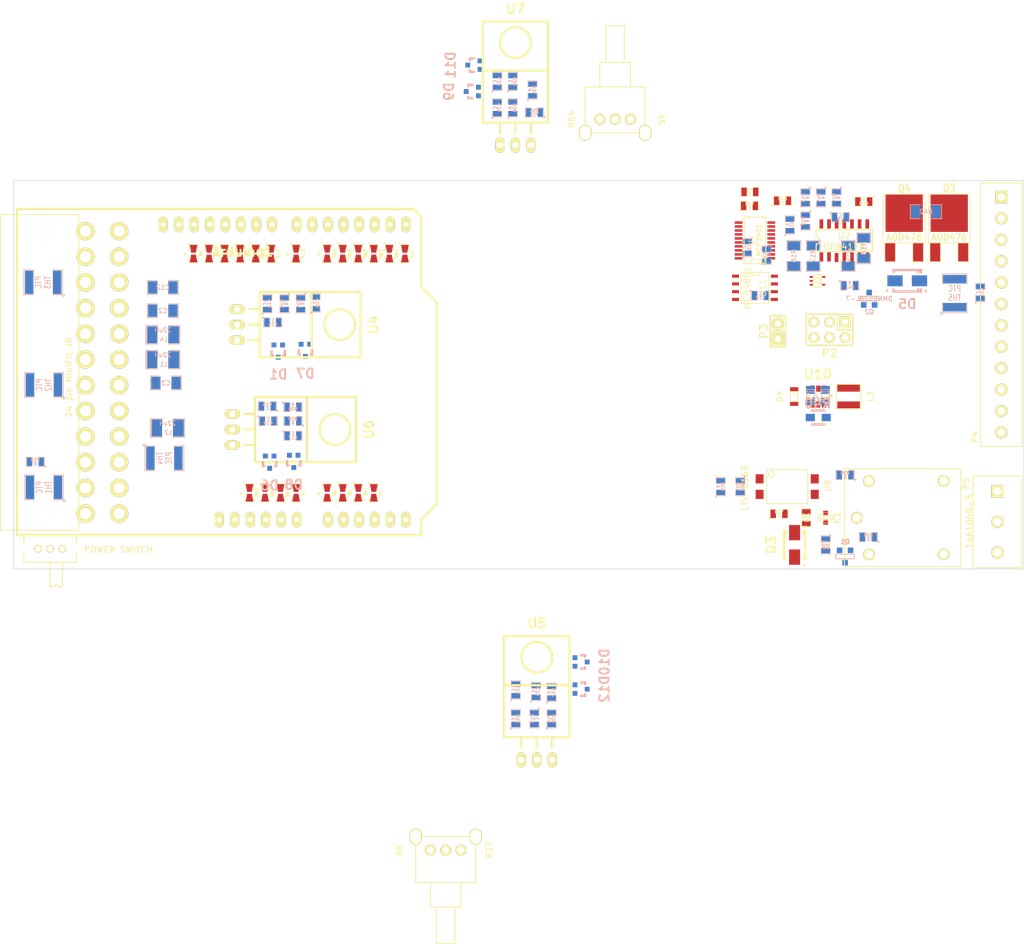
<source format=kicad_pcb>
(kicad_pcb (version 3) (host pcbnew "(2014-02-24 BZR 4719)-product")

  (general
    (links 240)
    (no_connects 240)
    (area 60.93981 37.01034 231.222192 141.044001)
    (thickness 1.6)
    (drawings 4)
    (tracks 0)
    (zones 0)
    (modules 122)
    (nets 125)
  )

  (page A4)
  (title_block
    (title BenchBudEE)
    (rev A)
    (company "Contextual Electronics")
  )

  (layers
    (15 F.Cu signal)
    (2 PWR power)
    (1 GND power)
    (0 B.Cu signal)
    (16 B.Adhes user)
    (17 F.Adhes user hide)
    (18 B.Paste user)
    (19 F.Paste user)
    (20 B.SilkS user)
    (21 F.SilkS user)
    (22 B.Mask user)
    (23 F.Mask user)
    (28 Edge.Cuts user)
  )

  (setup
    (last_trace_width 0.254)
    (user_trace_width 0.1524)
    (trace_clearance 0.254)
    (zone_clearance 0.508)
    (zone_45_only no)
    (trace_min 0.1524)
    (segment_width 0.2)
    (edge_width 0.1)
    (via_size 0.889)
    (via_drill 0.635)
    (via_min_size 0.508)
    (via_min_drill 0.3302)
    (user_via 0.508 0.3302)
    (uvia_size 0.508)
    (uvia_drill 0.127)
    (uvias_allowed no)
    (uvia_min_size 0.508)
    (uvia_min_drill 0.127)
    (pcb_text_width 0.3)
    (pcb_text_size 1.5 1.5)
    (mod_edge_width 0.15)
    (mod_text_size 1 1)
    (mod_text_width 0.15)
    (pad_size 1.2 3.7)
    (pad_drill 0)
    (pad_to_mask_clearance 0.254)
    (solder_mask_min_width 0.127)
    (aux_axis_origin 0 0)
    (visible_elements 7FFFF7FF)
    (pcbplotparams
      (layerselection 3178497)
      (usegerberextensions true)
      (excludeedgelayer true)
      (linewidth 0.150000)
      (plotframeref false)
      (viasonmask false)
      (mode 1)
      (useauxorigin false)
      (hpglpennumber 1)
      (hpglpenspeed 20)
      (hpglpendiameter 15)
      (hpglpenoverlay 2)
      (psnegative false)
      (psa4output false)
      (plotreference true)
      (plotvalue true)
      (plotothertext true)
      (plotinvisibletext false)
      (padsonsilk false)
      (subtractmaskfromsilk false)
      (outputformat 1)
      (mirror false)
      (drillshape 1)
      (scaleselection 1)
      (outputdirectory ""))
  )

  (net 0 "")
  (net 1 +12C)
  (net 2 +12P)
  (net 3 +12V)
  (net 4 +3.3V)
  (net 5 +5V)
  (net 6 -12P)
  (net 7 -12V)
  (net 8 /Arduino/CURR_MEAS)
  (net 9 /Arduino/FAN_MODE)
  (net 10 /Arduino/FAN_PWM)
  (net 11 /Arduino/LED_EN_PWM)
  (net 12 /Arduino/MISO)
  (net 13 /Arduino/MOSI)
  (net 14 /Arduino/RELAY+)
  (net 15 /Arduino/RELAY-)
  (net 16 /Arduino/SCLK)
  (net 17 /Arduino/V+_ADJ_MON)
  (net 18 /Arduino/V-_ADJ_MON)
  (net 19 /Arduino/~ADC_CS)
  (net 20 /Arduino/~DR)
  (net 21 /Arduino/~LDAC)
  (net 22 /Arduino/~RESET)
  (net 23 /Arduino/~SHDN)
  (net 24 /Fan/FAN_OUT+)
  (net 25 /Fan/FAN_OUT-)
  (net 26 /Fan/TACH_IN)
  (net 27 /Fan/~CS)
  (net 28 /LED_Driver/LED_STRING+)
  (net 29 /LED_Driver/LED_STRING-)
  (net 30 "/Power Adjustment Monitor/V+_ADJ")
  (net 31 "/Power Adjustment Monitor/V-_ADJ")
  (net 32 /Relay/RELAY_COM)
  (net 33 /Relay/RELAY_NC)
  (net 34 /Relay/RELAY_NO)
  (net 35 /Terminal_Block/TC_IN+)
  (net 36 /Terminal_Block/TC_IN-)
  (net 37 /Thermocouple/CH0+)
  (net 38 /Thermocouple/CH0-)
  (net 39 /Thermocouple/CH1+)
  (net 40 /Thermocouple/CH1-)
  (net 41 AGND)
  (net 42 FE_V+)
  (net 43 FE_V-)
  (net 44 GND)
  (net 45 "Net-(Arduino1-Pad0)")
  (net 46 "Net-(Arduino1-Pad1)")
  (net 47 "Net-(Arduino1-Pad10)")
  (net 48 "Net-(Arduino1-Pad11)")
  (net 49 "Net-(Arduino1-Pad12)")
  (net 50 "Net-(Arduino1-Pad13)")
  (net 51 "Net-(Arduino1-Pad2)")
  (net 52 "Net-(Arduino1-Pad3)")
  (net 53 "Net-(Arduino1-Pad3V3)")
  (net 54 "Net-(Arduino1-Pad4)")
  (net 55 "Net-(Arduino1-Pad5)")
  (net 56 "Net-(Arduino1-Pad5V)")
  (net 57 "Net-(Arduino1-Pad6)")
  (net 58 "Net-(Arduino1-Pad7)")
  (net 59 "Net-(Arduino1-Pad8)")
  (net 60 "Net-(Arduino1-Pad9)")
  (net 61 "Net-(Arduino1-PadAD0)")
  (net 62 "Net-(Arduino1-PadAD1)")
  (net 63 "Net-(Arduino1-PadAD2)")
  (net 64 "Net-(Arduino1-PadAD3)")
  (net 65 "Net-(Arduino1-PadAD4)")
  (net 66 "Net-(Arduino1-PadAD5)")
  (net 67 "Net-(Arduino1-PadAREF)")
  (net 68 "Net-(Arduino1-PadGND1)")
  (net 69 "Net-(Arduino1-PadGND2)")
  (net 70 "Net-(Arduino1-PadGND3)")
  (net 71 "Net-(Arduino1-PadRST)")
  (net 72 "Net-(Arduino1-PadV_IN)")
  (net 73 "Net-(C16-Pad1)")
  (net 74 "Net-(C17-Pad2)")
  (net 75 "Net-(C22-Pad1)")
  (net 76 "Net-(C23-Pad2)")
  (net 77 "Net-(D2-Pad1)")
  (net 78 "Net-(D2-Pad2)")
  (net 79 "Net-(D3-Pad1)")
  (net 80 "Net-(D3-Pad2)")
  (net 81 "Net-(D4-Pad1)")
  (net 82 "Net-(P1-Pad1)")
  (net 83 "Net-(P1-Pad11)")
  (net 84 "Net-(P1-Pad12)")
  (net 85 "Net-(P1-Pad13)")
  (net 86 "Net-(P1-Pad14)")
  (net 87 "Net-(P1-Pad15)")
  (net 88 "Net-(P1-Pad16)")
  (net 89 "Net-(P1-Pad17)")
  (net 90 "Net-(P1-Pad18)")
  (net 91 "Net-(P1-Pad19)")
  (net 92 "Net-(P1-Pad2)")
  (net 93 "Net-(P1-Pad20)")
  (net 94 "Net-(P1-Pad21)")
  (net 95 "Net-(P1-Pad22)")
  (net 96 "Net-(P1-Pad23)")
  (net 97 "Net-(P1-Pad24)")
  (net 98 "Net-(P1-Pad4)")
  (net 99 "Net-(P1-Pad7)")
  (net 100 "Net-(P1-Pad8)")
  (net 101 "Net-(P1-Pad9)")
  (net 102 "Net-(P2-Pad1)")
  (net 103 "Net-(P2-Pad2)")
  (net 104 "Net-(P2-Pad4)")
  (net 105 "Net-(P2-Pad6)")
  (net 106 "Net-(P3-Pad1)")
  (net 107 "Net-(P3-Pad2)")
  (net 108 "Net-(Q1-Pad1)")
  (net 109 "Net-(Q1-Pad2)")
  (net 110 "Net-(Q2-PadD)")
  (net 111 "Net-(Q4-PadG)")
  (net 112 "Net-(R16-Pad2)")
  (net 113 "Net-(R17-Pad2)")
  (net 114 "Net-(R18-Pad2)")
  (net 115 "Net-(R19-Pad2)")
  (net 116 "Net-(R21-Pad2)")
  (net 117 "Net-(R23-Pad1)")
  (net 118 "Net-(R34-Pad2)")
  (net 119 "Net-(R37-Pad1)")
  (net 120 "Net-(R41-Pad1)")
  (net 121 "Net-(U1-Pad15)")
  (net 122 "Net-(U1-Pad16)")
  (net 123 REF+)
  (net 124 REF-)

  (net_class Default "This is the default net class."
    (clearance 0.254)
    (trace_width 0.254)
    (via_dia 0.889)
    (via_drill 0.635)
    (uvia_dia 0.508)
    (uvia_drill 0.127)
    (add_net "")
    (add_net +12C)
    (add_net +12P)
    (add_net +12V)
    (add_net +3.3V)
    (add_net +5V)
    (add_net -12P)
    (add_net -12V)
    (add_net /Arduino/CURR_MEAS)
    (add_net /Arduino/FAN_MODE)
    (add_net /Arduino/FAN_PWM)
    (add_net /Arduino/LED_EN_PWM)
    (add_net /Arduino/MISO)
    (add_net /Arduino/MOSI)
    (add_net /Arduino/RELAY+)
    (add_net /Arduino/RELAY-)
    (add_net /Arduino/SCLK)
    (add_net /Arduino/V+_ADJ_MON)
    (add_net /Arduino/V-_ADJ_MON)
    (add_net /Arduino/~ADC_CS)
    (add_net /Arduino/~DR)
    (add_net /Arduino/~LDAC)
    (add_net /Arduino/~RESET)
    (add_net /Arduino/~SHDN)
    (add_net /Fan/FAN_OUT+)
    (add_net /Fan/FAN_OUT-)
    (add_net /Fan/TACH_IN)
    (add_net /Fan/~CS)
    (add_net /LED_Driver/LED_STRING+)
    (add_net /LED_Driver/LED_STRING-)
    (add_net "/Power Adjustment Monitor/V+_ADJ")
    (add_net "/Power Adjustment Monitor/V-_ADJ")
    (add_net /Relay/RELAY_COM)
    (add_net /Relay/RELAY_NC)
    (add_net /Relay/RELAY_NO)
    (add_net /Terminal_Block/TC_IN+)
    (add_net /Terminal_Block/TC_IN-)
    (add_net /Thermocouple/CH0+)
    (add_net /Thermocouple/CH0-)
    (add_net /Thermocouple/CH1+)
    (add_net /Thermocouple/CH1-)
    (add_net AGND)
    (add_net FE_V+)
    (add_net FE_V-)
    (add_net GND)
    (add_net "Net-(Arduino1-Pad0)")
    (add_net "Net-(Arduino1-Pad1)")
    (add_net "Net-(Arduino1-Pad10)")
    (add_net "Net-(Arduino1-Pad11)")
    (add_net "Net-(Arduino1-Pad12)")
    (add_net "Net-(Arduino1-Pad13)")
    (add_net "Net-(Arduino1-Pad2)")
    (add_net "Net-(Arduino1-Pad3)")
    (add_net "Net-(Arduino1-Pad3V3)")
    (add_net "Net-(Arduino1-Pad4)")
    (add_net "Net-(Arduino1-Pad5)")
    (add_net "Net-(Arduino1-Pad5V)")
    (add_net "Net-(Arduino1-Pad6)")
    (add_net "Net-(Arduino1-Pad7)")
    (add_net "Net-(Arduino1-Pad8)")
    (add_net "Net-(Arduino1-Pad9)")
    (add_net "Net-(Arduino1-PadAD0)")
    (add_net "Net-(Arduino1-PadAD1)")
    (add_net "Net-(Arduino1-PadAD2)")
    (add_net "Net-(Arduino1-PadAD3)")
    (add_net "Net-(Arduino1-PadAD4)")
    (add_net "Net-(Arduino1-PadAD5)")
    (add_net "Net-(Arduino1-PadAREF)")
    (add_net "Net-(Arduino1-PadGND1)")
    (add_net "Net-(Arduino1-PadGND2)")
    (add_net "Net-(Arduino1-PadGND3)")
    (add_net "Net-(Arduino1-PadRST)")
    (add_net "Net-(Arduino1-PadV_IN)")
    (add_net "Net-(C16-Pad1)")
    (add_net "Net-(C17-Pad2)")
    (add_net "Net-(C22-Pad1)")
    (add_net "Net-(C23-Pad2)")
    (add_net "Net-(D2-Pad1)")
    (add_net "Net-(D2-Pad2)")
    (add_net "Net-(D3-Pad1)")
    (add_net "Net-(D3-Pad2)")
    (add_net "Net-(D4-Pad1)")
    (add_net "Net-(P1-Pad1)")
    (add_net "Net-(P1-Pad11)")
    (add_net "Net-(P1-Pad12)")
    (add_net "Net-(P1-Pad13)")
    (add_net "Net-(P1-Pad14)")
    (add_net "Net-(P1-Pad15)")
    (add_net "Net-(P1-Pad16)")
    (add_net "Net-(P1-Pad17)")
    (add_net "Net-(P1-Pad18)")
    (add_net "Net-(P1-Pad19)")
    (add_net "Net-(P1-Pad2)")
    (add_net "Net-(P1-Pad20)")
    (add_net "Net-(P1-Pad21)")
    (add_net "Net-(P1-Pad22)")
    (add_net "Net-(P1-Pad23)")
    (add_net "Net-(P1-Pad24)")
    (add_net "Net-(P1-Pad4)")
    (add_net "Net-(P1-Pad7)")
    (add_net "Net-(P1-Pad8)")
    (add_net "Net-(P1-Pad9)")
    (add_net "Net-(P2-Pad1)")
    (add_net "Net-(P2-Pad2)")
    (add_net "Net-(P2-Pad4)")
    (add_net "Net-(P2-Pad6)")
    (add_net "Net-(P3-Pad1)")
    (add_net "Net-(P3-Pad2)")
    (add_net "Net-(Q1-Pad1)")
    (add_net "Net-(Q1-Pad2)")
    (add_net "Net-(Q2-PadD)")
    (add_net "Net-(Q4-PadG)")
    (add_net "Net-(R16-Pad2)")
    (add_net "Net-(R17-Pad2)")
    (add_net "Net-(R18-Pad2)")
    (add_net "Net-(R19-Pad2)")
    (add_net "Net-(R21-Pad2)")
    (add_net "Net-(R23-Pad1)")
    (add_net "Net-(R34-Pad2)")
    (add_net "Net-(R37-Pad1)")
    (add_net "Net-(R41-Pad1)")
    (add_net "Net-(U1-Pad15)")
    (add_net "Net-(U1-Pad16)")
    (add_net REF+)
    (add_net REF-)
  )

  (module Arduino:ARDUINO_SHIELD (layer F.Cu) (tedit 530DBDF6) (tstamp 5306AE33)
    (at 64.0715 113.8555)
    (path /52EA34C7/52F47B3E)
    (fp_text reference Arduino1 (at 36.83 -46.355) (layer F.SilkS)
      (effects (font (thickness 0.3048)))
    )
    (fp_text value ARDUINO_SHIELD (at 36.195 -6.35) (layer F.SilkS) hide
      (effects (font (thickness 0.3048)))
    )
    (fp_line (start 66.04 -40.64) (end 66.04 -52.07) (layer F.SilkS) (width 0.381))
    (fp_line (start 66.04 -52.07) (end 64.77 -53.34) (layer F.SilkS) (width 0.381))
    (fp_line (start 64.77 -53.34) (end 0 -53.34) (layer F.SilkS) (width 0.381))
    (fp_line (start 66.04 0) (end 0 0) (layer F.SilkS) (width 0.381))
    (fp_line (start 0 0) (end 0 -53.34) (layer F.SilkS) (width 0.381))
    (fp_line (start 66.04 -40.64) (end 68.58 -38.1) (layer F.SilkS) (width 0.381))
    (fp_line (start 68.58 -38.1) (end 68.58 -5.08) (layer F.SilkS) (width 0.381))
    (fp_line (start 68.58 -5.08) (end 66.04 -2.54) (layer F.SilkS) (width 0.381))
    (fp_line (start 66.04 -2.54) (end 66.04 0) (layer F.SilkS) (width 0.381))
    (pad AD5 thru_hole oval (at 63.5 -2.54 90) (size 2.54 1.524) (drill 0.8128) (layers *.Cu *.Mask F.SilkS)
      (net 66 "Net-(Arduino1-PadAD5)"))
    (pad AD4 thru_hole oval (at 60.96 -2.54 90) (size 2.54 1.524) (drill 0.8128) (layers *.Cu *.Mask F.SilkS)
      (net 65 "Net-(Arduino1-PadAD4)"))
    (pad AD3 thru_hole oval (at 58.42 -2.54 90) (size 2.54 1.524) (drill 0.8128) (layers *.Cu *.Mask F.SilkS)
      (net 64 "Net-(Arduino1-PadAD3)"))
    (pad AD0 thru_hole oval (at 50.8 -2.54 90) (size 2.54 1.524) (drill 0.8128) (layers *.Cu *.Mask F.SilkS)
      (net 61 "Net-(Arduino1-PadAD0)"))
    (pad AD1 thru_hole oval (at 53.34 -2.54 90) (size 2.54 1.524) (drill 0.8128) (layers *.Cu *.Mask F.SilkS)
      (net 62 "Net-(Arduino1-PadAD1)"))
    (pad AD2 thru_hole oval (at 55.88 -2.54 90) (size 2.54 1.524) (drill 0.8128) (layers *.Cu *.Mask F.SilkS)
      (net 63 "Net-(Arduino1-PadAD2)"))
    (pad V_IN thru_hole oval (at 45.72 -2.54 90) (size 2.54 1.524) (drill 0.8128) (layers *.Cu *.Mask F.SilkS)
      (net 72 "Net-(Arduino1-PadV_IN)"))
    (pad GND2 thru_hole oval (at 43.18 -2.54 90) (size 2.54 1.524) (drill 0.8128) (layers *.Cu *.Mask F.SilkS)
      (net 69 "Net-(Arduino1-PadGND2)"))
    (pad GND1 thru_hole oval (at 40.64 -2.54 90) (size 2.54 1.524) (drill 0.8128) (layers *.Cu *.Mask F.SilkS)
      (net 68 "Net-(Arduino1-PadGND1)"))
    (pad 3V3 thru_hole oval (at 35.56 -2.54 90) (size 2.54 1.524) (drill 0.8128) (layers *.Cu *.Mask F.SilkS)
      (net 53 "Net-(Arduino1-Pad3V3)"))
    (pad RST thru_hole oval (at 33.02 -2.54 90) (size 2.54 1.524) (drill 0.8128) (layers *.Cu *.Mask F.SilkS)
      (net 71 "Net-(Arduino1-PadRST)"))
    (pad 0 thru_hole oval (at 63.5 -50.8 90) (size 2.54 1.524) (drill 0.8128) (layers *.Cu *.Mask F.SilkS)
      (net 45 "Net-(Arduino1-Pad0)"))
    (pad 1 thru_hole oval (at 60.96 -50.8 90) (size 2.54 1.524) (drill 0.8128) (layers *.Cu *.Mask F.SilkS)
      (net 46 "Net-(Arduino1-Pad1)"))
    (pad 2 thru_hole oval (at 58.42 -50.8 90) (size 2.54 1.524) (drill 0.8128) (layers *.Cu *.Mask F.SilkS)
      (net 51 "Net-(Arduino1-Pad2)"))
    (pad 3 thru_hole oval (at 55.88 -50.8 90) (size 2.54 1.524) (drill 0.8128) (layers *.Cu *.Mask F.SilkS)
      (net 52 "Net-(Arduino1-Pad3)"))
    (pad 4 thru_hole oval (at 53.34 -50.8 90) (size 2.54 1.524) (drill 0.8128) (layers *.Cu *.Mask F.SilkS)
      (net 54 "Net-(Arduino1-Pad4)"))
    (pad 5 thru_hole oval (at 50.8 -50.8 90) (size 2.54 1.524) (drill 0.8128) (layers *.Cu *.Mask F.SilkS)
      (net 55 "Net-(Arduino1-Pad5)"))
    (pad 6 thru_hole oval (at 48.26 -50.8 90) (size 2.54 1.524) (drill 0.8128) (layers *.Cu *.Mask F.SilkS)
      (net 57 "Net-(Arduino1-Pad6)"))
    (pad 7 thru_hole oval (at 45.72 -50.8 90) (size 2.54 1.524) (drill 0.8128) (layers *.Cu *.Mask F.SilkS)
      (net 58 "Net-(Arduino1-Pad7)"))
    (pad 8 thru_hole oval (at 41.656 -50.8 90) (size 2.54 1.524) (drill 0.8128) (layers *.Cu *.Mask F.SilkS)
      (net 59 "Net-(Arduino1-Pad8)"))
    (pad 9 thru_hole oval (at 39.116 -50.8 90) (size 2.54 1.524) (drill 0.8128) (layers *.Cu *.Mask F.SilkS)
      (net 60 "Net-(Arduino1-Pad9)"))
    (pad 10 thru_hole oval (at 36.576 -50.8 90) (size 2.54 1.524) (drill 0.8128) (layers *.Cu *.Mask F.SilkS)
      (net 47 "Net-(Arduino1-Pad10)"))
    (pad 11 thru_hole oval (at 34.036 -50.8 90) (size 2.54 1.524) (drill 0.8128) (layers *.Cu *.Mask F.SilkS)
      (net 48 "Net-(Arduino1-Pad11)"))
    (pad 12 thru_hole oval (at 31.496 -50.8 90) (size 2.54 1.524) (drill 0.8128) (layers *.Cu *.Mask F.SilkS)
      (net 49 "Net-(Arduino1-Pad12)"))
    (pad 13 thru_hole oval (at 28.956 -50.8 90) (size 2.54 1.524) (drill 0.8128) (layers *.Cu *.Mask F.SilkS)
      (net 50 "Net-(Arduino1-Pad13)"))
    (pad GND3 thru_hole oval (at 26.416 -50.8 90) (size 2.54 1.524) (drill 0.8128) (layers *.Cu *.Mask F.SilkS)
      (net 70 "Net-(Arduino1-PadGND3)"))
    (pad AREF thru_hole oval (at 23.876 -50.8 90) (size 2.54 1.524) (drill 0.8128) (layers *.Cu *.Mask F.SilkS)
      (net 67 "Net-(Arduino1-PadAREF)"))
    (pad 5V thru_hole oval (at 38.1 -2.54 90) (size 2.54 1.524) (drill 0.8128) (layers *.Cu *.Mask F.SilkS)
      (net 56 "Net-(Arduino1-Pad5V)"))
  )

  (module LEDs:LED-0603 (layer F.Cu) (tedit 530409CC) (tstamp 53040A58)
    (at 196.215 110.998 270)
    (descr "LED 0603 smd package")
    (tags "LED led 0603 SMD smd SMT smt smdled SMDLED smtled SMTLED")
    (path /52EA3588/52F1DB87)
    (attr smd)
    (fp_text reference D2 (at 0 -1.016 270) (layer F.SilkS)
      (effects (font (size 0.508 0.508) (thickness 0.127)))
    )
    (fp_text value LED (at 0 1.016 270) (layer F.SilkS)
      (effects (font (size 0.508 0.508) (thickness 0.127)))
    )
    (fp_line (start 0.44958 -0.44958) (end 0.44958 0.44958) (layer F.SilkS) (width 0.06604))
    (fp_line (start 0.44958 0.44958) (end 0.84836 0.44958) (layer F.SilkS) (width 0.06604))
    (fp_line (start 0.84836 -0.44958) (end 0.84836 0.44958) (layer F.SilkS) (width 0.06604))
    (fp_line (start 0.44958 -0.44958) (end 0.84836 -0.44958) (layer F.SilkS) (width 0.06604))
    (fp_line (start -0.84836 -0.44958) (end -0.84836 0.44958) (layer F.SilkS) (width 0.06604))
    (fp_line (start -0.84836 0.44958) (end -0.44958 0.44958) (layer F.SilkS) (width 0.06604))
    (fp_line (start -0.44958 -0.44958) (end -0.44958 0.44958) (layer F.SilkS) (width 0.06604))
    (fp_line (start -0.84836 -0.44958) (end -0.44958 -0.44958) (layer F.SilkS) (width 0.06604))
    (fp_line (start 0 -0.44958) (end 0 -0.29972) (layer F.SilkS) (width 0.06604))
    (fp_line (start 0 -0.29972) (end 0.29972 -0.29972) (layer F.SilkS) (width 0.06604))
    (fp_line (start 0.29972 -0.44958) (end 0.29972 -0.29972) (layer F.SilkS) (width 0.06604))
    (fp_line (start 0 -0.44958) (end 0.29972 -0.44958) (layer F.SilkS) (width 0.06604))
    (fp_line (start 0 0.29972) (end 0 0.44958) (layer F.SilkS) (width 0.06604))
    (fp_line (start 0 0.44958) (end 0.29972 0.44958) (layer F.SilkS) (width 0.06604))
    (fp_line (start 0.29972 0.29972) (end 0.29972 0.44958) (layer F.SilkS) (width 0.06604))
    (fp_line (start 0 0.29972) (end 0.29972 0.29972) (layer F.SilkS) (width 0.06604))
    (fp_line (start 0 -0.14986) (end 0 0.14986) (layer F.SilkS) (width 0.06604))
    (fp_line (start 0 0.14986) (end 0.29972 0.14986) (layer F.SilkS) (width 0.06604))
    (fp_line (start 0.29972 -0.14986) (end 0.29972 0.14986) (layer F.SilkS) (width 0.06604))
    (fp_line (start 0 -0.14986) (end 0.29972 -0.14986) (layer F.SilkS) (width 0.06604))
    (fp_line (start 0.44958 -0.39878) (end -0.44958 -0.39878) (layer F.SilkS) (width 0.1016))
    (fp_line (start 0.44958 0.39878) (end -0.44958 0.39878) (layer F.SilkS) (width 0.1016))
    (pad 1 smd rect (at -0.7493 0 270) (size 0.79756 0.79756) (layers F.Cu F.Paste F.Mask)
      (net 77 "Net-(D2-Pad1)"))
    (pad 2 smd rect (at 0.7493 0 270) (size 0.79756 0.79756) (layers F.Cu F.Paste F.Mask)
      (net 78 "Net-(D2-Pad2)"))
  )

  (module Diodes_SMD:Diode-SMA_Standard (layer F.Cu) (tedit 53040BD7) (tstamp 53040CDD)
    (at 191.135 115.443 90)
    (descr "Diode SMA")
    (tags "Diode SMA")
    (path /52EA3588/52F1DF69)
    (attr smd)
    (fp_text reference D3 (at 0 -3.81 90) (layer F.SilkS)
      (effects (font (thickness 0.3048)))
    )
    (fp_text value B130-13-F (at 0 3.81 90) (layer F.SilkS) hide
      (effects (font (size 1 1) (thickness 0.25)))
    )
    (fp_text user A (at -3.29946 1.6002 90) (layer F.SilkS)
      (effects (font (size 0.50038 0.50038) (thickness 0.09906)))
    )
    (fp_text user K (at 2.99974 1.69926 90) (layer F.SilkS)
      (effects (font (size 0.50038 0.50038) (thickness 0.09906)))
    )
    (fp_circle (center 0 0) (end 0.20066 -0.0508) (layer F.Adhes) (width 0.381))
    (fp_line (start 1.80086 1.75006) (end 1.80086 1.39954) (layer F.SilkS) (width 0.381))
    (fp_line (start 1.80086 -1.75006) (end 1.80086 -1.39954) (layer F.SilkS) (width 0.381))
    (fp_line (start 2.25044 1.75006) (end 2.25044 1.39954) (layer F.SilkS) (width 0.381))
    (fp_line (start -2.25044 1.75006) (end -2.25044 1.39954) (layer F.SilkS) (width 0.381))
    (fp_line (start -2.25044 -1.75006) (end -2.25044 -1.39954) (layer F.SilkS) (width 0.381))
    (fp_line (start 2.25044 -1.75006) (end 2.25044 -1.39954) (layer F.SilkS) (width 0.381))
    (fp_line (start -2.25044 1.75006) (end 2.25044 1.75006) (layer F.SilkS) (width 0.381))
    (fp_line (start -2.25044 -1.75006) (end 2.25044 -1.75006) (layer F.SilkS) (width 0.381))
    (pad 1 smd rect (at -1.99898 0 90) (size 2.49936 1.80086) (layers F.Cu F.Paste F.Mask)
      (net 79 "Net-(D3-Pad1)"))
    (pad 2 smd rect (at 1.99898 0 90) (size 2.49936 1.80086) (layers F.Cu F.Paste F.Mask)
      (net 80 "Net-(D3-Pad2)"))
    (model SMA_Faktor03937_RevA_06Sep2012.wrl
      (at (xyz 0 0 0))
      (scale (xyz 0.3937 0.3937 0.3937))
      (rotate (xyz 0 0 0))
    )
  )

  (module BenchBudEE:TE-SPDT_RELAY (layer F.Cu) (tedit 53040B1E) (tstamp 53040A76)
    (at 201.295 110.998)
    (path /52EA3588/52F1DB37)
    (fp_text reference K1 (at -3.175 0 90) (layer F.SilkS)
      (effects (font (size 1 1) (thickness 0.15)))
    )
    (fp_text value 1461069-5 (at 18.415 0.635 90) (layer F.SilkS)
      (effects (font (size 1 1) (thickness 0.15)))
    )
    (fp_line (start -2 -8) (end 17 -8) (layer F.SilkS) (width 0.15))
    (fp_line (start 17 -8) (end 17 8) (layer F.SilkS) (width 0.15))
    (fp_line (start 17 8) (end -2 8) (layer F.SilkS) (width 0.15))
    (fp_line (start -2 8) (end -2 -8) (layer F.SilkS) (width 0.15))
    (pad 1 thru_hole circle (at 0 0) (size 1.905 1.905) (drill 1.27) (layers *.Cu *.Mask F.SilkS)
      (net 32 /Relay/RELAY_COM))
    (pad 5 thru_hole circle (at 2 6) (size 1.905 1.905) (drill 1.27) (layers *.Cu *.Mask F.SilkS)
      (net 79 "Net-(D3-Pad1)"))
    (pad 2 thru_hole circle (at 2 -6) (size 1.905 1.905) (drill 1.27) (layers *.Cu *.Mask F.SilkS)
      (net 80 "Net-(D3-Pad2)"))
    (pad 4 thru_hole circle (at 14.2 6) (size 1.905 1.905) (drill 1.27) (layers *.Cu *.Mask F.SilkS)
      (net 33 /Relay/RELAY_NC))
    (pad 3 thru_hole circle (at 14.2 -6) (size 1.905 1.905) (drill 1.27) (layers *.Cu *.Mask F.SilkS)
      (net 34 /Relay/RELAY_NO))
  )

  (module SMD_Packages:SOT23EBC (layer B.Cu) (tedit 530409CC) (tstamp 53040A81)
    (at 199.39 117.348 180)
    (descr "Module CMS SOT23 Transistore EBC")
    (tags "CMS SOT")
    (path /52EA3588/52F1DB73)
    (attr smd)
    (fp_text reference Q1 (at 0 2.413 180) (layer B.SilkS)
      (effects (font (size 0.762 0.762) (thickness 0.2032)) (justify mirror))
    )
    (fp_text value 2N3904 (at 0 0 180) (layer B.SilkS) hide
      (effects (font (size 0.762 0.762) (thickness 0.2032)) (justify mirror))
    )
    (fp_line (start -1.524 0.381) (end 1.524 0.381) (layer B.SilkS) (width 0.127))
    (fp_line (start 1.524 0.381) (end 1.524 -0.381) (layer B.SilkS) (width 0.127))
    (fp_line (start 1.524 -0.381) (end -1.524 -0.381) (layer B.SilkS) (width 0.127))
    (fp_line (start -1.524 -0.381) (end -1.524 0.381) (layer B.SilkS) (width 0.127))
    (pad 1 smd rect (at -0.889 1.016 180) (size 0.9144 0.9144) (layers B.Cu B.Paste B.Mask)
      (net 108 "Net-(Q1-Pad1)"))
    (pad 2 smd rect (at 0.889 1.016 180) (size 0.9144 0.9144) (layers B.Cu B.Paste B.Mask)
      (net 109 "Net-(Q1-Pad2)"))
    (pad 3 smd rect (at 0 -1.016 180) (size 0.9144 0.9144) (layers B.Cu B.Paste B.Mask)
      (net 79 "Net-(D3-Pad1)"))
    (model smd/cms_sot23.wrl
      (at (xyz 0 0 0))
      (scale (xyz 0.13 0.15 0.15))
      (rotate (xyz 0 0 0))
    )
  )

  (module SMD_Packages:SM0805 (layer B.Cu) (tedit 530409CC) (tstamp 53040A8E)
    (at 182.245 105.918 270)
    (path /52EA3588/52F1DF0A)
    (attr smd)
    (fp_text reference R34 (at 0 0.3175 270) (layer B.SilkS)
      (effects (font (size 0.50038 0.50038) (thickness 0.10922)) (justify mirror))
    )
    (fp_text value 500 (at 0 -0.381 270) (layer B.SilkS)
      (effects (font (size 0.50038 0.50038) (thickness 0.10922)) (justify mirror))
    )
    (fp_circle (center -1.651 -0.762) (end -1.651 -0.635) (layer B.SilkS) (width 0.09906))
    (fp_line (start -0.508 -0.762) (end -1.524 -0.762) (layer B.SilkS) (width 0.09906))
    (fp_line (start -1.524 -0.762) (end -1.524 0.762) (layer B.SilkS) (width 0.09906))
    (fp_line (start -1.524 0.762) (end -0.508 0.762) (layer B.SilkS) (width 0.09906))
    (fp_line (start 0.508 0.762) (end 1.524 0.762) (layer B.SilkS) (width 0.09906))
    (fp_line (start 1.524 0.762) (end 1.524 -0.762) (layer B.SilkS) (width 0.09906))
    (fp_line (start 1.524 -0.762) (end 0.508 -0.762) (layer B.SilkS) (width 0.09906))
    (pad 1 smd rect (at -0.9525 0 270) (size 0.889 1.397) (layers B.Cu B.Paste B.Mask)
      (net 15 /Arduino/RELAY-))
    (pad 2 smd rect (at 0.9525 0 270) (size 0.889 1.397) (layers B.Cu B.Paste B.Mask)
      (net 118 "Net-(R34-Pad2)"))
    (model smd/chip_cms.wrl
      (at (xyz 0 0 0))
      (scale (xyz 0.1 0.1 0.1))
      (rotate (xyz 0 0 0))
    )
  )

  (module SMD_Packages:SM0805 (layer F.Cu) (tedit 530409CC) (tstamp 53040A9B)
    (at 193.04 110.998 270)
    (path /52EA3588/52F1DE43)
    (attr smd)
    (fp_text reference R35 (at 0 -0.3175 270) (layer F.SilkS)
      (effects (font (size 0.50038 0.50038) (thickness 0.10922)))
    )
    (fp_text value 200 (at 0 0.381 270) (layer F.SilkS)
      (effects (font (size 0.50038 0.50038) (thickness 0.10922)))
    )
    (fp_circle (center -1.651 0.762) (end -1.651 0.635) (layer F.SilkS) (width 0.09906))
    (fp_line (start -0.508 0.762) (end -1.524 0.762) (layer F.SilkS) (width 0.09906))
    (fp_line (start -1.524 0.762) (end -1.524 -0.762) (layer F.SilkS) (width 0.09906))
    (fp_line (start -1.524 -0.762) (end -0.508 -0.762) (layer F.SilkS) (width 0.09906))
    (fp_line (start 0.508 -0.762) (end 1.524 -0.762) (layer F.SilkS) (width 0.09906))
    (fp_line (start 1.524 -0.762) (end 1.524 0.762) (layer F.SilkS) (width 0.09906))
    (fp_line (start 1.524 0.762) (end 0.508 0.762) (layer F.SilkS) (width 0.09906))
    (pad 1 smd rect (at -0.9525 0 270) (size 0.889 1.397) (layers F.Cu F.Paste F.Mask)
      (net 44 GND))
    (pad 2 smd rect (at 0.9525 0 270) (size 0.889 1.397) (layers F.Cu F.Paste F.Mask)
      (net 78 "Net-(D2-Pad2)"))
    (model smd/chip_cms.wrl
      (at (xyz 0 0 0))
      (scale (xyz 0.1 0.1 0.1))
      (rotate (xyz 0 0 0))
    )
  )

  (module SMD_Packages:SM0805 (layer B.Cu) (tedit 530409CC) (tstamp 53040AA8)
    (at 196.215 115.443 270)
    (path /52EA3588/52F1DB5F)
    (attr smd)
    (fp_text reference R36 (at 0 0.3175 270) (layer B.SilkS)
      (effects (font (size 0.50038 0.50038) (thickness 0.10922)) (justify mirror))
    )
    (fp_text value 100 (at 0 -0.381 270) (layer B.SilkS)
      (effects (font (size 0.50038 0.50038) (thickness 0.10922)) (justify mirror))
    )
    (fp_circle (center -1.651 -0.762) (end -1.651 -0.635) (layer B.SilkS) (width 0.09906))
    (fp_line (start -0.508 -0.762) (end -1.524 -0.762) (layer B.SilkS) (width 0.09906))
    (fp_line (start -1.524 -0.762) (end -1.524 0.762) (layer B.SilkS) (width 0.09906))
    (fp_line (start -1.524 0.762) (end -0.508 0.762) (layer B.SilkS) (width 0.09906))
    (fp_line (start 0.508 0.762) (end 1.524 0.762) (layer B.SilkS) (width 0.09906))
    (fp_line (start 1.524 0.762) (end 1.524 -0.762) (layer B.SilkS) (width 0.09906))
    (fp_line (start 1.524 -0.762) (end 0.508 -0.762) (layer B.SilkS) (width 0.09906))
    (pad 1 smd rect (at -0.9525 0 270) (size 0.889 1.397) (layers B.Cu B.Paste B.Mask)
      (net 77 "Net-(D2-Pad1)"))
    (pad 2 smd rect (at 0.9525 0 270) (size 0.889 1.397) (layers B.Cu B.Paste B.Mask)
      (net 109 "Net-(Q1-Pad2)"))
    (model smd/chip_cms.wrl
      (at (xyz 0 0 0))
      (scale (xyz 0.1 0.1 0.1))
      (rotate (xyz 0 0 0))
    )
  )

  (module BenchBudEE:SMD-4 (layer F.Cu) (tedit 530409CC) (tstamp 53040AB5)
    (at 185.42 104.648 270)
    (path /52EA3588/53030641)
    (fp_text reference U9 (at 1.143 -11.176 270) (layer F.SilkS)
      (effects (font (size 1 1) (thickness 0.15)))
    )
    (fp_text value LTV-816S (at 1.524 2.413 270) (layer F.SilkS)
      (effects (font (size 1 1) (thickness 0.15)))
    )
    (fp_circle (center -0.762 -1.905) (end -1.016 -1.524) (layer F.SilkS) (width 0.15))
    (fp_line (start -1.524 -7.874) (end 4.064 -7.874) (layer F.SilkS) (width 0.15))
    (fp_line (start 4.064 -7.874) (end 4.064 -1.143) (layer F.SilkS) (width 0.15))
    (fp_line (start 4.064 -1.143) (end -1.524 -1.143) (layer F.SilkS) (width 0.15))
    (fp_line (start -1.524 -1.143) (end -1.524 -7.874) (layer F.SilkS) (width 0.15))
    (pad 1 smd rect (at 0 0 270) (size 1.5 1.3) (layers F.Cu F.Paste F.Mask)
      (net 14 /Arduino/RELAY+))
    (pad 2 smd rect (at 2.54 0 270) (size 1.5 1.3) (layers F.Cu F.Paste F.Mask)
      (net 118 "Net-(R34-Pad2)"))
    (pad 3 smd rect (at 2.54 -9.017 270) (size 1.5 1.3) (layers F.Cu F.Paste F.Mask)
      (net 77 "Net-(D2-Pad1)"))
    (pad 4 smd rect (at 0 -9.017 270) (size 1.5 1.3) (layers F.Cu F.Paste F.Mask)
      (net 119 "Net-(R37-Pad1)"))
  )

  (module SMD_Packages:SM0805 (layer F.Cu) (tedit 530409CC) (tstamp 53040DBB)
    (at 188.595 110.363)
    (path /52EA3588/52F1DE8A)
    (attr smd)
    (fp_text reference R37 (at 0 -0.3175) (layer F.SilkS)
      (effects (font (size 0.50038 0.50038) (thickness 0.10922)))
    )
    (fp_text value 0 (at 0 0.381) (layer F.SilkS)
      (effects (font (size 0.50038 0.50038) (thickness 0.10922)))
    )
    (fp_circle (center -1.651 0.762) (end -1.651 0.635) (layer F.SilkS) (width 0.09906))
    (fp_line (start -0.508 0.762) (end -1.524 0.762) (layer F.SilkS) (width 0.09906))
    (fp_line (start -1.524 0.762) (end -1.524 -0.762) (layer F.SilkS) (width 0.09906))
    (fp_line (start -1.524 -0.762) (end -0.508 -0.762) (layer F.SilkS) (width 0.09906))
    (fp_line (start 0.508 -0.762) (end 1.524 -0.762) (layer F.SilkS) (width 0.09906))
    (fp_line (start 1.524 -0.762) (end 1.524 0.762) (layer F.SilkS) (width 0.09906))
    (fp_line (start 1.524 0.762) (end 0.508 0.762) (layer F.SilkS) (width 0.09906))
    (pad 1 smd rect (at -0.9525 0) (size 0.889 1.397) (layers F.Cu F.Paste F.Mask)
      (net 119 "Net-(R37-Pad1)"))
    (pad 2 smd rect (at 0.9525 0) (size 0.889 1.397) (layers F.Cu F.Paste F.Mask)
      (net 3 +12V))
    (model smd/chip_cms.wrl
      (at (xyz 0 0 0))
      (scale (xyz 0.1 0.1 0.1))
      (rotate (xyz 0 0 0))
    )
  )

  (module SMD_Packages:SM0805 (layer B.Cu) (tedit 530409CC) (tstamp 53040DC8)
    (at 199.39 104.013 180)
    (path /52EA3588/530309D7)
    (attr smd)
    (fp_text reference R38 (at 0 0.3175 180) (layer B.SilkS)
      (effects (font (size 0.50038 0.50038) (thickness 0.10922)) (justify mirror))
    )
    (fp_text value 0 (at 0 -0.381 180) (layer B.SilkS)
      (effects (font (size 0.50038 0.50038) (thickness 0.10922)) (justify mirror))
    )
    (fp_circle (center -1.651 -0.762) (end -1.651 -0.635) (layer B.SilkS) (width 0.09906))
    (fp_line (start -0.508 -0.762) (end -1.524 -0.762) (layer B.SilkS) (width 0.09906))
    (fp_line (start -1.524 -0.762) (end -1.524 0.762) (layer B.SilkS) (width 0.09906))
    (fp_line (start -1.524 0.762) (end -0.508 0.762) (layer B.SilkS) (width 0.09906))
    (fp_line (start 0.508 0.762) (end 1.524 0.762) (layer B.SilkS) (width 0.09906))
    (fp_line (start 1.524 0.762) (end 1.524 -0.762) (layer B.SilkS) (width 0.09906))
    (fp_line (start 1.524 -0.762) (end 0.508 -0.762) (layer B.SilkS) (width 0.09906))
    (pad 1 smd rect (at -0.9525 0 180) (size 0.889 1.397) (layers B.Cu B.Paste B.Mask)
      (net 80 "Net-(D3-Pad2)"))
    (pad 2 smd rect (at 0.9525 0 180) (size 0.889 1.397) (layers B.Cu B.Paste B.Mask)
      (net 3 +12V))
    (model smd/chip_cms.wrl
      (at (xyz 0 0 0))
      (scale (xyz 0.1 0.1 0.1))
      (rotate (xyz 0 0 0))
    )
  )

  (module SMD_Packages:SM0805 (layer B.Cu) (tedit 530409CC) (tstamp 53040DD5)
    (at 203.2 114.173 180)
    (path /52EA3588/52F1DDD5)
    (attr smd)
    (fp_text reference R39 (at 0 0.3175 180) (layer B.SilkS)
      (effects (font (size 0.50038 0.50038) (thickness 0.10922)) (justify mirror))
    )
    (fp_text value 0 (at 0 -0.381 180) (layer B.SilkS)
      (effects (font (size 0.50038 0.50038) (thickness 0.10922)) (justify mirror))
    )
    (fp_circle (center -1.651 -0.762) (end -1.651 -0.635) (layer B.SilkS) (width 0.09906))
    (fp_line (start -0.508 -0.762) (end -1.524 -0.762) (layer B.SilkS) (width 0.09906))
    (fp_line (start -1.524 -0.762) (end -1.524 0.762) (layer B.SilkS) (width 0.09906))
    (fp_line (start -1.524 0.762) (end -0.508 0.762) (layer B.SilkS) (width 0.09906))
    (fp_line (start 0.508 0.762) (end 1.524 0.762) (layer B.SilkS) (width 0.09906))
    (fp_line (start 1.524 0.762) (end 1.524 -0.762) (layer B.SilkS) (width 0.09906))
    (fp_line (start 1.524 -0.762) (end 0.508 -0.762) (layer B.SilkS) (width 0.09906))
    (pad 1 smd rect (at -0.9525 0 180) (size 0.889 1.397) (layers B.Cu B.Paste B.Mask)
      (net 44 GND))
    (pad 2 smd rect (at 0.9525 0 180) (size 0.889 1.397) (layers B.Cu B.Paste B.Mask)
      (net 108 "Net-(Q1-Pad1)"))
    (model smd/chip_cms.wrl
      (at (xyz 0 0 0))
      (scale (xyz 0.1 0.1 0.1))
      (rotate (xyz 0 0 0))
    )
  )

  (module SMD_Packages:SM0805 (layer B.Cu) (tedit 53048B6A) (tstamp 53048CF9)
    (at 190.373 63.119 90)
    (path /52EA3553/52F04386)
    (attr smd)
    (fp_text reference C1 (at 0 0.3175 90) (layer B.SilkS)
      (effects (font (size 0.50038 0.50038) (thickness 0.10922)) (justify mirror))
    )
    (fp_text value C (at 0 -0.381 90) (layer B.SilkS)
      (effects (font (size 0.50038 0.50038) (thickness 0.10922)) (justify mirror))
    )
    (fp_circle (center -1.651 -0.762) (end -1.651 -0.635) (layer B.SilkS) (width 0.09906))
    (fp_line (start -0.508 -0.762) (end -1.524 -0.762) (layer B.SilkS) (width 0.09906))
    (fp_line (start -1.524 -0.762) (end -1.524 0.762) (layer B.SilkS) (width 0.09906))
    (fp_line (start -1.524 0.762) (end -0.508 0.762) (layer B.SilkS) (width 0.09906))
    (fp_line (start 0.508 0.762) (end 1.524 0.762) (layer B.SilkS) (width 0.09906))
    (fp_line (start 1.524 0.762) (end 1.524 -0.762) (layer B.SilkS) (width 0.09906))
    (fp_line (start 1.524 -0.762) (end 0.508 -0.762) (layer B.SilkS) (width 0.09906))
    (pad 1 smd rect (at -0.9525 0 90) (size 0.889 1.397) (layers B.Cu B.Paste B.Mask)
      (net 37 /Thermocouple/CH0+))
    (pad 2 smd rect (at 0.9525 0 90) (size 0.889 1.397) (layers B.Cu B.Paste B.Mask)
      (net 38 /Thermocouple/CH0-))
    (model smd/chip_cms.wrl
      (at (xyz 0 0 0))
      (scale (xyz 0.1 0.1 0.1))
      (rotate (xyz 0 0 0))
    )
  )

  (module SMD_Packages:SM0805 (layer B.Cu) (tedit 53048B6A) (tstamp 53048D06)
    (at 183.388 66.802 90)
    (path /52EA3553/53048151)
    (attr smd)
    (fp_text reference C6 (at 0 0.3175 90) (layer B.SilkS)
      (effects (font (size 0.50038 0.50038) (thickness 0.10922)) (justify mirror))
    )
    (fp_text value C (at 0 -0.381 90) (layer B.SilkS)
      (effects (font (size 0.50038 0.50038) (thickness 0.10922)) (justify mirror))
    )
    (fp_circle (center -1.651 -0.762) (end -1.651 -0.635) (layer B.SilkS) (width 0.09906))
    (fp_line (start -0.508 -0.762) (end -1.524 -0.762) (layer B.SilkS) (width 0.09906))
    (fp_line (start -1.524 -0.762) (end -1.524 0.762) (layer B.SilkS) (width 0.09906))
    (fp_line (start -1.524 0.762) (end -0.508 0.762) (layer B.SilkS) (width 0.09906))
    (fp_line (start 0.508 0.762) (end 1.524 0.762) (layer B.SilkS) (width 0.09906))
    (fp_line (start 1.524 0.762) (end 1.524 -0.762) (layer B.SilkS) (width 0.09906))
    (fp_line (start 1.524 -0.762) (end 0.508 -0.762) (layer B.SilkS) (width 0.09906))
    (pad 1 smd rect (at -0.9525 0 90) (size 0.889 1.397) (layers B.Cu B.Paste B.Mask)
      (net 41 AGND))
    (pad 2 smd rect (at 0.9525 0 90) (size 0.889 1.397) (layers B.Cu B.Paste B.Mask)
      (net 5 +5V))
    (model smd/chip_cms.wrl
      (at (xyz 0 0 0))
      (scale (xyz 0.1 0.1 0.1))
      (rotate (xyz 0 0 0))
    )
  )

  (module SMD_Packages:SM0805 (layer B.Cu) (tedit 53048B6A) (tstamp 53048D13)
    (at 186.563 68.072 270)
    (path /52EA3553/53047D82)
    (attr smd)
    (fp_text reference C7 (at 0 0.3175 270) (layer B.SilkS)
      (effects (font (size 0.50038 0.50038) (thickness 0.10922)) (justify mirror))
    )
    (fp_text value C (at 0 -0.381 270) (layer B.SilkS)
      (effects (font (size 0.50038 0.50038) (thickness 0.10922)) (justify mirror))
    )
    (fp_circle (center -1.651 -0.762) (end -1.651 -0.635) (layer B.SilkS) (width 0.09906))
    (fp_line (start -0.508 -0.762) (end -1.524 -0.762) (layer B.SilkS) (width 0.09906))
    (fp_line (start -1.524 -0.762) (end -1.524 0.762) (layer B.SilkS) (width 0.09906))
    (fp_line (start -1.524 0.762) (end -0.508 0.762) (layer B.SilkS) (width 0.09906))
    (fp_line (start 0.508 0.762) (end 1.524 0.762) (layer B.SilkS) (width 0.09906))
    (fp_line (start 1.524 0.762) (end 1.524 -0.762) (layer B.SilkS) (width 0.09906))
    (fp_line (start 1.524 -0.762) (end 0.508 -0.762) (layer B.SilkS) (width 0.09906))
    (pad 1 smd rect (at -0.9525 0 270) (size 0.889 1.397) (layers B.Cu B.Paste B.Mask)
      (net 5 +5V))
    (pad 2 smd rect (at 0.9525 0 270) (size 0.889 1.397) (layers B.Cu B.Paste B.Mask)
      (net 41 AGND))
    (model smd/chip_cms.wrl
      (at (xyz 0 0 0))
      (scale (xyz 0.1 0.1 0.1))
      (rotate (xyz 0 0 0))
    )
  )

  (module SMD_Packages:SM0805 (layer B.Cu) (tedit 53048B6A) (tstamp 53048D20)
    (at 198.628 61.849)
    (path /52EA3553/530465BF)
    (attr smd)
    (fp_text reference C8 (at 0 0.3175) (layer B.SilkS)
      (effects (font (size 0.50038 0.50038) (thickness 0.10922)) (justify mirror))
    )
    (fp_text value C (at 0 -0.381) (layer B.SilkS)
      (effects (font (size 0.50038 0.50038) (thickness 0.10922)) (justify mirror))
    )
    (fp_circle (center -1.651 -0.762) (end -1.651 -0.635) (layer B.SilkS) (width 0.09906))
    (fp_line (start -0.508 -0.762) (end -1.524 -0.762) (layer B.SilkS) (width 0.09906))
    (fp_line (start -1.524 -0.762) (end -1.524 0.762) (layer B.SilkS) (width 0.09906))
    (fp_line (start -1.524 0.762) (end -0.508 0.762) (layer B.SilkS) (width 0.09906))
    (fp_line (start 0.508 0.762) (end 1.524 0.762) (layer B.SilkS) (width 0.09906))
    (fp_line (start 1.524 0.762) (end 1.524 -0.762) (layer B.SilkS) (width 0.09906))
    (fp_line (start 1.524 -0.762) (end 0.508 -0.762) (layer B.SilkS) (width 0.09906))
    (pad 1 smd rect (at -0.9525 0) (size 0.889 1.397) (layers B.Cu B.Paste B.Mask)
      (net 41 AGND))
    (pad 2 smd rect (at 0.9525 0) (size 0.889 1.397) (layers B.Cu B.Paste B.Mask)
      (net 7 -12V))
    (model smd/chip_cms.wrl
      (at (xyz 0 0 0))
      (scale (xyz 0.1 0.1 0.1))
      (rotate (xyz 0 0 0))
    )
  )

  (module SMD_Packages:SM0805 (layer F.Cu) (tedit 53048B6A) (tstamp 53048D2D)
    (at 183.8325 57.7215)
    (path /52EA3553/530464FC)
    (attr smd)
    (fp_text reference C9 (at 0 -0.3175) (layer F.SilkS)
      (effects (font (size 0.50038 0.50038) (thickness 0.10922)))
    )
    (fp_text value C (at 0 0.381) (layer F.SilkS)
      (effects (font (size 0.50038 0.50038) (thickness 0.10922)))
    )
    (fp_circle (center -1.651 0.762) (end -1.651 0.635) (layer F.SilkS) (width 0.09906))
    (fp_line (start -0.508 0.762) (end -1.524 0.762) (layer F.SilkS) (width 0.09906))
    (fp_line (start -1.524 0.762) (end -1.524 -0.762) (layer F.SilkS) (width 0.09906))
    (fp_line (start -1.524 -0.762) (end -0.508 -0.762) (layer F.SilkS) (width 0.09906))
    (fp_line (start 0.508 -0.762) (end 1.524 -0.762) (layer F.SilkS) (width 0.09906))
    (fp_line (start 1.524 -0.762) (end 1.524 0.762) (layer F.SilkS) (width 0.09906))
    (fp_line (start 1.524 0.762) (end 0.508 0.762) (layer F.SilkS) (width 0.09906))
    (pad 1 smd rect (at -0.9525 0) (size 0.889 1.397) (layers F.Cu F.Paste F.Mask)
      (net 5 +5V))
    (pad 2 smd rect (at 0.9525 0) (size 0.889 1.397) (layers F.Cu F.Paste F.Mask)
      (net 41 AGND))
    (model smd/chip_cms.wrl
      (at (xyz 0 0 0))
      (scale (xyz 0.1 0.1 0.1))
      (rotate (xyz 0 0 0))
    )
  )

  (module Pin_Headers:Pin_Header_Straight_2x03 (layer F.Cu) (tedit 53048B6A) (tstamp 53048D3F)
    (at 196.85 80.264 180)
    (descr "1 pin")
    (tags "CONN DEV")
    (path /52EA3553/53045AA4)
    (fp_text reference P2 (at 0 -3.81 180) (layer F.SilkS)
      (effects (font (size 1.27 1.27) (thickness 0.2032)))
    )
    (fp_text value CONN_3X2 (at 0 0 180) (layer F.SilkS) hide
      (effects (font (size 1.27 1.27) (thickness 0.2032)))
    )
    (fp_line (start -3.81 0) (end -1.27 0) (layer F.SilkS) (width 0.254))
    (fp_line (start -1.27 0) (end -1.27 2.54) (layer F.SilkS) (width 0.254))
    (fp_line (start -3.81 2.54) (end 3.81 2.54) (layer F.SilkS) (width 0.254))
    (fp_line (start 3.81 2.54) (end 3.81 -2.54) (layer F.SilkS) (width 0.254))
    (fp_line (start 3.81 -2.54) (end -1.27 -2.54) (layer F.SilkS) (width 0.254))
    (fp_line (start -3.81 2.54) (end -3.81 0) (layer F.SilkS) (width 0.254))
    (fp_line (start -3.81 -2.54) (end -3.81 0) (layer F.SilkS) (width 0.254))
    (fp_line (start -1.27 -2.54) (end -3.81 -2.54) (layer F.SilkS) (width 0.254))
    (pad 1 thru_hole rect (at -2.54 1.27 180) (size 1.7272 1.7272) (drill 1.016) (layers *.Cu *.Mask F.SilkS)
      (net 102 "Net-(P2-Pad1)"))
    (pad 2 thru_hole oval (at 0 1.27 180) (size 1.7272 1.7272) (drill 1.016) (layers *.Cu *.Mask F.SilkS)
      (net 103 "Net-(P2-Pad2)"))
    (pad 3 thru_hole oval (at 2.54 1.27 180) (size 1.7272 1.7272) (drill 1.016) (layers *.Cu *.Mask F.SilkS)
      (net 102 "Net-(P2-Pad1)"))
    (pad 4 thru_hole oval (at 2.54 -1.27 180) (size 1.7272 1.7272) (drill 1.016) (layers *.Cu *.Mask F.SilkS)
      (net 104 "Net-(P2-Pad4)"))
    (pad 5 thru_hole oval (at 0 -1.27 180) (size 1.7272 1.7272) (drill 1.016) (layers *.Cu *.Mask F.SilkS)
      (net 102 "Net-(P2-Pad1)"))
    (pad 6 thru_hole oval (at -2.54 -1.27 180) (size 1.7272 1.7272) (drill 1.016) (layers *.Cu *.Mask F.SilkS)
      (net 105 "Net-(P2-Pad6)"))
    (model Pin_Headers/Pin_Header_Straight_2x03.wrl
      (at (xyz 0 0 0))
      (scale (xyz 1 1 1))
      (rotate (xyz 0 0 0))
    )
  )

  (module Pin_Headers:Pin_Header_Straight_1x02 (layer F.Cu) (tedit 53048B6A) (tstamp 53048D4B)
    (at 188.4045 80.518 90)
    (descr "1 pin")
    (tags "CONN DEV")
    (path /52EA3553/5304F8AA)
    (fp_text reference P3 (at 0 -2.286 90) (layer F.SilkS)
      (effects (font (size 1.27 1.27) (thickness 0.2032)))
    )
    (fp_text value CONN_2 (at 0 0 90) (layer F.SilkS) hide
      (effects (font (size 1.27 1.27) (thickness 0.2032)))
    )
    (fp_line (start 0 -1.27) (end 0 1.27) (layer F.SilkS) (width 0.254))
    (fp_line (start -2.54 -1.27) (end -2.54 1.27) (layer F.SilkS) (width 0.254))
    (fp_line (start -2.54 1.27) (end 0 1.27) (layer F.SilkS) (width 0.254))
    (fp_line (start 0 1.27) (end 2.54 1.27) (layer F.SilkS) (width 0.254))
    (fp_line (start 2.54 1.27) (end 2.54 -1.27) (layer F.SilkS) (width 0.254))
    (fp_line (start 2.54 -1.27) (end -2.54 -1.27) (layer F.SilkS) (width 0.254))
    (pad 1 thru_hole rect (at -1.27 0 90) (size 2.032 2.032) (drill 1.016) (layers *.Cu *.Mask F.SilkS)
      (net 106 "Net-(P3-Pad1)"))
    (pad 2 thru_hole oval (at 1.27 0 90) (size 2.032 2.032) (drill 1.016) (layers *.Cu *.Mask F.SilkS)
      (net 107 "Net-(P3-Pad2)"))
    (model Pin_Headers/Pin_Header_Straight_1x02.wrl
      (at (xyz 0 0 0))
      (scale (xyz 1 1 1))
      (rotate (xyz 0 0 0))
    )
  )

  (module SMD_Packages:SM1206 (layer B.Cu) (tedit 53048B6A) (tstamp 53048D57)
    (at 191.008 68.199 270)
    (path /52EA3553/52F0443F)
    (attr smd)
    (fp_text reference R16 (at 0 0 270) (layer B.SilkS)
      (effects (font (size 0.762 0.762) (thickness 0.127)) (justify mirror))
    )
    (fp_text value R (at 0 0 270) (layer B.SilkS) hide
      (effects (font (size 0.762 0.762) (thickness 0.127)) (justify mirror))
    )
    (fp_line (start -2.54 1.143) (end -2.54 -1.143) (layer B.SilkS) (width 0.127))
    (fp_line (start -2.54 -1.143) (end -0.889 -1.143) (layer B.SilkS) (width 0.127))
    (fp_line (start 0.889 1.143) (end 2.54 1.143) (layer B.SilkS) (width 0.127))
    (fp_line (start 2.54 1.143) (end 2.54 -1.143) (layer B.SilkS) (width 0.127))
    (fp_line (start 2.54 -1.143) (end 0.889 -1.143) (layer B.SilkS) (width 0.127))
    (fp_line (start -0.889 1.143) (end -2.54 1.143) (layer B.SilkS) (width 0.127))
    (pad 1 smd rect (at -1.651 0 270) (size 1.524 2.032) (layers B.Cu B.Paste B.Mask)
      (net 37 /Thermocouple/CH0+))
    (pad 2 smd rect (at 1.651 0 270) (size 1.524 2.032) (layers B.Cu B.Paste B.Mask)
      (net 112 "Net-(R16-Pad2)"))
    (model smd/chip_cms.wrl
      (at (xyz 0 0 0))
      (scale (xyz 0.17 0.16 0.16))
      (rotate (xyz 0 0 0))
    )
  )

  (module SMD_Packages:SM1206 (layer B.Cu) (tedit 53048B6A) (tstamp 53048D63)
    (at 194.183 68.199 270)
    (path /52EA3553/52F0445A)
    (attr smd)
    (fp_text reference R17 (at 0 0 270) (layer B.SilkS)
      (effects (font (size 0.762 0.762) (thickness 0.127)) (justify mirror))
    )
    (fp_text value R (at 0 0 270) (layer B.SilkS) hide
      (effects (font (size 0.762 0.762) (thickness 0.127)) (justify mirror))
    )
    (fp_line (start -2.54 1.143) (end -2.54 -1.143) (layer B.SilkS) (width 0.127))
    (fp_line (start -2.54 -1.143) (end -0.889 -1.143) (layer B.SilkS) (width 0.127))
    (fp_line (start 0.889 1.143) (end 2.54 1.143) (layer B.SilkS) (width 0.127))
    (fp_line (start 2.54 1.143) (end 2.54 -1.143) (layer B.SilkS) (width 0.127))
    (fp_line (start 2.54 -1.143) (end 0.889 -1.143) (layer B.SilkS) (width 0.127))
    (fp_line (start -0.889 1.143) (end -2.54 1.143) (layer B.SilkS) (width 0.127))
    (pad 1 smd rect (at -1.651 0 270) (size 1.524 2.032) (layers B.Cu B.Paste B.Mask)
      (net 41 AGND))
    (pad 2 smd rect (at 1.651 0 270) (size 1.524 2.032) (layers B.Cu B.Paste B.Mask)
      (net 113 "Net-(R17-Pad2)"))
    (model smd/chip_cms.wrl
      (at (xyz 0 0 0))
      (scale (xyz 0.17 0.16 0.16))
      (rotate (xyz 0 0 0))
    )
  )

  (module SMD_Packages:SM1206 (layer B.Cu) (tedit 53048B6A) (tstamp 53048D6F)
    (at 202.438 66.929 90)
    (path /52EA3553/52F04434)
    (attr smd)
    (fp_text reference R18 (at 0 0 90) (layer B.SilkS)
      (effects (font (size 0.762 0.762) (thickness 0.127)) (justify mirror))
    )
    (fp_text value R (at 0 0 90) (layer B.SilkS) hide
      (effects (font (size 0.762 0.762) (thickness 0.127)) (justify mirror))
    )
    (fp_line (start -2.54 1.143) (end -2.54 -1.143) (layer B.SilkS) (width 0.127))
    (fp_line (start -2.54 -1.143) (end -0.889 -1.143) (layer B.SilkS) (width 0.127))
    (fp_line (start 0.889 1.143) (end 2.54 1.143) (layer B.SilkS) (width 0.127))
    (fp_line (start 2.54 1.143) (end 2.54 -1.143) (layer B.SilkS) (width 0.127))
    (fp_line (start 2.54 -1.143) (end 0.889 -1.143) (layer B.SilkS) (width 0.127))
    (fp_line (start -0.889 1.143) (end -2.54 1.143) (layer B.SilkS) (width 0.127))
    (pad 1 smd rect (at -1.651 0 90) (size 1.524 2.032) (layers B.Cu B.Paste B.Mask)
      (net 112 "Net-(R16-Pad2)"))
    (pad 2 smd rect (at 1.651 0 90) (size 1.524 2.032) (layers B.Cu B.Paste B.Mask)
      (net 114 "Net-(R18-Pad2)"))
    (model smd/chip_cms.wrl
      (at (xyz 0 0 0))
      (scale (xyz 0.17 0.16 0.16))
      (rotate (xyz 0 0 0))
    )
  )

  (module SMD_Packages:SM1206 (layer B.Cu) (tedit 53048B6A) (tstamp 53048D7B)
    (at 199.898 68.199 90)
    (path /52EA3553/52F0444A)
    (attr smd)
    (fp_text reference R19 (at 0 0 90) (layer B.SilkS)
      (effects (font (size 0.762 0.762) (thickness 0.127)) (justify mirror))
    )
    (fp_text value R (at 0 0 90) (layer B.SilkS) hide
      (effects (font (size 0.762 0.762) (thickness 0.127)) (justify mirror))
    )
    (fp_line (start -2.54 1.143) (end -2.54 -1.143) (layer B.SilkS) (width 0.127))
    (fp_line (start -2.54 -1.143) (end -0.889 -1.143) (layer B.SilkS) (width 0.127))
    (fp_line (start 0.889 1.143) (end 2.54 1.143) (layer B.SilkS) (width 0.127))
    (fp_line (start 2.54 1.143) (end 2.54 -1.143) (layer B.SilkS) (width 0.127))
    (fp_line (start 2.54 -1.143) (end 0.889 -1.143) (layer B.SilkS) (width 0.127))
    (fp_line (start -0.889 1.143) (end -2.54 1.143) (layer B.SilkS) (width 0.127))
    (pad 1 smd rect (at -1.651 0 90) (size 1.524 2.032) (layers B.Cu B.Paste B.Mask)
      (net 113 "Net-(R17-Pad2)"))
    (pad 2 smd rect (at 1.651 0 90) (size 1.524 2.032) (layers B.Cu B.Paste B.Mask)
      (net 115 "Net-(R19-Pad2)"))
    (model smd/chip_cms.wrl
      (at (xyz 0 0 0))
      (scale (xyz 0.17 0.16 0.16))
      (rotate (xyz 0 0 0))
    )
  )

  (module SMD_Packages:SM0805 (layer F.Cu) (tedit 53048B6A) (tstamp 53048D88)
    (at 202.438 59.309 180)
    (path /52EA3553/52F0439A)
    (attr smd)
    (fp_text reference R20 (at 0 -0.3175 180) (layer F.SilkS)
      (effects (font (size 0.50038 0.50038) (thickness 0.10922)))
    )
    (fp_text value R (at 0 0.381 180) (layer F.SilkS)
      (effects (font (size 0.50038 0.50038) (thickness 0.10922)))
    )
    (fp_circle (center -1.651 0.762) (end -1.651 0.635) (layer F.SilkS) (width 0.09906))
    (fp_line (start -0.508 0.762) (end -1.524 0.762) (layer F.SilkS) (width 0.09906))
    (fp_line (start -1.524 0.762) (end -1.524 -0.762) (layer F.SilkS) (width 0.09906))
    (fp_line (start -1.524 -0.762) (end -0.508 -0.762) (layer F.SilkS) (width 0.09906))
    (fp_line (start 0.508 -0.762) (end 1.524 -0.762) (layer F.SilkS) (width 0.09906))
    (fp_line (start 1.524 -0.762) (end 1.524 0.762) (layer F.SilkS) (width 0.09906))
    (fp_line (start 1.524 0.762) (end 0.508 0.762) (layer F.SilkS) (width 0.09906))
    (pad 1 smd rect (at -0.9525 0 180) (size 0.889 1.397) (layers F.Cu F.Paste F.Mask)
      (net 114 "Net-(R18-Pad2)"))
    (pad 2 smd rect (at 0.9525 0 180) (size 0.889 1.397) (layers F.Cu F.Paste F.Mask)
      (net 102 "Net-(P2-Pad1)"))
    (model smd/chip_cms.wrl
      (at (xyz 0 0 0))
      (scale (xyz 0.1 0.1 0.1))
      (rotate (xyz 0 0 0))
    )
  )

  (module SMD_Packages:SM0805 (layer B.Cu) (tedit 53048B6A) (tstamp 53048D95)
    (at 197.993 58.674 270)
    (path /52EA3553/52F043AC)
    (attr smd)
    (fp_text reference R21 (at 0 0.3175 270) (layer B.SilkS)
      (effects (font (size 0.50038 0.50038) (thickness 0.10922)) (justify mirror))
    )
    (fp_text value R (at 0 -0.381 270) (layer B.SilkS)
      (effects (font (size 0.50038 0.50038) (thickness 0.10922)) (justify mirror))
    )
    (fp_circle (center -1.651 -0.762) (end -1.651 -0.635) (layer B.SilkS) (width 0.09906))
    (fp_line (start -0.508 -0.762) (end -1.524 -0.762) (layer B.SilkS) (width 0.09906))
    (fp_line (start -1.524 -0.762) (end -1.524 0.762) (layer B.SilkS) (width 0.09906))
    (fp_line (start -1.524 0.762) (end -0.508 0.762) (layer B.SilkS) (width 0.09906))
    (fp_line (start 0.508 0.762) (end 1.524 0.762) (layer B.SilkS) (width 0.09906))
    (fp_line (start 1.524 0.762) (end 1.524 -0.762) (layer B.SilkS) (width 0.09906))
    (fp_line (start 1.524 -0.762) (end 0.508 -0.762) (layer B.SilkS) (width 0.09906))
    (pad 1 smd rect (at -0.9525 0 270) (size 0.889 1.397) (layers B.Cu B.Paste B.Mask)
      (net 105 "Net-(P2-Pad6)"))
    (pad 2 smd rect (at 0.9525 0 270) (size 0.889 1.397) (layers B.Cu B.Paste B.Mask)
      (net 116 "Net-(R21-Pad2)"))
    (model smd/chip_cms.wrl
      (at (xyz 0 0 0))
      (scale (xyz 0.1 0.1 0.1))
      (rotate (xyz 0 0 0))
    )
  )

  (module SMD_Packages:SM0805 (layer B.Cu) (tedit 53048B6A) (tstamp 53048DA2)
    (at 192.913 62.484 270)
    (path /52EA3553/52F043B7)
    (attr smd)
    (fp_text reference R22 (at 0 0.3175 270) (layer B.SilkS)
      (effects (font (size 0.50038 0.50038) (thickness 0.10922)) (justify mirror))
    )
    (fp_text value R (at 0 -0.381 270) (layer B.SilkS)
      (effects (font (size 0.50038 0.50038) (thickness 0.10922)) (justify mirror))
    )
    (fp_circle (center -1.651 -0.762) (end -1.651 -0.635) (layer B.SilkS) (width 0.09906))
    (fp_line (start -0.508 -0.762) (end -1.524 -0.762) (layer B.SilkS) (width 0.09906))
    (fp_line (start -1.524 -0.762) (end -1.524 0.762) (layer B.SilkS) (width 0.09906))
    (fp_line (start -1.524 0.762) (end -0.508 0.762) (layer B.SilkS) (width 0.09906))
    (fp_line (start 0.508 0.762) (end 1.524 0.762) (layer B.SilkS) (width 0.09906))
    (fp_line (start 1.524 0.762) (end 1.524 -0.762) (layer B.SilkS) (width 0.09906))
    (fp_line (start 1.524 -0.762) (end 0.508 -0.762) (layer B.SilkS) (width 0.09906))
    (pad 1 smd rect (at -0.9525 0 270) (size 0.889 1.397) (layers B.Cu B.Paste B.Mask)
      (net 116 "Net-(R21-Pad2)"))
    (pad 2 smd rect (at 0.9525 0 270) (size 0.889 1.397) (layers B.Cu B.Paste B.Mask)
      (net 115 "Net-(R19-Pad2)"))
    (model smd/chip_cms.wrl
      (at (xyz 0 0 0))
      (scale (xyz 0.1 0.1 0.1))
      (rotate (xyz 0 0 0))
    )
  )

  (module SMD_Packages:SM0805 (layer B.Cu) (tedit 53048B6A) (tstamp 53048DAF)
    (at 192.913 58.674 270)
    (path /52EA3553/53045A8C)
    (attr smd)
    (fp_text reference R43 (at 0 0.3175 270) (layer B.SilkS)
      (effects (font (size 0.50038 0.50038) (thickness 0.10922)) (justify mirror))
    )
    (fp_text value R (at 0 -0.381 270) (layer B.SilkS)
      (effects (font (size 0.50038 0.50038) (thickness 0.10922)) (justify mirror))
    )
    (fp_circle (center -1.651 -0.762) (end -1.651 -0.635) (layer B.SilkS) (width 0.09906))
    (fp_line (start -0.508 -0.762) (end -1.524 -0.762) (layer B.SilkS) (width 0.09906))
    (fp_line (start -1.524 -0.762) (end -1.524 0.762) (layer B.SilkS) (width 0.09906))
    (fp_line (start -1.524 0.762) (end -0.508 0.762) (layer B.SilkS) (width 0.09906))
    (fp_line (start 0.508 0.762) (end 1.524 0.762) (layer B.SilkS) (width 0.09906))
    (fp_line (start 1.524 0.762) (end 1.524 -0.762) (layer B.SilkS) (width 0.09906))
    (fp_line (start 1.524 -0.762) (end 0.508 -0.762) (layer B.SilkS) (width 0.09906))
    (pad 1 smd rect (at -0.9525 0 270) (size 0.889 1.397) (layers B.Cu B.Paste B.Mask)
      (net 104 "Net-(P2-Pad4)"))
    (pad 2 smd rect (at 0.9525 0 270) (size 0.889 1.397) (layers B.Cu B.Paste B.Mask)
      (net 116 "Net-(R21-Pad2)"))
    (model smd/chip_cms.wrl
      (at (xyz 0 0 0))
      (scale (xyz 0.1 0.1 0.1))
      (rotate (xyz 0 0 0))
    )
  )

  (module SMD_Packages:SM0805 (layer B.Cu) (tedit 53048B6A) (tstamp 53048DBC)
    (at 195.453 58.674 270)
    (path /52EA3553/53045A97)
    (attr smd)
    (fp_text reference R44 (at 0 0.3175 270) (layer B.SilkS)
      (effects (font (size 0.50038 0.50038) (thickness 0.10922)) (justify mirror))
    )
    (fp_text value R (at 0 -0.381 270) (layer B.SilkS)
      (effects (font (size 0.50038 0.50038) (thickness 0.10922)) (justify mirror))
    )
    (fp_circle (center -1.651 -0.762) (end -1.651 -0.635) (layer B.SilkS) (width 0.09906))
    (fp_line (start -0.508 -0.762) (end -1.524 -0.762) (layer B.SilkS) (width 0.09906))
    (fp_line (start -1.524 -0.762) (end -1.524 0.762) (layer B.SilkS) (width 0.09906))
    (fp_line (start -1.524 0.762) (end -0.508 0.762) (layer B.SilkS) (width 0.09906))
    (fp_line (start 0.508 0.762) (end 1.524 0.762) (layer B.SilkS) (width 0.09906))
    (fp_line (start 1.524 0.762) (end 1.524 -0.762) (layer B.SilkS) (width 0.09906))
    (fp_line (start 1.524 -0.762) (end 0.508 -0.762) (layer B.SilkS) (width 0.09906))
    (pad 1 smd rect (at -0.9525 0 270) (size 0.889 1.397) (layers B.Cu B.Paste B.Mask)
      (net 103 "Net-(P2-Pad2)"))
    (pad 2 smd rect (at 0.9525 0 270) (size 0.889 1.397) (layers B.Cu B.Paste B.Mask)
      (net 116 "Net-(R21-Pad2)"))
    (model smd/chip_cms.wrl
      (at (xyz 0 0 0))
      (scale (xyz 0.1 0.1 0.1))
      (rotate (xyz 0 0 0))
    )
  )

  (module SMD_Packages:SSOP20 (layer F.Cu) (tedit 53048B6A) (tstamp 53048DDC)
    (at 184.658 65.659 90)
    (descr "SSOP 20 pins")
    (tags "CMS SSOP SMD")
    (path /52EA3553/53045857)
    (attr smd)
    (fp_text reference U1 (at 0 -0.635 90) (layer F.SilkS)
      (effects (font (size 0.762 0.762) (thickness 0.127)))
    )
    (fp_text value MCP3901 (at 0 0.635 90) (layer F.SilkS)
      (effects (font (size 0.762 0.762) (thickness 0.127)))
    )
    (fp_line (start 3.81 -1.778) (end -3.81 -1.778) (layer F.SilkS) (width 0.1651))
    (fp_line (start -3.81 1.778) (end 3.81 1.778) (layer F.SilkS) (width 0.1651))
    (fp_line (start 3.81 -1.778) (end 3.81 1.778) (layer F.SilkS) (width 0.1651))
    (fp_line (start -3.81 1.778) (end -3.81 -1.778) (layer F.SilkS) (width 0.1524))
    (fp_circle (center -3.302 1.27) (end -3.556 1.016) (layer F.SilkS) (width 0.127))
    (fp_line (start -3.81 -0.635) (end -3.048 -0.635) (layer F.SilkS) (width 0.127))
    (fp_line (start -3.048 -0.635) (end -3.048 0.635) (layer F.SilkS) (width 0.127))
    (fp_line (start -3.048 0.635) (end -3.81 0.635) (layer F.SilkS) (width 0.127))
    (pad 1 smd rect (at -2.921 2.667 90) (size 0.4064 1.27) (layers F.Cu F.Paste F.Mask)
      (net 22 /Arduino/~RESET))
    (pad 2 smd rect (at -2.286 2.667 90) (size 0.4064 1.27) (layers F.Cu F.Paste F.Mask)
      (net 5 +5V))
    (pad 3 smd rect (at -1.6256 2.667 90) (size 0.4064 1.27) (layers F.Cu F.Paste F.Mask)
      (net 5 +5V))
    (pad 4 smd rect (at -0.9652 2.667 90) (size 0.4064 1.27) (layers F.Cu F.Paste F.Mask)
      (net 37 /Thermocouple/CH0+))
    (pad 5 smd rect (at -0.3302 2.667 90) (size 0.4064 1.27) (layers F.Cu F.Paste F.Mask)
      (net 38 /Thermocouple/CH0-))
    (pad 6 smd rect (at 0.3302 2.667 90) (size 0.4064 1.27) (layers F.Cu F.Paste F.Mask)
      (net 40 /Thermocouple/CH1-))
    (pad 7 smd rect (at 0.9906 2.667 90) (size 0.4064 1.27) (layers F.Cu F.Paste F.Mask)
      (net 39 /Thermocouple/CH1+))
    (pad 8 smd rect (at 1.6256 2.667 90) (size 0.4064 1.27) (layers F.Cu F.Paste F.Mask)
      (net 41 AGND))
    (pad 9 smd rect (at 2.286 2.667 90) (size 0.4064 1.27) (layers F.Cu F.Paste F.Mask)
      (net 123 REF+))
    (pad 10 smd rect (at 2.921 2.667 90) (size 0.4064 1.27) (layers F.Cu F.Paste F.Mask)
      (net 124 REF-))
    (pad 11 smd rect (at 2.921 -2.667 90) (size 0.4064 1.27) (layers F.Cu F.Paste F.Mask)
      (net 41 AGND))
    (pad 12 smd rect (at 2.286 -2.667 90) (size 0.4064 1.27) (layers F.Cu F.Paste F.Mask)
      (net 107 "Net-(P3-Pad2)"))
    (pad 13 smd rect (at 1.6256 -2.667 90) (size 0.4064 1.27) (layers F.Cu F.Paste F.Mask)
      (net 106 "Net-(P3-Pad1)"))
    (pad 14 smd rect (at 0.9906 -2.667 90) (size 0.4064 1.27) (layers F.Cu F.Paste F.Mask)
      (net 20 /Arduino/~DR))
    (pad 15 smd rect (at 0.3302 -2.667 90) (size 0.4064 1.27) (layers F.Cu F.Paste F.Mask)
      (net 121 "Net-(U1-Pad15)"))
    (pad 16 smd rect (at -0.3302 -2.667 90) (size 0.4064 1.27) (layers F.Cu F.Paste F.Mask)
      (net 122 "Net-(U1-Pad16)"))
    (pad 17 smd rect (at -0.9652 -2.667 90) (size 0.4064 1.27) (layers F.Cu F.Paste F.Mask)
      (net 19 /Arduino/~ADC_CS))
    (pad 18 smd rect (at -1.6256 -2.667 90) (size 0.4064 1.27) (layers F.Cu F.Paste F.Mask)
      (net 16 /Arduino/SCLK))
    (pad 19 smd rect (at -2.286 -2.667 90) (size 0.4064 1.27) (layers F.Cu F.Paste F.Mask)
      (net 12 /Arduino/MISO))
    (pad 20 smd rect (at -2.921 -2.667 90) (size 0.4064 1.27) (layers F.Cu F.Paste F.Mask)
      (net 13 /Arduino/MOSI))
    (model smd/cms_so20.wrl
      (at (xyz 0 0 0))
      (scale (xyz 0.255 0.33 0.3))
      (rotate (xyz 0 0 0))
    )
  )

  (module SOIC_Packages:SOIC-14_Narrow (layer F.Cu) (tedit 53048B6A) (tstamp 53048DF5)
    (at 199.263 65.659)
    (descr "module CMS SOJ 14 pins etroit")
    (tags "CMS SOJ")
    (path /52EA3553/52F04340)
    (attr smd)
    (fp_text reference U2 (at 0 -0.762) (layer F.SilkS)
      (effects (font (size 1 1) (thickness 0.15)))
    )
    (fp_text value OPA4170 (at 0 1.016) (layer F.SilkS)
      (effects (font (size 1 1) (thickness 0.15)))
    )
    (fp_line (start -4.6 0.6) (end -4.6 1.8) (layer F.SilkS) (width 0.2))
    (fp_line (start -4.6 -1.8) (end -4.6 -0.6) (layer F.SilkS) (width 0.2))
    (fp_arc (start -4.6 0) (end -4 0) (angle 90) (layer F.SilkS) (width 0.2))
    (fp_arc (start -4.6 0) (end -4.6 -0.6) (angle 90) (layer F.SilkS) (width 0.2))
    (fp_line (start -4.6 -1.8) (end 4.6 -1.8) (layer F.SilkS) (width 0.2))
    (fp_line (start 4.6 -1.8) (end 4.6 1.8) (layer F.SilkS) (width 0.2))
    (fp_line (start 4.6 1.8) (end -4.6 1.8) (layer F.SilkS) (width 0.2))
    (pad 1 smd rect (at -3.75 2.7) (size 0.6 1.5) (layers F.Cu F.Paste F.Mask)
      (net 37 /Thermocouple/CH0+))
    (pad 2 smd rect (at -2.5 2.7) (size 0.6 1.5) (layers F.Cu F.Paste F.Mask)
      (net 113 "Net-(R17-Pad2)"))
    (pad 3 smd rect (at -1.27 2.794) (size 0.6 1.5) (layers F.Cu F.Paste F.Mask)
      (net 112 "Net-(R16-Pad2)"))
    (pad 4 smd rect (at 0 2.7) (size 0.6 1.5) (layers F.Cu F.Paste F.Mask)
      (net 3 +12V))
    (pad 5 smd rect (at 1.25 2.7) (size 0.6 1.5) (layers F.Cu F.Paste F.Mask)
      (net 110 "Net-(Q2-PadD)"))
    (pad 6 smd rect (at 2.5 2.7) (size 0.6 1.5) (layers F.Cu F.Paste F.Mask)
      (net 8 /Arduino/CURR_MEAS))
    (pad 7 smd rect (at 3.75 2.7) (size 0.6 1.5) (layers F.Cu F.Paste F.Mask)
      (net 111 "Net-(Q4-PadG)"))
    (pad 8 smd rect (at 3.75 -2.7) (size 0.6 1.5) (layers F.Cu F.Paste F.Mask)
      (net 114 "Net-(R18-Pad2)"))
    (pad 9 smd rect (at 2.5 -2.7) (size 0.6 1.5) (layers F.Cu F.Paste F.Mask)
      (net 102 "Net-(P2-Pad1)"))
    (pad 10 smd rect (at 1.25 -2.7) (size 0.6 1.5) (layers F.Cu F.Paste F.Mask)
      (net 35 /Terminal_Block/TC_IN+))
    (pad 11 smd rect (at 0 -2.7) (size 0.6 1.5) (layers F.Cu F.Paste F.Mask)
      (net 7 -12V))
    (pad 12 smd rect (at -1.25 -2.7) (size 0.6 1.5) (layers F.Cu F.Paste F.Mask)
      (net 36 /Terminal_Block/TC_IN-))
    (pad 13 smd rect (at -2.5 -2.7) (size 0.6 1.5) (layers F.Cu F.Paste F.Mask)
      (net 116 "Net-(R21-Pad2)"))
    (pad 14 smd rect (at -3.75 -2.7) (size 0.6 1.5) (layers F.Cu F.Paste F.Mask)
      (net 115 "Net-(R19-Pad2)"))
    (model smd/cms_so14.wrl
      (at (xyz 0 0 0))
      (scale (xyz 0.5 0.3 0.5))
      (rotate (xyz 0 0 0))
    )
  )

  (module SMD_Packages:SOT353 (layer F.Cu) (tedit 53048B6A) (tstamp 53048E02)
    (at 194.8815 72.263)
    (descr SOT353)
    (path /52EA3553/53046289)
    (attr smd)
    (fp_text reference U3 (at 0.09906 0 90) (layer F.SilkS)
      (effects (font (size 0.762 0.635) (thickness 0.127)))
    )
    (fp_text value LMT84 (at 0.09906 0 90) (layer F.SilkS) hide
      (effects (font (size 0.762 0.635) (thickness 0.127)))
    )
    (fp_line (start 0.635 1.016) (end 0.635 -1.016) (layer F.SilkS) (width 0.1524))
    (fp_line (start 0.635 -1.016) (end -0.635 -1.016) (layer F.SilkS) (width 0.1524))
    (fp_line (start -0.635 -1.016) (end -0.635 1.016) (layer F.SilkS) (width 0.1524))
    (fp_line (start -0.635 1.016) (end 0.635 1.016) (layer F.SilkS) (width 0.1524))
    (pad 1 smd rect (at -1.016 -0.635) (size 0.508 0.3048) (layers F.Cu F.Paste F.Mask)
      (net 41 AGND))
    (pad 3 smd rect (at -1.016 0.635) (size 0.508 0.3048) (layers F.Cu F.Paste F.Mask)
      (net 39 /Thermocouple/CH1+))
    (pad 5 smd rect (at 1.016 -0.635) (size 0.508 0.3048) (layers F.Cu F.Paste F.Mask)
      (net 41 AGND))
    (pad 2 smd rect (at -1.016 0) (size 0.508 0.3048) (layers F.Cu F.Paste F.Mask)
      (net 41 AGND))
    (pad 4 smd rect (at 1.016 0.635) (size 0.508 0.3048) (layers F.Cu F.Paste F.Mask)
      (net 5 +5V))
    (model smd/SOT23_5.wrl
      (at (xyz 0 0 0))
      (scale (xyz 0.07000000000000001 0.09 0.08))
      (rotate (xyz 0 0 90))
    )
  )

  (module SMD_Packages:SM0805 (layer F.Cu) (tedit 53048B6A) (tstamp 5304904C)
    (at 183.769 60.0075)
    (path /52EA3553/53049B16)
    (attr smd)
    (fp_text reference R47 (at 0 -0.3175) (layer F.SilkS)
      (effects (font (size 0.50038 0.50038) (thickness 0.10922)))
    )
    (fp_text value 0 (at 0 0.381) (layer F.SilkS)
      (effects (font (size 0.50038 0.50038) (thickness 0.10922)))
    )
    (fp_circle (center -1.651 0.762) (end -1.651 0.635) (layer F.SilkS) (width 0.09906))
    (fp_line (start -0.508 0.762) (end -1.524 0.762) (layer F.SilkS) (width 0.09906))
    (fp_line (start -1.524 0.762) (end -1.524 -0.762) (layer F.SilkS) (width 0.09906))
    (fp_line (start -1.524 -0.762) (end -0.508 -0.762) (layer F.SilkS) (width 0.09906))
    (fp_line (start 0.508 -0.762) (end 1.524 -0.762) (layer F.SilkS) (width 0.09906))
    (fp_line (start 1.524 -0.762) (end 1.524 0.762) (layer F.SilkS) (width 0.09906))
    (fp_line (start 1.524 0.762) (end 0.508 0.762) (layer F.SilkS) (width 0.09906))
    (pad 1 smd rect (at -0.9525 0) (size 0.889 1.397) (layers F.Cu F.Paste F.Mask)
      (net 41 AGND))
    (pad 2 smd rect (at 0.9525 0) (size 0.889 1.397) (layers F.Cu F.Paste F.Mask)
      (net 40 /Thermocouple/CH1-))
    (model smd/chip_cms.wrl
      (at (xyz 0 0 0))
      (scale (xyz 0.1 0.1 0.1))
      (rotate (xyz 0 0 0))
    )
  )

  (module SMD_Packages:SM0805 (layer F.Cu) (tedit 53048B6A) (tstamp 53049059)
    (at 189.1665 59.182)
    (path /52EA3553/53049979)
    (attr smd)
    (fp_text reference R48 (at 0 -0.3175) (layer F.SilkS)
      (effects (font (size 0.50038 0.50038) (thickness 0.10922)))
    )
    (fp_text value 0 (at 0 0.381) (layer F.SilkS)
      (effects (font (size 0.50038 0.50038) (thickness 0.10922)))
    )
    (fp_circle (center -1.651 0.762) (end -1.651 0.635) (layer F.SilkS) (width 0.09906))
    (fp_line (start -0.508 0.762) (end -1.524 0.762) (layer F.SilkS) (width 0.09906))
    (fp_line (start -1.524 0.762) (end -1.524 -0.762) (layer F.SilkS) (width 0.09906))
    (fp_line (start -1.524 -0.762) (end -0.508 -0.762) (layer F.SilkS) (width 0.09906))
    (fp_line (start 0.508 -0.762) (end 1.524 -0.762) (layer F.SilkS) (width 0.09906))
    (fp_line (start 1.524 -0.762) (end 1.524 0.762) (layer F.SilkS) (width 0.09906))
    (fp_line (start 1.524 0.762) (end 0.508 0.762) (layer F.SilkS) (width 0.09906))
    (pad 1 smd rect (at -0.9525 0) (size 0.889 1.397) (layers F.Cu F.Paste F.Mask)
      (net 41 AGND))
    (pad 2 smd rect (at 0.9525 0) (size 0.889 1.397) (layers F.Cu F.Paste F.Mask)
      (net 38 /Thermocouple/CH0-))
    (model smd/chip_cms.wrl
      (at (xyz 0 0 0))
      (scale (xyz 0.1 0.1 0.1))
      (rotate (xyz 0 0 0))
    )
  )

  (module BenchBudEE:12_Pin_3.5mm_TB (layer F.Cu) (tedit 530DBEF6) (tstamp 53056187)
    (at 224.917 58.547 270)
    (path /52EA3891/53056460)
    (fp_text reference P4 (at 39.243 4.318 270) (layer F.SilkS)
      (effects (font (size 1 1) (thickness 0.15)))
    )
    (fp_text value "12 pin Terminal Block" (at 20 2.5 270) (layer F.SilkS) hide
      (effects (font (size 1 1) (thickness 0.15)))
    )
    (fp_line (start -2.3 0) (end -2.3 -3.4) (layer F.SilkS) (width 0.15))
    (fp_line (start -2.3 -3.4) (end 40.8 -3.4) (layer F.SilkS) (width 0.15))
    (fp_line (start 40.8 -3.4) (end 40.8 3.4) (layer F.SilkS) (width 0.15))
    (fp_line (start 40.8 3.4) (end -2.3 3.4) (layer F.SilkS) (width 0.15))
    (fp_line (start -2.3 3.4) (end -2.3 0) (layer F.SilkS) (width 0.15))
    (pad 1 thru_hole rect (at 0 0 270) (size 2 2) (drill 1.2) (layers *.Cu *.Mask F.SilkS)
      (net 4 +3.3V))
    (pad 2 thru_hole circle (at 3.5 0 270) (size 2 2) (drill 1.2) (layers *.Cu *.Mask F.SilkS)
      (net 5 +5V))
    (pad 3 thru_hole circle (at 7 0 270) (size 2 2) (drill 1.2) (layers *.Cu *.Mask F.SilkS)
      (net 44 GND))
    (pad 5 thru_hole circle (at 14 0 270) (size 2 2) (drill 1.2) (layers *.Cu *.Mask F.SilkS)
      (net 31 "/Power Adjustment Monitor/V-_ADJ"))
    (pad 7 thru_hole circle (at 21 0 270) (size 2 2) (drill 1.2) (layers *.Cu *.Mask F.SilkS)
      (net 29 /LED_Driver/LED_STRING-))
    (pad 8 thru_hole circle (at 24.5 0 270) (size 2 2) (drill 1.2) (layers *.Cu *.Mask F.SilkS)
      (net 24 /Fan/FAN_OUT+))
    (pad 9 thru_hole circle (at 28 0 270) (size 2 2) (drill 1.2) (layers *.Cu *.Mask F.SilkS)
      (net 25 /Fan/FAN_OUT-))
    (pad 10 thru_hole circle (at 31.5 0 270) (size 2 2) (drill 1.2) (layers *.Cu *.Mask F.SilkS)
      (net 26 /Fan/TACH_IN))
    (pad 11 thru_hole circle (at 35 0 270) (size 2 2) (drill 1.2) (layers *.Cu *.Mask F.SilkS)
      (net 35 /Terminal_Block/TC_IN+))
    (pad 12 thru_hole circle (at 38.5 0 270) (size 2 2) (drill 1.2) (layers *.Cu *.Mask F.SilkS)
      (net 36 /Terminal_Block/TC_IN-))
    (pad 6 thru_hole circle (at 17.5 0 270) (size 2 2) (drill 1.2) (layers *.Cu *.Mask F.SilkS)
      (net 28 /LED_Driver/LED_STRING+))
    (pad 4 thru_hole circle (at 10.5 0 270) (size 2 2) (drill 1.2) (layers *.Cu *.Mask F.SilkS)
      (net 30 "/Power Adjustment Monitor/V+_ADJ"))
  )

  (module BenchBudEE:3_Pin_5mm_TB (layer F.Cu) (tedit 530565E2) (tstamp 530564CE)
    (at 224.282 106.68 270)
    (path /52EA3891/5305685C)
    (fp_text reference P5 (at -1.27 5.08 270) (layer F.SilkS)
      (effects (font (size 1 1) (thickness 0.15)))
    )
    (fp_text value "3 Pin TB" (at 5.715 -2.54 270) (layer F.SilkS) hide
      (effects (font (size 1 1) (thickness 0.15)))
    )
    (fp_line (start -2.5 0) (end -2.5 -4) (layer F.SilkS) (width 0.15))
    (fp_line (start -2.5 -4) (end 12.5 -4) (layer F.SilkS) (width 0.15))
    (fp_line (start 12.5 -4) (end 12.5 4) (layer F.SilkS) (width 0.15))
    (fp_line (start 12.5 4) (end -2.5 4) (layer F.SilkS) (width 0.15))
    (fp_line (start -2.5 4) (end -2.5 0) (layer F.SilkS) (width 0.15))
    (pad 1 thru_hole rect (at 0 0 270) (size 2 2) (drill 1.3) (layers *.Cu *.Mask F.SilkS)
      (net 34 /Relay/RELAY_NO))
    (pad 2 thru_hole circle (at 5 0 270) (size 2 2) (drill 1.3) (layers *.Cu *.Mask F.SilkS)
      (net 32 /Relay/RELAY_COM))
    (pad 3 thru_hole circle (at 10 0 270) (size 2 2) (drill 1.3) (layers *.Cu *.Mask F.SilkS)
      (net 33 /Relay/RELAY_NC))
  )

  (module BenchBudEE:ATX_HEADER (layer F.Cu) (tedit 53056D25) (tstamp 5305908F)
    (at 67.945 64.135 270)
    (path /52EA35B5/52F2195D)
    (fp_text reference P1 (at 23.6 5.7 270) (layer F.SilkS) hide
      (effects (font (size 1 1) (thickness 0.15)))
    )
    (fp_text value "24 pin MiniFit JR" (at 23.9 -4.6 270) (layer F.SilkS)
      (effects (font (size 1 1) (thickness 0.15)))
    )
    (fp_line (start -2.7 6.6) (end -2.7 -6.2) (layer F.SilkS) (width 0.15))
    (fp_line (start -2.7 -6.2) (end 48.9 -6.2) (layer F.SilkS) (width 0.15))
    (fp_line (start 48.9 -6.2) (end 48.9 6.6) (layer F.SilkS) (width 0.15))
    (fp_line (start 48.9 6.6) (end 46.1 6.6) (layer F.SilkS) (width 0.15))
    (fp_line (start 46.2 6.6) (end 0 6.6) (layer F.SilkS) (width 0.15))
    (fp_line (start 0 6.6) (end -2.7 6.6) (layer F.SilkS) (width 0.15))
    (pad "" np_thru_hole circle (at 0 0 270) (size 3 3) (drill 3) (layers *.Cu *.Mask F.SilkS))
    (pad "" np_thru_hole circle (at 46.2 0 270) (size 3 3) (drill 3) (layers *.Cu *.Mask F.SilkS))
    (pad 1 thru_hole circle (at 46.2 -7.3 270) (size 3 3) (drill 1.8) (layers *.Cu *.Mask F.SilkS)
      (net 82 "Net-(P1-Pad1)"))
    (pad 2 thru_hole circle (at 42 -7.3 270) (size 3 3) (drill 1.8) (layers *.Cu *.Mask F.SilkS)
      (net 92 "Net-(P1-Pad2)"))
    (pad 3 thru_hole circle (at 37.8 -7.3 270) (size 3 3) (drill 1.8) (layers *.Cu *.Mask F.SilkS)
      (net 44 GND))
    (pad 4 thru_hole circle (at 33.6 -7.3 270) (size 3 3) (drill 1.8) (layers *.Cu *.Mask F.SilkS)
      (net 98 "Net-(P1-Pad4)"))
    (pad 5 thru_hole circle (at 29.4 -7.3 270) (size 3 3) (drill 1.8) (layers *.Cu *.Mask F.SilkS)
      (net 44 GND))
    (pad 6 thru_hole circle (at 25.2 -7.3 270) (size 3 3) (drill 1.8) (layers *.Cu *.Mask F.SilkS)
      (net 98 "Net-(P1-Pad4)"))
    (pad 7 thru_hole circle (at 21 -7.3 270) (size 3 3) (drill 1.8) (layers *.Cu *.Mask F.SilkS)
      (net 99 "Net-(P1-Pad7)"))
    (pad 8 thru_hole circle (at 16.8 -7.3 270) (size 3 3) (drill 1.8) (layers *.Cu *.Mask F.SilkS)
      (net 100 "Net-(P1-Pad8)"))
    (pad 9 thru_hole circle (at 12.6 -7.3 270) (size 3 3) (drill 1.8) (layers *.Cu *.Mask F.SilkS)
      (net 101 "Net-(P1-Pad9)"))
    (pad 10 thru_hole circle (at 8.4 -7.3 270) (size 3 3) (drill 1.8) (layers *.Cu *.Mask F.SilkS)
      (net 1 +12C))
    (pad 11 thru_hole circle (at 4.2 -7.3 270) (size 3 3) (drill 1.8) (layers *.Cu *.Mask F.SilkS)
      (net 83 "Net-(P1-Pad11)"))
    (pad 12 thru_hole circle (at 0 -7.3 270) (size 3 3) (drill 1.8) (layers *.Cu *.Mask F.SilkS)
      (net 84 "Net-(P1-Pad12)"))
    (pad 13 thru_hole circle (at 46.2 -12.8 270) (size 3 3) (drill 1.8) (layers *.Cu *.Mask F.SilkS)
      (net 85 "Net-(P1-Pad13)"))
    (pad 14 thru_hole circle (at 42 -12.8 270) (size 3 3) (drill 1.8) (layers *.Cu *.Mask F.SilkS)
      (net 86 "Net-(P1-Pad14)"))
    (pad 15 thru_hole circle (at 37.8 -12.8 270) (size 3 3) (drill 1.8) (layers *.Cu *.Mask F.SilkS)
      (net 87 "Net-(P1-Pad15)"))
    (pad 16 thru_hole circle (at 33.6 -12.8 270) (size 3 3) (drill 1.8) (layers *.Cu *.Mask F.SilkS)
      (net 88 "Net-(P1-Pad16)"))
    (pad 17 thru_hole circle (at 29.4 -12.8 270) (size 3 3) (drill 1.8) (layers *.Cu *.Mask F.SilkS)
      (net 89 "Net-(P1-Pad17)"))
    (pad 18 thru_hole circle (at 25.2 -12.8 270) (size 3 3) (drill 1.8) (layers *.Cu *.Mask F.SilkS)
      (net 90 "Net-(P1-Pad18)"))
    (pad 19 thru_hole circle (at 21 -12.8 270) (size 3 3) (drill 1.8) (layers *.Cu *.Mask F.SilkS)
      (net 91 "Net-(P1-Pad19)"))
    (pad 20 thru_hole circle (at 16.8 -12.8 270) (size 3 3) (drill 1.8) (layers *.Cu *.Mask F.SilkS)
      (net 93 "Net-(P1-Pad20)"))
    (pad 21 thru_hole circle (at 12.6 -12.8 270) (size 3 3) (drill 1.8) (layers *.Cu *.Mask F.SilkS)
      (net 94 "Net-(P1-Pad21)"))
    (pad 22 thru_hole circle (at 8.4 -12.8 270) (size 3 3) (drill 1.8) (layers *.Cu *.Mask F.SilkS)
      (net 95 "Net-(P1-Pad22)"))
    (pad 23 thru_hole circle (at 4.2 -12.8 270) (size 3 3) (drill 1.8) (layers *.Cu *.Mask F.SilkS)
      (net 96 "Net-(P1-Pad23)"))
    (pad 24 thru_hole circle (at 0 -12.8 270) (size 3 3) (drill 1.8) (layers *.Cu *.Mask F.SilkS)
      (net 97 "Net-(P1-Pad24)"))
  )

  (module BenchBudEE:SM0805-Bridge (layer F.Cu) (tedit 5306B48B) (tstamp 5306B617)
    (at 109.6645 106.934 270)
    (path /52EA34C7/52F870EF)
    (attr smd)
    (fp_text reference R1 (at 0 -1.2 270) (layer F.SilkS)
      (effects (font (size 0.50038 0.50038) (thickness 0.10922)))
    )
    (fp_text value R (at 0.1 1.3 270) (layer F.SilkS)
      (effects (font (size 0.50038 0.50038) (thickness 0.10922)))
    )
    (fp_circle (center -1.651 0.762) (end -1.651 0.635) (layer F.SilkS) (width 0.09906))
    (fp_line (start -0.508 0.762) (end -1.524 0.762) (layer F.SilkS) (width 0.09906))
    (fp_line (start -1.524 0.762) (end -1.524 -0.762) (layer F.SilkS) (width 0.09906))
    (fp_line (start -1.524 -0.762) (end -0.508 -0.762) (layer F.SilkS) (width 0.09906))
    (fp_line (start 0.508 -0.762) (end 1.524 -0.762) (layer F.SilkS) (width 0.09906))
    (fp_line (start 1.524 -0.762) (end 1.524 0.762) (layer F.SilkS) (width 0.09906))
    (fp_line (start 1.524 0.762) (end 0.508 0.762) (layer F.SilkS) (width 0.09906))
    (pad 2 smd trapezoid (at 0.7874 0 90) (size 1.27 1.016) (rect_delta 0.254 0 ) (layers F.Cu F.Paste F.Mask)
      (net 72 "Net-(Arduino1-PadV_IN)"))
    (pad 1 smd trapezoid (at -0.7874 0 270) (size 1.27 1.016) (rect_delta 0.254 0 ) (layers F.Cu F.Paste F.Mask)
      (net 2 +12P))
    (model smd/chip_cms.wrl
      (at (xyz 0 0 0))
      (scale (xyz 0.1 0.1 0.1))
      (rotate (xyz 0 0 0))
    )
  )

  (module BenchBudEE:SM0805-Bridge (layer F.Cu) (tedit 5306B48B) (tstamp 5306B624)
    (at 114.7445 106.934 270)
    (path /52EA34C7/52F493DE)
    (attr smd)
    (fp_text reference R2 (at 0 -1.2 270) (layer F.SilkS)
      (effects (font (size 0.50038 0.50038) (thickness 0.10922)))
    )
    (fp_text value R (at 0.1 1.3 270) (layer F.SilkS)
      (effects (font (size 0.50038 0.50038) (thickness 0.10922)))
    )
    (fp_circle (center -1.651 0.762) (end -1.651 0.635) (layer F.SilkS) (width 0.09906))
    (fp_line (start -0.508 0.762) (end -1.524 0.762) (layer F.SilkS) (width 0.09906))
    (fp_line (start -1.524 0.762) (end -1.524 -0.762) (layer F.SilkS) (width 0.09906))
    (fp_line (start -1.524 -0.762) (end -0.508 -0.762) (layer F.SilkS) (width 0.09906))
    (fp_line (start 0.508 -0.762) (end 1.524 -0.762) (layer F.SilkS) (width 0.09906))
    (fp_line (start 1.524 -0.762) (end 1.524 0.762) (layer F.SilkS) (width 0.09906))
    (fp_line (start 1.524 0.762) (end 0.508 0.762) (layer F.SilkS) (width 0.09906))
    (pad 2 smd trapezoid (at 0.7874 0 90) (size 1.27 1.016) (rect_delta 0.254 0 ) (layers F.Cu F.Paste F.Mask)
      (net 61 "Net-(Arduino1-PadAD0)"))
    (pad 1 smd trapezoid (at -0.7874 0 270) (size 1.27 1.016) (rect_delta 0.254 0 ) (layers F.Cu F.Paste F.Mask)
      (net 18 /Arduino/V-_ADJ_MON))
    (model smd/chip_cms.wrl
      (at (xyz 0 0 0))
      (scale (xyz 0.1 0.1 0.1))
      (rotate (xyz 0 0 0))
    )
  )

  (module BenchBudEE:SM0805-Bridge (layer F.Cu) (tedit 5306B48B) (tstamp 5306B631)
    (at 117.2845 106.934 270)
    (path /52EA34C7/52F493D3)
    (attr smd)
    (fp_text reference R3 (at 0 -1.2 270) (layer F.SilkS)
      (effects (font (size 0.50038 0.50038) (thickness 0.10922)))
    )
    (fp_text value R (at 0.1 1.3 270) (layer F.SilkS)
      (effects (font (size 0.50038 0.50038) (thickness 0.10922)))
    )
    (fp_circle (center -1.651 0.762) (end -1.651 0.635) (layer F.SilkS) (width 0.09906))
    (fp_line (start -0.508 0.762) (end -1.524 0.762) (layer F.SilkS) (width 0.09906))
    (fp_line (start -1.524 0.762) (end -1.524 -0.762) (layer F.SilkS) (width 0.09906))
    (fp_line (start -1.524 -0.762) (end -0.508 -0.762) (layer F.SilkS) (width 0.09906))
    (fp_line (start 0.508 -0.762) (end 1.524 -0.762) (layer F.SilkS) (width 0.09906))
    (fp_line (start 1.524 -0.762) (end 1.524 0.762) (layer F.SilkS) (width 0.09906))
    (fp_line (start 1.524 0.762) (end 0.508 0.762) (layer F.SilkS) (width 0.09906))
    (pad 2 smd trapezoid (at 0.7874 0 90) (size 1.27 1.016) (rect_delta 0.254 0 ) (layers F.Cu F.Paste F.Mask)
      (net 62 "Net-(Arduino1-PadAD1)"))
    (pad 1 smd trapezoid (at -0.7874 0 270) (size 1.27 1.016) (rect_delta 0.254 0 ) (layers F.Cu F.Paste F.Mask)
      (net 17 /Arduino/V+_ADJ_MON))
    (model smd/chip_cms.wrl
      (at (xyz 0 0 0))
      (scale (xyz 0.1 0.1 0.1))
      (rotate (xyz 0 0 0))
    )
  )

  (module BenchBudEE:SM0805-Bridge (layer F.Cu) (tedit 5306B48B) (tstamp 5306B63E)
    (at 119.8245 106.934 270)
    (path /52EA34C7/52F49390)
    (attr smd)
    (fp_text reference R4 (at 0 -1.2 270) (layer F.SilkS)
      (effects (font (size 0.50038 0.50038) (thickness 0.10922)))
    )
    (fp_text value R (at 0.1 1.3 270) (layer F.SilkS)
      (effects (font (size 0.50038 0.50038) (thickness 0.10922)))
    )
    (fp_circle (center -1.651 0.762) (end -1.651 0.635) (layer F.SilkS) (width 0.09906))
    (fp_line (start -0.508 0.762) (end -1.524 0.762) (layer F.SilkS) (width 0.09906))
    (fp_line (start -1.524 0.762) (end -1.524 -0.762) (layer F.SilkS) (width 0.09906))
    (fp_line (start -1.524 -0.762) (end -0.508 -0.762) (layer F.SilkS) (width 0.09906))
    (fp_line (start 0.508 -0.762) (end 1.524 -0.762) (layer F.SilkS) (width 0.09906))
    (fp_line (start 1.524 -0.762) (end 1.524 0.762) (layer F.SilkS) (width 0.09906))
    (fp_line (start 1.524 0.762) (end 0.508 0.762) (layer F.SilkS) (width 0.09906))
    (pad 2 smd trapezoid (at 0.7874 0 90) (size 1.27 1.016) (rect_delta 0.254 0 ) (layers F.Cu F.Paste F.Mask)
      (net 63 "Net-(Arduino1-PadAD2)"))
    (pad 1 smd trapezoid (at -0.7874 0 270) (size 1.27 1.016) (rect_delta 0.254 0 ) (layers F.Cu F.Paste F.Mask)
      (net 8 /Arduino/CURR_MEAS))
    (model smd/chip_cms.wrl
      (at (xyz 0 0 0))
      (scale (xyz 0.1 0.1 0.1))
      (rotate (xyz 0 0 0))
    )
  )

  (module BenchBudEE:SM0805-Bridge (layer F.Cu) (tedit 5306B48B) (tstamp 5306B64B)
    (at 122.3645 106.934 270)
    (path /52EA34C7/52F49385)
    (attr smd)
    (fp_text reference R5 (at 0 -1.2 270) (layer F.SilkS)
      (effects (font (size 0.50038 0.50038) (thickness 0.10922)))
    )
    (fp_text value R (at 0.1 1.3 270) (layer F.SilkS)
      (effects (font (size 0.50038 0.50038) (thickness 0.10922)))
    )
    (fp_circle (center -1.651 0.762) (end -1.651 0.635) (layer F.SilkS) (width 0.09906))
    (fp_line (start -0.508 0.762) (end -1.524 0.762) (layer F.SilkS) (width 0.09906))
    (fp_line (start -1.524 0.762) (end -1.524 -0.762) (layer F.SilkS) (width 0.09906))
    (fp_line (start -1.524 -0.762) (end -0.508 -0.762) (layer F.SilkS) (width 0.09906))
    (fp_line (start 0.508 -0.762) (end 1.524 -0.762) (layer F.SilkS) (width 0.09906))
    (fp_line (start 1.524 -0.762) (end 1.524 0.762) (layer F.SilkS) (width 0.09906))
    (fp_line (start 1.524 0.762) (end 0.508 0.762) (layer F.SilkS) (width 0.09906))
    (pad 2 smd trapezoid (at 0.7874 0 90) (size 1.27 1.016) (rect_delta 0.254 0 ) (layers F.Cu F.Paste F.Mask)
      (net 64 "Net-(Arduino1-PadAD3)"))
    (pad 1 smd trapezoid (at -0.7874 0 270) (size 1.27 1.016) (rect_delta 0.254 0 ) (layers F.Cu F.Paste F.Mask)
      (net 26 /Fan/TACH_IN))
    (model smd/chip_cms.wrl
      (at (xyz 0 0 0))
      (scale (xyz 0.1 0.1 0.1))
      (rotate (xyz 0 0 0))
    )
  )

  (module BenchBudEE:SM0805-Bridge (layer F.Cu) (tedit 5306B48B) (tstamp 5306B658)
    (at 92.9005 67.818 270)
    (path /52EA34C7/52F4946F)
    (attr smd)
    (fp_text reference R6 (at 0 -1.2 270) (layer F.SilkS)
      (effects (font (size 0.50038 0.50038) (thickness 0.10922)))
    )
    (fp_text value R (at 0.1 1.3 270) (layer F.SilkS)
      (effects (font (size 0.50038 0.50038) (thickness 0.10922)))
    )
    (fp_circle (center -1.651 0.762) (end -1.651 0.635) (layer F.SilkS) (width 0.09906))
    (fp_line (start -0.508 0.762) (end -1.524 0.762) (layer F.SilkS) (width 0.09906))
    (fp_line (start -1.524 0.762) (end -1.524 -0.762) (layer F.SilkS) (width 0.09906))
    (fp_line (start -1.524 -0.762) (end -0.508 -0.762) (layer F.SilkS) (width 0.09906))
    (fp_line (start 0.508 -0.762) (end 1.524 -0.762) (layer F.SilkS) (width 0.09906))
    (fp_line (start 1.524 -0.762) (end 1.524 0.762) (layer F.SilkS) (width 0.09906))
    (fp_line (start 1.524 0.762) (end 0.508 0.762) (layer F.SilkS) (width 0.09906))
    (pad 2 smd trapezoid (at 0.7874 0 90) (size 1.27 1.016) (rect_delta 0.254 0 ) (layers F.Cu F.Paste F.Mask)
      (net 16 /Arduino/SCLK))
    (pad 1 smd trapezoid (at -0.7874 0 270) (size 1.27 1.016) (rect_delta 0.254 0 ) (layers F.Cu F.Paste F.Mask)
      (net 50 "Net-(Arduino1-Pad13)"))
    (model smd/chip_cms.wrl
      (at (xyz 0 0 0))
      (scale (xyz 0.1 0.1 0.1))
      (rotate (xyz 0 0 0))
    )
  )

  (module BenchBudEE:SM0805-Bridge (layer F.Cu) (tedit 5306B48B) (tstamp 5306B665)
    (at 95.4405 67.818 270)
    (path /52EA34C7/52F49464)
    (attr smd)
    (fp_text reference R7 (at 0 -1.2 270) (layer F.SilkS)
      (effects (font (size 0.50038 0.50038) (thickness 0.10922)))
    )
    (fp_text value R (at 0.1 1.3 270) (layer F.SilkS)
      (effects (font (size 0.50038 0.50038) (thickness 0.10922)))
    )
    (fp_circle (center -1.651 0.762) (end -1.651 0.635) (layer F.SilkS) (width 0.09906))
    (fp_line (start -0.508 0.762) (end -1.524 0.762) (layer F.SilkS) (width 0.09906))
    (fp_line (start -1.524 0.762) (end -1.524 -0.762) (layer F.SilkS) (width 0.09906))
    (fp_line (start -1.524 -0.762) (end -0.508 -0.762) (layer F.SilkS) (width 0.09906))
    (fp_line (start 0.508 -0.762) (end 1.524 -0.762) (layer F.SilkS) (width 0.09906))
    (fp_line (start 1.524 -0.762) (end 1.524 0.762) (layer F.SilkS) (width 0.09906))
    (fp_line (start 1.524 0.762) (end 0.508 0.762) (layer F.SilkS) (width 0.09906))
    (pad 2 smd trapezoid (at 0.7874 0 90) (size 1.27 1.016) (rect_delta 0.254 0 ) (layers F.Cu F.Paste F.Mask)
      (net 12 /Arduino/MISO))
    (pad 1 smd trapezoid (at -0.7874 0 270) (size 1.27 1.016) (rect_delta 0.254 0 ) (layers F.Cu F.Paste F.Mask)
      (net 49 "Net-(Arduino1-Pad12)"))
    (model smd/chip_cms.wrl
      (at (xyz 0 0 0))
      (scale (xyz 0.1 0.1 0.1))
      (rotate (xyz 0 0 0))
    )
  )

  (module BenchBudEE:SM0805-Bridge (layer F.Cu) (tedit 5306B48B) (tstamp 5306B672)
    (at 97.9805 67.818 270)
    (path /52EA34C7/52F4944F)
    (attr smd)
    (fp_text reference R8 (at 0 -1.2 270) (layer F.SilkS)
      (effects (font (size 0.50038 0.50038) (thickness 0.10922)))
    )
    (fp_text value R (at 0.1 1.3 270) (layer F.SilkS)
      (effects (font (size 0.50038 0.50038) (thickness 0.10922)))
    )
    (fp_circle (center -1.651 0.762) (end -1.651 0.635) (layer F.SilkS) (width 0.09906))
    (fp_line (start -0.508 0.762) (end -1.524 0.762) (layer F.SilkS) (width 0.09906))
    (fp_line (start -1.524 0.762) (end -1.524 -0.762) (layer F.SilkS) (width 0.09906))
    (fp_line (start -1.524 -0.762) (end -0.508 -0.762) (layer F.SilkS) (width 0.09906))
    (fp_line (start 0.508 -0.762) (end 1.524 -0.762) (layer F.SilkS) (width 0.09906))
    (fp_line (start 1.524 -0.762) (end 1.524 0.762) (layer F.SilkS) (width 0.09906))
    (fp_line (start 1.524 0.762) (end 0.508 0.762) (layer F.SilkS) (width 0.09906))
    (pad 2 smd trapezoid (at 0.7874 0 90) (size 1.27 1.016) (rect_delta 0.254 0 ) (layers F.Cu F.Paste F.Mask)
      (net 13 /Arduino/MOSI))
    (pad 1 smd trapezoid (at -0.7874 0 270) (size 1.27 1.016) (rect_delta 0.254 0 ) (layers F.Cu F.Paste F.Mask)
      (net 48 "Net-(Arduino1-Pad11)"))
    (model smd/chip_cms.wrl
      (at (xyz 0 0 0))
      (scale (xyz 0.1 0.1 0.1))
      (rotate (xyz 0 0 0))
    )
  )

  (module BenchBudEE:SM0805-Bridge (layer F.Cu) (tedit 5306B48B) (tstamp 5306B67F)
    (at 100.5205 67.818 270)
    (path /52EA34C7/52F48765)
    (attr smd)
    (fp_text reference R9 (at 0 -1.2 270) (layer F.SilkS)
      (effects (font (size 0.50038 0.50038) (thickness 0.10922)))
    )
    (fp_text value R (at 0.1 1.3 270) (layer F.SilkS)
      (effects (font (size 0.50038 0.50038) (thickness 0.10922)))
    )
    (fp_circle (center -1.651 0.762) (end -1.651 0.635) (layer F.SilkS) (width 0.09906))
    (fp_line (start -0.508 0.762) (end -1.524 0.762) (layer F.SilkS) (width 0.09906))
    (fp_line (start -1.524 0.762) (end -1.524 -0.762) (layer F.SilkS) (width 0.09906))
    (fp_line (start -1.524 -0.762) (end -0.508 -0.762) (layer F.SilkS) (width 0.09906))
    (fp_line (start 0.508 -0.762) (end 1.524 -0.762) (layer F.SilkS) (width 0.09906))
    (fp_line (start 1.524 -0.762) (end 1.524 0.762) (layer F.SilkS) (width 0.09906))
    (fp_line (start 1.524 0.762) (end 0.508 0.762) (layer F.SilkS) (width 0.09906))
    (pad 2 smd trapezoid (at 0.7874 0 90) (size 1.27 1.016) (rect_delta 0.254 0 ) (layers F.Cu F.Paste F.Mask)
      (net 10 /Arduino/FAN_PWM))
    (pad 1 smd trapezoid (at -0.7874 0 270) (size 1.27 1.016) (rect_delta 0.254 0 ) (layers F.Cu F.Paste F.Mask)
      (net 47 "Net-(Arduino1-Pad10)"))
    (model smd/chip_cms.wrl
      (at (xyz 0 0 0))
      (scale (xyz 0.1 0.1 0.1))
      (rotate (xyz 0 0 0))
    )
  )

  (module BenchBudEE:SM0805-Bridge (layer F.Cu) (tedit 5306B48B) (tstamp 5306B68C)
    (at 103.0605 67.818 270)
    (path /52EA34C7/52F4956B)
    (attr smd)
    (fp_text reference R10 (at 0 -1.2 270) (layer F.SilkS)
      (effects (font (size 0.50038 0.50038) (thickness 0.10922)))
    )
    (fp_text value R (at 0.1 1.3 270) (layer F.SilkS)
      (effects (font (size 0.50038 0.50038) (thickness 0.10922)))
    )
    (fp_circle (center -1.651 0.762) (end -1.651 0.635) (layer F.SilkS) (width 0.09906))
    (fp_line (start -0.508 0.762) (end -1.524 0.762) (layer F.SilkS) (width 0.09906))
    (fp_line (start -1.524 0.762) (end -1.524 -0.762) (layer F.SilkS) (width 0.09906))
    (fp_line (start -1.524 -0.762) (end -0.508 -0.762) (layer F.SilkS) (width 0.09906))
    (fp_line (start 0.508 -0.762) (end 1.524 -0.762) (layer F.SilkS) (width 0.09906))
    (fp_line (start 1.524 -0.762) (end 1.524 0.762) (layer F.SilkS) (width 0.09906))
    (fp_line (start 1.524 0.762) (end 0.508 0.762) (layer F.SilkS) (width 0.09906))
    (pad 2 smd trapezoid (at 0.7874 0 90) (size 1.27 1.016) (rect_delta 0.254 0 ) (layers F.Cu F.Paste F.Mask)
      (net 11 /Arduino/LED_EN_PWM))
    (pad 1 smd trapezoid (at -0.7874 0 270) (size 1.27 1.016) (rect_delta 0.254 0 ) (layers F.Cu F.Paste F.Mask)
      (net 60 "Net-(Arduino1-Pad9)"))
    (model smd/chip_cms.wrl
      (at (xyz 0 0 0))
      (scale (xyz 0.1 0.1 0.1))
      (rotate (xyz 0 0 0))
    )
  )

  (module BenchBudEE:SM0805-Bridge (layer F.Cu) (tedit 5306B48B) (tstamp 5306B699)
    (at 105.6005 67.818 270)
    (path /52EA34C7/52F4E7B6)
    (attr smd)
    (fp_text reference R11 (at 0 -1.2 270) (layer F.SilkS)
      (effects (font (size 0.50038 0.50038) (thickness 0.10922)))
    )
    (fp_text value R (at 0.1 1.3 270) (layer F.SilkS)
      (effects (font (size 0.50038 0.50038) (thickness 0.10922)))
    )
    (fp_circle (center -1.651 0.762) (end -1.651 0.635) (layer F.SilkS) (width 0.09906))
    (fp_line (start -0.508 0.762) (end -1.524 0.762) (layer F.SilkS) (width 0.09906))
    (fp_line (start -1.524 0.762) (end -1.524 -0.762) (layer F.SilkS) (width 0.09906))
    (fp_line (start -1.524 -0.762) (end -0.508 -0.762) (layer F.SilkS) (width 0.09906))
    (fp_line (start 0.508 -0.762) (end 1.524 -0.762) (layer F.SilkS) (width 0.09906))
    (fp_line (start 1.524 -0.762) (end 1.524 0.762) (layer F.SilkS) (width 0.09906))
    (fp_line (start 1.524 0.762) (end 0.508 0.762) (layer F.SilkS) (width 0.09906))
    (pad 2 smd trapezoid (at 0.7874 0 90) (size 1.27 1.016) (rect_delta 0.254 0 ) (layers F.Cu F.Paste F.Mask)
      (net 19 /Arduino/~ADC_CS))
    (pad 1 smd trapezoid (at -0.7874 0 270) (size 1.27 1.016) (rect_delta 0.254 0 ) (layers F.Cu F.Paste F.Mask)
      (net 59 "Net-(Arduino1-Pad8)"))
    (model smd/chip_cms.wrl
      (at (xyz 0 0 0))
      (scale (xyz 0.1 0.1 0.1))
      (rotate (xyz 0 0 0))
    )
  )

  (module BenchBudEE:SM0805-Bridge (layer F.Cu) (tedit 5306B48B) (tstamp 5306B6A6)
    (at 109.6645 67.818 270)
    (path /52EA34C7/52F49444)
    (attr smd)
    (fp_text reference R12 (at 0 -1.2 270) (layer F.SilkS)
      (effects (font (size 0.50038 0.50038) (thickness 0.10922)))
    )
    (fp_text value R (at 0.1 1.3 270) (layer F.SilkS)
      (effects (font (size 0.50038 0.50038) (thickness 0.10922)))
    )
    (fp_circle (center -1.651 0.762) (end -1.651 0.635) (layer F.SilkS) (width 0.09906))
    (fp_line (start -0.508 0.762) (end -1.524 0.762) (layer F.SilkS) (width 0.09906))
    (fp_line (start -1.524 0.762) (end -1.524 -0.762) (layer F.SilkS) (width 0.09906))
    (fp_line (start -1.524 -0.762) (end -0.508 -0.762) (layer F.SilkS) (width 0.09906))
    (fp_line (start 0.508 -0.762) (end 1.524 -0.762) (layer F.SilkS) (width 0.09906))
    (fp_line (start 1.524 -0.762) (end 1.524 0.762) (layer F.SilkS) (width 0.09906))
    (fp_line (start 1.524 0.762) (end 0.508 0.762) (layer F.SilkS) (width 0.09906))
    (pad 2 smd trapezoid (at 0.7874 0 90) (size 1.27 1.016) (rect_delta 0.254 0 ) (layers F.Cu F.Paste F.Mask)
      (net 27 /Fan/~CS))
    (pad 1 smd trapezoid (at -0.7874 0 270) (size 1.27 1.016) (rect_delta 0.254 0 ) (layers F.Cu F.Paste F.Mask)
      (net 58 "Net-(Arduino1-Pad7)"))
    (model smd/chip_cms.wrl
      (at (xyz 0 0 0))
      (scale (xyz 0.1 0.1 0.1))
      (rotate (xyz 0 0 0))
    )
  )

  (module BenchBudEE:SM0805-Bridge (layer F.Cu) (tedit 5306B48B) (tstamp 5306B6B3)
    (at 124.9045 67.818 270)
    (path /52EA34C7/52F48790)
    (attr smd)
    (fp_text reference R13 (at 0 -1.2 270) (layer F.SilkS)
      (effects (font (size 0.50038 0.50038) (thickness 0.10922)))
    )
    (fp_text value R (at 0.1 1.3 270) (layer F.SilkS)
      (effects (font (size 0.50038 0.50038) (thickness 0.10922)))
    )
    (fp_circle (center -1.651 0.762) (end -1.651 0.635) (layer F.SilkS) (width 0.09906))
    (fp_line (start -0.508 0.762) (end -1.524 0.762) (layer F.SilkS) (width 0.09906))
    (fp_line (start -1.524 0.762) (end -1.524 -0.762) (layer F.SilkS) (width 0.09906))
    (fp_line (start -1.524 -0.762) (end -0.508 -0.762) (layer F.SilkS) (width 0.09906))
    (fp_line (start 0.508 -0.762) (end 1.524 -0.762) (layer F.SilkS) (width 0.09906))
    (fp_line (start 1.524 -0.762) (end 1.524 0.762) (layer F.SilkS) (width 0.09906))
    (fp_line (start 1.524 0.762) (end 0.508 0.762) (layer F.SilkS) (width 0.09906))
    (pad 2 smd trapezoid (at 0.7874 0 90) (size 1.27 1.016) (rect_delta 0.254 0 ) (layers F.Cu F.Paste F.Mask)
      (net 14 /Arduino/RELAY+))
    (pad 1 smd trapezoid (at -0.7874 0 270) (size 1.27 1.016) (rect_delta 0.254 0 ) (layers F.Cu F.Paste F.Mask)
      (net 46 "Net-(Arduino1-Pad1)"))
    (model smd/chip_cms.wrl
      (at (xyz 0 0 0))
      (scale (xyz 0.1 0.1 0.1))
      (rotate (xyz 0 0 0))
    )
  )

  (module BenchBudEE:SM0805-Bridge (layer F.Cu) (tedit 5306B48B) (tstamp 5306B6C0)
    (at 127.4445 67.818 270)
    (path /52EA34C7/52F86CE8)
    (attr smd)
    (fp_text reference R14 (at 0 -1.2 270) (layer F.SilkS)
      (effects (font (size 0.50038 0.50038) (thickness 0.10922)))
    )
    (fp_text value R (at 0.1 1.3 270) (layer F.SilkS)
      (effects (font (size 0.50038 0.50038) (thickness 0.10922)))
    )
    (fp_circle (center -1.651 0.762) (end -1.651 0.635) (layer F.SilkS) (width 0.09906))
    (fp_line (start -0.508 0.762) (end -1.524 0.762) (layer F.SilkS) (width 0.09906))
    (fp_line (start -1.524 0.762) (end -1.524 -0.762) (layer F.SilkS) (width 0.09906))
    (fp_line (start -1.524 -0.762) (end -0.508 -0.762) (layer F.SilkS) (width 0.09906))
    (fp_line (start 0.508 -0.762) (end 1.524 -0.762) (layer F.SilkS) (width 0.09906))
    (fp_line (start 1.524 -0.762) (end 1.524 0.762) (layer F.SilkS) (width 0.09906))
    (fp_line (start 1.524 0.762) (end 0.508 0.762) (layer F.SilkS) (width 0.09906))
    (pad 2 smd trapezoid (at 0.7874 0 90) (size 1.27 1.016) (rect_delta 0.254 0 ) (layers F.Cu F.Paste F.Mask)
      (net 9 /Arduino/FAN_MODE))
    (pad 1 smd trapezoid (at -0.7874 0 270) (size 1.27 1.016) (rect_delta 0.254 0 ) (layers F.Cu F.Paste F.Mask)
      (net 45 "Net-(Arduino1-Pad0)"))
    (model smd/chip_cms.wrl
      (at (xyz 0 0 0))
      (scale (xyz 0.1 0.1 0.1))
      (rotate (xyz 0 0 0))
    )
  )

  (module SMD_Packages:SM0805 (layer B.Cu) (tedit 5306B48B) (tstamp 5306B6CD)
    (at 179.07 105.918 90)
    (path /52EA34C7/52F49526)
    (attr smd)
    (fp_text reference R15 (at 0 0.3175 90) (layer B.SilkS)
      (effects (font (size 0.50038 0.50038) (thickness 0.10922)) (justify mirror))
    )
    (fp_text value R (at 0 -0.381 90) (layer B.SilkS)
      (effects (font (size 0.50038 0.50038) (thickness 0.10922)) (justify mirror))
    )
    (fp_circle (center -1.651 -0.762) (end -1.651 -0.635) (layer B.SilkS) (width 0.09906))
    (fp_line (start -0.508 -0.762) (end -1.524 -0.762) (layer B.SilkS) (width 0.09906))
    (fp_line (start -1.524 -0.762) (end -1.524 0.762) (layer B.SilkS) (width 0.09906))
    (fp_line (start -1.524 0.762) (end -0.508 0.762) (layer B.SilkS) (width 0.09906))
    (fp_line (start 0.508 0.762) (end 1.524 0.762) (layer B.SilkS) (width 0.09906))
    (fp_line (start 1.524 0.762) (end 1.524 -0.762) (layer B.SilkS) (width 0.09906))
    (fp_line (start 1.524 -0.762) (end 0.508 -0.762) (layer B.SilkS) (width 0.09906))
    (pad 1 smd rect (at -0.9525 0 90) (size 0.889 1.397) (layers B.Cu B.Paste B.Mask)
      (net 44 GND))
    (pad 2 smd rect (at 0.9525 0 90) (size 0.889 1.397) (layers B.Cu B.Paste B.Mask)
      (net 15 /Arduino/RELAY-))
    (model smd/chip_cms.wrl
      (at (xyz 0 0 0))
      (scale (xyz 0.1 0.1 0.1))
      (rotate (xyz 0 0 0))
    )
  )

  (module BenchBudEE:SM0805-Bridge (layer F.Cu) (tedit 5306B48B) (tstamp 5306B6DA)
    (at 114.7445 67.818 270)
    (path /52EA34C7/5304E3AE)
    (attr smd)
    (fp_text reference R45 (at 0 -1.2 270) (layer F.SilkS)
      (effects (font (size 0.50038 0.50038) (thickness 0.10922)))
    )
    (fp_text value R (at 0.1 1.3 270) (layer F.SilkS)
      (effects (font (size 0.50038 0.50038) (thickness 0.10922)))
    )
    (fp_circle (center -1.651 0.762) (end -1.651 0.635) (layer F.SilkS) (width 0.09906))
    (fp_line (start -0.508 0.762) (end -1.524 0.762) (layer F.SilkS) (width 0.09906))
    (fp_line (start -1.524 0.762) (end -1.524 -0.762) (layer F.SilkS) (width 0.09906))
    (fp_line (start -1.524 -0.762) (end -0.508 -0.762) (layer F.SilkS) (width 0.09906))
    (fp_line (start 0.508 -0.762) (end 1.524 -0.762) (layer F.SilkS) (width 0.09906))
    (fp_line (start 1.524 -0.762) (end 1.524 0.762) (layer F.SilkS) (width 0.09906))
    (fp_line (start 1.524 0.762) (end 0.508 0.762) (layer F.SilkS) (width 0.09906))
    (pad 2 smd trapezoid (at 0.7874 0 90) (size 1.27 1.016) (rect_delta 0.254 0 ) (layers F.Cu F.Paste F.Mask)
      (net 22 /Arduino/~RESET))
    (pad 1 smd trapezoid (at -0.7874 0 270) (size 1.27 1.016) (rect_delta 0.254 0 ) (layers F.Cu F.Paste F.Mask)
      (net 55 "Net-(Arduino1-Pad5)"))
    (model smd/chip_cms.wrl
      (at (xyz 0 0 0))
      (scale (xyz 0.1 0.1 0.1))
      (rotate (xyz 0 0 0))
    )
  )

  (module BenchBudEE:SM0805-Bridge (layer F.Cu) (tedit 5306B48B) (tstamp 5306B6E7)
    (at 117.2845 67.818 270)
    (path /52EA34C7/5304E3B7)
    (attr smd)
    (fp_text reference R46 (at 0 -1.2 270) (layer F.SilkS)
      (effects (font (size 0.50038 0.50038) (thickness 0.10922)))
    )
    (fp_text value R (at 0.1 1.3 270) (layer F.SilkS)
      (effects (font (size 0.50038 0.50038) (thickness 0.10922)))
    )
    (fp_circle (center -1.651 0.762) (end -1.651 0.635) (layer F.SilkS) (width 0.09906))
    (fp_line (start -0.508 0.762) (end -1.524 0.762) (layer F.SilkS) (width 0.09906))
    (fp_line (start -1.524 0.762) (end -1.524 -0.762) (layer F.SilkS) (width 0.09906))
    (fp_line (start -1.524 -0.762) (end -0.508 -0.762) (layer F.SilkS) (width 0.09906))
    (fp_line (start 0.508 -0.762) (end 1.524 -0.762) (layer F.SilkS) (width 0.09906))
    (fp_line (start 1.524 -0.762) (end 1.524 0.762) (layer F.SilkS) (width 0.09906))
    (fp_line (start 1.524 0.762) (end 0.508 0.762) (layer F.SilkS) (width 0.09906))
    (pad 2 smd trapezoid (at 0.7874 0 90) (size 1.27 1.016) (rect_delta 0.254 0 ) (layers F.Cu F.Paste F.Mask)
      (net 20 /Arduino/~DR))
    (pad 1 smd trapezoid (at -0.7874 0 270) (size 1.27 1.016) (rect_delta 0.254 0 ) (layers F.Cu F.Paste F.Mask)
      (net 54 "Net-(Arduino1-Pad4)"))
    (model smd/chip_cms.wrl
      (at (xyz 0 0 0))
      (scale (xyz 0.1 0.1 0.1))
      (rotate (xyz 0 0 0))
    )
  )

  (module BenchBudEE:SM0805-Bridge (layer F.Cu) (tedit 5306B48B) (tstamp 5306B851)
    (at 102.0445 106.934 270)
    (path /52EA34C7/5306C028)
    (attr smd)
    (fp_text reference R49 (at 0 -1.2 270) (layer F.SilkS)
      (effects (font (size 0.50038 0.50038) (thickness 0.10922)))
    )
    (fp_text value R (at 0.1 1.3 270) (layer F.SilkS)
      (effects (font (size 0.50038 0.50038) (thickness 0.10922)))
    )
    (fp_circle (center -1.651 0.762) (end -1.651 0.635) (layer F.SilkS) (width 0.09906))
    (fp_line (start -0.508 0.762) (end -1.524 0.762) (layer F.SilkS) (width 0.09906))
    (fp_line (start -1.524 0.762) (end -1.524 -0.762) (layer F.SilkS) (width 0.09906))
    (fp_line (start -1.524 -0.762) (end -0.508 -0.762) (layer F.SilkS) (width 0.09906))
    (fp_line (start 0.508 -0.762) (end 1.524 -0.762) (layer F.SilkS) (width 0.09906))
    (fp_line (start 1.524 -0.762) (end 1.524 0.762) (layer F.SilkS) (width 0.09906))
    (fp_line (start 1.524 0.762) (end 0.508 0.762) (layer F.SilkS) (width 0.09906))
    (pad 2 smd trapezoid (at 0.7874 0 90) (size 1.27 1.016) (rect_delta 0.254 0 ) (layers F.Cu F.Paste F.Mask)
      (net 56 "Net-(Arduino1-Pad5V)"))
    (pad 1 smd trapezoid (at -0.7874 0 270) (size 1.27 1.016) (rect_delta 0.254 0 ) (layers F.Cu F.Paste F.Mask)
      (net 5 +5V))
    (model smd/chip_cms.wrl
      (at (xyz 0 0 0))
      (scale (xyz 0.1 0.1 0.1))
      (rotate (xyz 0 0 0))
    )
  )

  (module BenchBudEE:SM0805-Bridge (layer F.Cu) (tedit 5306B48B) (tstamp 5306B85E)
    (at 104.5845 106.934 270)
    (path /52EA34C7/5306C01D)
    (attr smd)
    (fp_text reference R50 (at 0 -1.2 270) (layer F.SilkS)
      (effects (font (size 0.50038 0.50038) (thickness 0.10922)))
    )
    (fp_text value R (at 0.1 1.3 270) (layer F.SilkS)
      (effects (font (size 0.50038 0.50038) (thickness 0.10922)))
    )
    (fp_circle (center -1.651 0.762) (end -1.651 0.635) (layer F.SilkS) (width 0.09906))
    (fp_line (start -0.508 0.762) (end -1.524 0.762) (layer F.SilkS) (width 0.09906))
    (fp_line (start -1.524 0.762) (end -1.524 -0.762) (layer F.SilkS) (width 0.09906))
    (fp_line (start -1.524 -0.762) (end -0.508 -0.762) (layer F.SilkS) (width 0.09906))
    (fp_line (start 0.508 -0.762) (end 1.524 -0.762) (layer F.SilkS) (width 0.09906))
    (fp_line (start 1.524 -0.762) (end 1.524 0.762) (layer F.SilkS) (width 0.09906))
    (fp_line (start 1.524 0.762) (end 0.508 0.762) (layer F.SilkS) (width 0.09906))
    (pad 2 smd trapezoid (at 0.7874 0 90) (size 1.27 1.016) (rect_delta 0.254 0 ) (layers F.Cu F.Paste F.Mask)
      (net 68 "Net-(Arduino1-PadGND1)"))
    (pad 1 smd trapezoid (at -0.7874 0 270) (size 1.27 1.016) (rect_delta 0.254 0 ) (layers F.Cu F.Paste F.Mask)
      (net 44 GND))
    (model smd/chip_cms.wrl
      (at (xyz 0 0 0))
      (scale (xyz 0.1 0.1 0.1))
      (rotate (xyz 0 0 0))
    )
  )

  (module BenchBudEE:SM0805-Bridge (layer F.Cu) (tedit 5306B48B) (tstamp 5306B86B)
    (at 107.1245 106.934 270)
    (path /52EA34C7/5306C012)
    (attr smd)
    (fp_text reference R51 (at 0 -1.2 270) (layer F.SilkS)
      (effects (font (size 0.50038 0.50038) (thickness 0.10922)))
    )
    (fp_text value R (at 0.1 1.3 270) (layer F.SilkS)
      (effects (font (size 0.50038 0.50038) (thickness 0.10922)))
    )
    (fp_circle (center -1.651 0.762) (end -1.651 0.635) (layer F.SilkS) (width 0.09906))
    (fp_line (start -0.508 0.762) (end -1.524 0.762) (layer F.SilkS) (width 0.09906))
    (fp_line (start -1.524 0.762) (end -1.524 -0.762) (layer F.SilkS) (width 0.09906))
    (fp_line (start -1.524 -0.762) (end -0.508 -0.762) (layer F.SilkS) (width 0.09906))
    (fp_line (start 0.508 -0.762) (end 1.524 -0.762) (layer F.SilkS) (width 0.09906))
    (fp_line (start 1.524 -0.762) (end 1.524 0.762) (layer F.SilkS) (width 0.09906))
    (fp_line (start 1.524 0.762) (end 0.508 0.762) (layer F.SilkS) (width 0.09906))
    (pad 2 smd trapezoid (at 0.7874 0 90) (size 1.27 1.016) (rect_delta 0.254 0 ) (layers F.Cu F.Paste F.Mask)
      (net 69 "Net-(Arduino1-PadGND2)"))
    (pad 1 smd trapezoid (at -0.7874 0 270) (size 1.27 1.016) (rect_delta 0.254 0 ) (layers F.Cu F.Paste F.Mask)
      (net 44 GND))
    (model smd/chip_cms.wrl
      (at (xyz 0 0 0))
      (scale (xyz 0.1 0.1 0.1))
      (rotate (xyz 0 0 0))
    )
  )

  (module SMD_Packages:SM0805 (layer B.Cu) (tedit 530AB151) (tstamp 530AB48F)
    (at 185.547 74.676)
    (path /52EA3640/530B47E4)
    (attr smd)
    (fp_text reference C10 (at 0 0.3175) (layer B.SilkS)
      (effects (font (size 0.50038 0.50038) (thickness 0.10922)) (justify mirror))
    )
    (fp_text value C (at 0 -0.381) (layer B.SilkS)
      (effects (font (size 0.50038 0.50038) (thickness 0.10922)) (justify mirror))
    )
    (fp_circle (center -1.651 -0.762) (end -1.651 -0.635) (layer B.SilkS) (width 0.09906))
    (fp_line (start -0.508 -0.762) (end -1.524 -0.762) (layer B.SilkS) (width 0.09906))
    (fp_line (start -1.524 -0.762) (end -1.524 0.762) (layer B.SilkS) (width 0.09906))
    (fp_line (start -1.524 0.762) (end -0.508 0.762) (layer B.SilkS) (width 0.09906))
    (fp_line (start 0.508 0.762) (end 1.524 0.762) (layer B.SilkS) (width 0.09906))
    (fp_line (start 1.524 0.762) (end 1.524 -0.762) (layer B.SilkS) (width 0.09906))
    (fp_line (start 1.524 -0.762) (end 0.508 -0.762) (layer B.SilkS) (width 0.09906))
    (pad 1 smd rect (at -0.9525 0) (size 0.889 1.397) (layers B.Cu B.Paste B.Mask)
      (net 5 +5V))
    (pad 2 smd rect (at 0.9525 0) (size 0.889 1.397) (layers B.Cu B.Paste B.Mask)
      (net 41 AGND))
    (model smd/chip_cms.wrl
      (at (xyz 0 0 0))
      (scale (xyz 0.1 0.1 0.1))
      (rotate (xyz 0 0 0))
    )
  )

  (module SMD_Packages:SM0805 (layer B.Cu) (tedit 530AB151) (tstamp 530AB49C)
    (at 221.488 74.168 90)
    (path /52EA3640/530B51B3)
    (attr smd)
    (fp_text reference C11 (at 0 0.3175 90) (layer B.SilkS)
      (effects (font (size 0.50038 0.50038) (thickness 0.10922)) (justify mirror))
    )
    (fp_text value C (at 0 -0.381 90) (layer B.SilkS)
      (effects (font (size 0.50038 0.50038) (thickness 0.10922)) (justify mirror))
    )
    (fp_circle (center -1.651 -0.762) (end -1.651 -0.635) (layer B.SilkS) (width 0.09906))
    (fp_line (start -0.508 -0.762) (end -1.524 -0.762) (layer B.SilkS) (width 0.09906))
    (fp_line (start -1.524 -0.762) (end -1.524 0.762) (layer B.SilkS) (width 0.09906))
    (fp_line (start -1.524 0.762) (end -0.508 0.762) (layer B.SilkS) (width 0.09906))
    (fp_line (start 0.508 0.762) (end 1.524 0.762) (layer B.SilkS) (width 0.09906))
    (fp_line (start 1.524 0.762) (end 1.524 -0.762) (layer B.SilkS) (width 0.09906))
    (fp_line (start 1.524 -0.762) (end 0.508 -0.762) (layer B.SilkS) (width 0.09906))
    (pad 1 smd rect (at -0.9525 0 90) (size 0.889 1.397) (layers B.Cu B.Paste B.Mask)
      (net 1 +12C))
    (pad 2 smd rect (at 0.9525 0 90) (size 0.889 1.397) (layers B.Cu B.Paste B.Mask)
      (net 41 AGND))
    (model smd/chip_cms.wrl
      (at (xyz 0 0 0))
      (scale (xyz 0.1 0.1 0.1))
      (rotate (xyz 0 0 0))
    )
  )

  (module Diodes_SMD:Diode-SMA_Standard (layer B.Cu) (tedit 530AB151) (tstamp 530AB4AD)
    (at 209.55 72.263)
    (descr "Diode SMA")
    (tags "Diode SMA")
    (path /52EA3640/52F8300A)
    (attr smd)
    (fp_text reference D5 (at 0 3.81) (layer B.SilkS)
      (effects (font (thickness 0.3048)) (justify mirror))
    )
    (fp_text value B130-13-F (at 0 -3.81) (layer B.SilkS) hide
      (effects (font (thickness 0.3048)) (justify mirror))
    )
    (fp_text user A (at -3.29946 1.6002) (layer B.SilkS)
      (effects (font (size 0.50038 0.50038) (thickness 0.09906)) (justify mirror))
    )
    (fp_text user K (at 2.99974 1.69926) (layer B.SilkS)
      (effects (font (size 0.50038 0.50038) (thickness 0.09906)) (justify mirror))
    )
    (fp_circle (center 0 0) (end 0.20066 0.0508) (layer B.Adhes) (width 0.381))
    (fp_line (start 1.80086 -1.75006) (end 1.80086 -1.39954) (layer B.SilkS) (width 0.381))
    (fp_line (start 1.80086 1.75006) (end 1.80086 1.39954) (layer B.SilkS) (width 0.381))
    (fp_line (start 2.25044 -1.75006) (end 2.25044 -1.39954) (layer B.SilkS) (width 0.381))
    (fp_line (start -2.25044 -1.75006) (end -2.25044 -1.39954) (layer B.SilkS) (width 0.381))
    (fp_line (start -2.25044 1.75006) (end -2.25044 1.39954) (layer B.SilkS) (width 0.381))
    (fp_line (start 2.25044 1.75006) (end 2.25044 1.39954) (layer B.SilkS) (width 0.381))
    (fp_line (start -2.25044 -1.75006) (end 2.25044 -1.75006) (layer B.SilkS) (width 0.381))
    (fp_line (start -2.25044 1.75006) (end 2.25044 1.75006) (layer B.SilkS) (width 0.381))
    (pad 1 smd rect (at -1.99898 0) (size 2.49936 1.80086) (layers B.Cu B.Paste B.Mask)
      (net 25 /Fan/FAN_OUT-))
    (pad 2 smd rect (at 1.99898 0) (size 2.49936 1.80086) (layers B.Cu B.Paste B.Mask)
      (net 24 /Fan/FAN_OUT+))
    (model SMA_Faktor03937_RevA_06Sep2012.wrl
      (at (xyz 0 0 0))
      (scale (xyz 0.3937 0.3937 0.3937))
      (rotate (xyz 0 0 0))
    )
  )

  (module SMD_Packages:SOT23GDS (layer B.Cu) (tedit 530AB151) (tstamp 530AB4B8)
    (at 203.327 75.184)
    (descr "Module CMS SOT23 Transistore EBC")
    (tags "CMS SOT")
    (path /52EA3640/52F83231)
    (attr smd)
    (fp_text reference Q2 (at 0 2.159) (layer B.SilkS)
      (effects (font (size 0.762 0.762) (thickness 0.12954)) (justify mirror))
    )
    (fp_text value DMN65D8L-7 (at 0 0) (layer B.SilkS)
      (effects (font (size 0.762 0.762) (thickness 0.12954)) (justify mirror))
    )
    (fp_line (start -1.524 0.381) (end 1.524 0.381) (layer B.SilkS) (width 0.11938))
    (fp_line (start 1.524 0.381) (end 1.524 -0.381) (layer B.SilkS) (width 0.11938))
    (fp_line (start 1.524 -0.381) (end -1.524 -0.381) (layer B.SilkS) (width 0.11938))
    (fp_line (start -1.524 -0.381) (end -1.524 0.381) (layer B.SilkS) (width 0.11938))
    (pad S smd rect (at -0.889 1.016) (size 0.9144 0.9144) (layers B.Cu B.Paste B.Mask)
      (net 41 AGND))
    (pad G smd rect (at 0.889 1.016) (size 0.9144 0.9144) (layers B.Cu B.Paste B.Mask)
      (net 10 /Arduino/FAN_PWM))
    (pad D smd rect (at 0 -1.016) (size 0.9144 0.9144) (layers B.Cu B.Paste B.Mask)
      (net 110 "Net-(Q2-PadD)"))
    (model smd/cms_sot23.wrl
      (at (xyz 0 0 0))
      (scale (xyz 0.13 0.15 0.15))
      (rotate (xyz 0 0 0))
    )
  )

  (module SMD_Packages:SM0805 (layer B.Cu) (tedit 530AB151) (tstamp 530AB4E9)
    (at 200.152 73.025)
    (path /52EA3640/52F15E21)
    (attr smd)
    (fp_text reference R41 (at 0 0.3175) (layer B.SilkS)
      (effects (font (size 0.50038 0.50038) (thickness 0.10922)) (justify mirror))
    )
    (fp_text value R (at 0 -0.381) (layer B.SilkS)
      (effects (font (size 0.50038 0.50038) (thickness 0.10922)) (justify mirror))
    )
    (fp_circle (center -1.651 -0.762) (end -1.651 -0.635) (layer B.SilkS) (width 0.09906))
    (fp_line (start -0.508 -0.762) (end -1.524 -0.762) (layer B.SilkS) (width 0.09906))
    (fp_line (start -1.524 -0.762) (end -1.524 0.762) (layer B.SilkS) (width 0.09906))
    (fp_line (start -1.524 0.762) (end -0.508 0.762) (layer B.SilkS) (width 0.09906))
    (fp_line (start 0.508 0.762) (end 1.524 0.762) (layer B.SilkS) (width 0.09906))
    (fp_line (start 1.524 0.762) (end 1.524 -0.762) (layer B.SilkS) (width 0.09906))
    (fp_line (start 1.524 -0.762) (end 0.508 -0.762) (layer B.SilkS) (width 0.09906))
    (pad 1 smd rect (at -0.9525 0) (size 0.889 1.397) (layers B.Cu B.Paste B.Mask)
      (net 120 "Net-(R41-Pad1)"))
    (pad 2 smd rect (at 0.9525 0) (size 0.889 1.397) (layers B.Cu B.Paste B.Mask)
      (net 110 "Net-(Q2-PadD)"))
    (model smd/chip_cms.wrl
      (at (xyz 0 0 0))
      (scale (xyz 0.1 0.1 0.1))
      (rotate (xyz 0 0 0))
    )
  )

  (module SMD_Packages:SM1206 (layer B.Cu) (tedit 530AB151) (tstamp 530AB4F5)
    (at 212.598 60.96)
    (path /52EA3640/52F15B2A)
    (attr smd)
    (fp_text reference R42 (at 0 0) (layer B.SilkS)
      (effects (font (size 0.762 0.762) (thickness 0.127)) (justify mirror))
    )
    (fp_text value R (at 0 0) (layer B.SilkS) hide
      (effects (font (size 0.762 0.762) (thickness 0.127)) (justify mirror))
    )
    (fp_line (start -2.54 1.143) (end -2.54 -1.143) (layer B.SilkS) (width 0.127))
    (fp_line (start -2.54 -1.143) (end -0.889 -1.143) (layer B.SilkS) (width 0.127))
    (fp_line (start 0.889 1.143) (end 2.54 1.143) (layer B.SilkS) (width 0.127))
    (fp_line (start 2.54 1.143) (end 2.54 -1.143) (layer B.SilkS) (width 0.127))
    (fp_line (start 2.54 -1.143) (end 0.889 -1.143) (layer B.SilkS) (width 0.127))
    (fp_line (start -0.889 1.143) (end -2.54 1.143) (layer B.SilkS) (width 0.127))
    (pad 1 smd rect (at -1.651 0) (size 1.524 2.032) (layers B.Cu B.Paste B.Mask)
      (net 8 /Arduino/CURR_MEAS))
    (pad 2 smd rect (at 1.651 0) (size 1.524 2.032) (layers B.Cu B.Paste B.Mask)
      (net 41 AGND))
    (model smd/chip_cms.wrl
      (at (xyz 0 0 0))
      (scale (xyz 0.17 0.16 0.16))
      (rotate (xyz 0 0 0))
    )
  )

  (module BenchBudEE:SM0805-Bridge (layer F.Cu) (tedit 530AB151) (tstamp 530AB502)
    (at 119.8245 67.818 270)
    (path /52EA34C7/530AA9C8)
    (attr smd)
    (fp_text reference R52 (at 0 -1.2 270) (layer F.SilkS)
      (effects (font (size 0.50038 0.50038) (thickness 0.10922)))
    )
    (fp_text value R (at 0.1 1.3 270) (layer F.SilkS)
      (effects (font (size 0.50038 0.50038) (thickness 0.10922)))
    )
    (fp_circle (center -1.651 0.762) (end -1.651 0.635) (layer F.SilkS) (width 0.09906))
    (fp_line (start -0.508 0.762) (end -1.524 0.762) (layer F.SilkS) (width 0.09906))
    (fp_line (start -1.524 0.762) (end -1.524 -0.762) (layer F.SilkS) (width 0.09906))
    (fp_line (start -1.524 -0.762) (end -0.508 -0.762) (layer F.SilkS) (width 0.09906))
    (fp_line (start 0.508 -0.762) (end 1.524 -0.762) (layer F.SilkS) (width 0.09906))
    (fp_line (start 1.524 -0.762) (end 1.524 0.762) (layer F.SilkS) (width 0.09906))
    (fp_line (start 1.524 0.762) (end 0.508 0.762) (layer F.SilkS) (width 0.09906))
    (pad 2 smd trapezoid (at 0.7874 0 90) (size 1.27 1.016) (rect_delta 0.254 0 ) (layers F.Cu F.Paste F.Mask)
      (net 21 /Arduino/~LDAC))
    (pad 1 smd trapezoid (at -0.7874 0 270) (size 1.27 1.016) (rect_delta 0.254 0 ) (layers F.Cu F.Paste F.Mask)
      (net 52 "Net-(Arduino1-Pad3)"))
    (model smd/chip_cms.wrl
      (at (xyz 0 0 0))
      (scale (xyz 0.1 0.1 0.1))
      (rotate (xyz 0 0 0))
    )
  )

  (module BenchBudEE:SM0805-Bridge (layer F.Cu) (tedit 530AB151) (tstamp 530AB50F)
    (at 122.3645 67.818 270)
    (path /52EA34C7/530AA9BD)
    (attr smd)
    (fp_text reference R53 (at 0 -1.2 270) (layer F.SilkS)
      (effects (font (size 0.50038 0.50038) (thickness 0.10922)))
    )
    (fp_text value R (at 0.1 1.3 270) (layer F.SilkS)
      (effects (font (size 0.50038 0.50038) (thickness 0.10922)))
    )
    (fp_circle (center -1.651 0.762) (end -1.651 0.635) (layer F.SilkS) (width 0.09906))
    (fp_line (start -0.508 0.762) (end -1.524 0.762) (layer F.SilkS) (width 0.09906))
    (fp_line (start -1.524 0.762) (end -1.524 -0.762) (layer F.SilkS) (width 0.09906))
    (fp_line (start -1.524 -0.762) (end -0.508 -0.762) (layer F.SilkS) (width 0.09906))
    (fp_line (start 0.508 -0.762) (end 1.524 -0.762) (layer F.SilkS) (width 0.09906))
    (fp_line (start 1.524 -0.762) (end 1.524 0.762) (layer F.SilkS) (width 0.09906))
    (fp_line (start 1.524 0.762) (end 0.508 0.762) (layer F.SilkS) (width 0.09906))
    (pad 2 smd trapezoid (at 0.7874 0 90) (size 1.27 1.016) (rect_delta 0.254 0 ) (layers F.Cu F.Paste F.Mask)
      (net 23 /Arduino/~SHDN))
    (pad 1 smd trapezoid (at -0.7874 0 270) (size 1.27 1.016) (rect_delta 0.254 0 ) (layers F.Cu F.Paste F.Mask)
      (net 51 "Net-(Arduino1-Pad2)"))
    (model smd/chip_cms.wrl
      (at (xyz 0 0 0))
      (scale (xyz 0.1 0.1 0.1))
      (rotate (xyz 0 0 0))
    )
  )

  (module SMD_Packages:SM1812 (layer B.Cu) (tedit 530AB151) (tstamp 530AB51C)
    (at 217.297 74.295 90)
    (tags "CMS SM")
    (path /52EA3640/52F82F82)
    (attr smd)
    (fp_text reference TH5 (at -0.74676 0 360) (layer B.SilkS)
      (effects (font (size 1.016 0.762) (thickness 0.127)) (justify mirror))
    )
    (fp_text value PTC (at 0.762 0 360) (layer B.SilkS)
      (effects (font (size 1.016 0.762) (thickness 0.127)) (justify mirror))
    )
    (fp_circle (center -3.302 -2.159) (end -3.175 -2.032) (layer B.SilkS) (width 0.127))
    (fp_line (start 1.524 -2.032) (end 3.175 -2.032) (layer B.SilkS) (width 0.127))
    (fp_line (start 3.175 -2.032) (end 3.175 2.032) (layer B.SilkS) (width 0.127))
    (fp_line (start 3.175 2.032) (end 1.524 2.032) (layer B.SilkS) (width 0.127))
    (fp_line (start -1.524 2.032) (end -3.175 2.032) (layer B.SilkS) (width 0.127))
    (fp_line (start -3.175 2.032) (end -3.175 -2.032) (layer B.SilkS) (width 0.127))
    (fp_line (start -3.175 -2.032) (end -1.524 -2.032) (layer B.SilkS) (width 0.127))
    (pad 1 smd rect (at -2.286 0 90) (size 1.397 3.81) (layers B.Cu B.Paste B.Mask)
      (net 1 +12C))
    (pad 2 smd rect (at 2.286 0 90) (size 1.397 3.81) (layers B.Cu B.Paste B.Mask)
      (net 24 /Fan/FAN_OUT+))
    (model smd/chip_cms.wrl
      (at (xyz 0 0 0))
      (scale (xyz 0.21 0.3 0.2))
      (rotate (xyz 0 0 0))
    )
  )

  (module SMD_Packages:SO8N (layer F.Cu) (tedit 530AB151) (tstamp 530AB52F)
    (at 184.658 73.406 270)
    (descr "Module CMS SOJ 8 pins large")
    (tags "CMS SOJ")
    (path /52EA3640/530AA580)
    (attr smd)
    (fp_text reference U11 (at 0 -1.27 270) (layer F.SilkS)
      (effects (font (size 1.143 1.016) (thickness 0.127)))
    )
    (fp_text value MCP4801 (at 0 1.27 270) (layer F.SilkS)
      (effects (font (size 1.016 1.016) (thickness 0.127)))
    )
    (fp_line (start -2.54 -2.286) (end 2.54 -2.286) (layer F.SilkS) (width 0.127))
    (fp_line (start 2.54 -2.286) (end 2.54 2.286) (layer F.SilkS) (width 0.127))
    (fp_line (start 2.54 2.286) (end -2.54 2.286) (layer F.SilkS) (width 0.127))
    (fp_line (start -2.54 2.286) (end -2.54 -2.286) (layer F.SilkS) (width 0.127))
    (fp_line (start -2.54 -0.762) (end -2.032 -0.762) (layer F.SilkS) (width 0.127))
    (fp_line (start -2.032 -0.762) (end -2.032 0.508) (layer F.SilkS) (width 0.127))
    (fp_line (start -2.032 0.508) (end -2.54 0.508) (layer F.SilkS) (width 0.127))
    (pad 8 smd rect (at -1.905 -3.175 270) (size 0.508 1.143) (layers F.Cu F.Paste F.Mask)
      (net 120 "Net-(R41-Pad1)"))
    (pad 7 smd rect (at -0.635 -3.175 270) (size 0.508 1.143) (layers F.Cu F.Paste F.Mask)
      (net 41 AGND))
    (pad 6 smd rect (at 0.635 -3.175 270) (size 0.508 1.143) (layers F.Cu F.Paste F.Mask)
      (net 23 /Arduino/~SHDN))
    (pad 5 smd rect (at 1.905 -3.175 270) (size 0.508 1.143) (layers F.Cu F.Paste F.Mask)
      (net 21 /Arduino/~LDAC))
    (pad 4 smd rect (at 1.905 3.175 270) (size 0.508 1.143) (layers F.Cu F.Paste F.Mask)
      (net 13 /Arduino/MOSI))
    (pad 3 smd rect (at 0.635 3.175 270) (size 0.508 1.143) (layers F.Cu F.Paste F.Mask)
      (net 16 /Arduino/SCLK))
    (pad 2 smd rect (at -0.635 3.175 270) (size 0.508 1.143) (layers F.Cu F.Paste F.Mask)
      (net 27 /Fan/~CS))
    (pad 1 smd rect (at -1.905 3.175 270) (size 0.508 1.143) (layers F.Cu F.Paste F.Mask)
      (net 5 +5V))
    (model smd/cms_so8.wrl
      (at (xyz 0 0 0))
      (scale (xyz 0.5 0.38 0.5))
      (rotate (xyz 0 0 0))
    )
  )

  (module SMD_Packages:DPAKGDS (layer F.Cu) (tedit 530AB151) (tstamp 530ABDCC)
    (at 216.408 67.564)
    (descr "MOS boitier DPACK G-D-S")
    (tags "CMD DPACK")
    (path /52EA3640/52F830F3)
    (attr smd)
    (fp_text reference Q3 (at 0 -10.414) (layer F.SilkS)
      (effects (font (size 1.27 1.016) (thickness 0.2032)))
    )
    (fp_text value AOD476 (at 0 -2.413) (layer F.SilkS)
      (effects (font (size 1.016 1.016) (thickness 0.2032)))
    )
    (fp_line (start 1.397 -1.524) (end 1.397 1.651) (layer F.SilkS) (width 0.127))
    (fp_line (start 1.397 1.651) (end 3.175 1.651) (layer F.SilkS) (width 0.127))
    (fp_line (start 3.175 1.651) (end 3.175 -1.524) (layer F.SilkS) (width 0.127))
    (fp_line (start -3.175 -1.524) (end -3.175 1.651) (layer F.SilkS) (width 0.127))
    (fp_line (start -3.175 1.651) (end -1.397 1.651) (layer F.SilkS) (width 0.127))
    (fp_line (start -1.397 1.651) (end -1.397 -1.524) (layer F.SilkS) (width 0.127))
    (fp_line (start 3.429 -7.62) (end 3.429 -1.524) (layer F.SilkS) (width 0.127))
    (fp_line (start 3.429 -1.524) (end -3.429 -1.524) (layer F.SilkS) (width 0.127))
    (fp_line (start -3.429 -1.524) (end -3.429 -9.398) (layer F.SilkS) (width 0.127))
    (fp_line (start -3.429 -9.525) (end 3.429 -9.525) (layer F.SilkS) (width 0.127))
    (fp_line (start 3.429 -9.398) (end 3.429 -7.62) (layer F.SilkS) (width 0.127))
    (pad G smd rect (at -2.286 0) (size 1.651 3.048) (layers F.Cu F.Paste F.Mask)
      (net 9 /Arduino/FAN_MODE))
    (pad D smd rect (at 0 -6.35) (size 6.096 6.096) (layers F.Cu F.Paste F.Mask)
      (net 8 /Arduino/CURR_MEAS))
    (pad S smd rect (at 2.286 0) (size 1.651 3.048) (layers F.Cu F.Paste F.Mask)
      (net 41 AGND))
    (model smd/dpack_2.wrl
      (at (xyz 0 0 0))
      (scale (xyz 1 1 1))
      (rotate (xyz 0 0 0))
    )
  )

  (module SMD_Packages:DPAKGDS (layer F.Cu) (tedit 530AB151) (tstamp 530ABDDE)
    (at 209.042 67.564)
    (descr "MOS boitier DPACK G-D-S")
    (tags "CMD DPACK")
    (path /52EA3640/52F15ADF)
    (attr smd)
    (fp_text reference Q4 (at 0 -10.414) (layer F.SilkS)
      (effects (font (size 1.27 1.016) (thickness 0.2032)))
    )
    (fp_text value AOD476 (at 0 -2.413) (layer F.SilkS)
      (effects (font (size 1.016 1.016) (thickness 0.2032)))
    )
    (fp_line (start 1.397 -1.524) (end 1.397 1.651) (layer F.SilkS) (width 0.127))
    (fp_line (start 1.397 1.651) (end 3.175 1.651) (layer F.SilkS) (width 0.127))
    (fp_line (start 3.175 1.651) (end 3.175 -1.524) (layer F.SilkS) (width 0.127))
    (fp_line (start -3.175 -1.524) (end -3.175 1.651) (layer F.SilkS) (width 0.127))
    (fp_line (start -3.175 1.651) (end -1.397 1.651) (layer F.SilkS) (width 0.127))
    (fp_line (start -1.397 1.651) (end -1.397 -1.524) (layer F.SilkS) (width 0.127))
    (fp_line (start 3.429 -7.62) (end 3.429 -1.524) (layer F.SilkS) (width 0.127))
    (fp_line (start 3.429 -1.524) (end -3.429 -1.524) (layer F.SilkS) (width 0.127))
    (fp_line (start -3.429 -1.524) (end -3.429 -9.398) (layer F.SilkS) (width 0.127))
    (fp_line (start -3.429 -9.525) (end 3.429 -9.525) (layer F.SilkS) (width 0.127))
    (fp_line (start 3.429 -9.398) (end 3.429 -7.62) (layer F.SilkS) (width 0.127))
    (pad G smd rect (at -2.286 0) (size 1.651 3.048) (layers F.Cu F.Paste F.Mask)
      (net 111 "Net-(Q4-PadG)"))
    (pad D smd rect (at 0 -6.35) (size 6.096 6.096) (layers F.Cu F.Paste F.Mask)
      (net 25 /Fan/FAN_OUT-))
    (pad S smd rect (at 2.286 0) (size 1.651 3.048) (layers F.Cu F.Paste F.Mask)
      (net 8 /Arduino/CURR_MEAS))
    (model smd/dpack_2.wrl
      (at (xyz 0 0 0))
      (scale (xyz 1 1 1))
      (rotate (xyz 0 0 0))
    )
  )

  (module SMD_Packages:SM1206 (layer B.Cu) (tedit 530B0B33) (tstamp 530B1038)
    (at 87.884 77.1525 180)
    (path /52EA35B5/52F22ADD)
    (attr smd)
    (fp_text reference C2 (at 0 0 180) (layer B.SilkS)
      (effects (font (size 0.762 0.762) (thickness 0.127)) (justify mirror))
    )
    (fp_text value C (at 0 0 180) (layer B.SilkS) hide
      (effects (font (size 0.762 0.762) (thickness 0.127)) (justify mirror))
    )
    (fp_line (start -2.54 1.143) (end -2.54 -1.143) (layer B.SilkS) (width 0.127))
    (fp_line (start -2.54 -1.143) (end -0.889 -1.143) (layer B.SilkS) (width 0.127))
    (fp_line (start 0.889 1.143) (end 2.54 1.143) (layer B.SilkS) (width 0.127))
    (fp_line (start 2.54 1.143) (end 2.54 -1.143) (layer B.SilkS) (width 0.127))
    (fp_line (start 2.54 -1.143) (end 0.889 -1.143) (layer B.SilkS) (width 0.127))
    (fp_line (start -0.889 1.143) (end -2.54 1.143) (layer B.SilkS) (width 0.127))
    (pad 1 smd rect (at -1.651 0 180) (size 1.524 2.032) (layers B.Cu B.Paste B.Mask)
      (net 3 +12V))
    (pad 2 smd rect (at 1.651 0 180) (size 1.524 2.032) (layers B.Cu B.Paste B.Mask)
      (net 44 GND))
    (model smd/chip_cms.wrl
      (at (xyz 0 0 0))
      (scale (xyz 0.17 0.16 0.16))
      (rotate (xyz 0 0 0))
    )
  )

  (module SMD_Packages:SM1206 (layer B.Cu) (tedit 530B0B33) (tstamp 530B102B)
    (at 88.392 88.9635)
    (path /52EA35B5/52F22AEF)
    (attr smd)
    (fp_text reference C3 (at 0 0) (layer B.SilkS)
      (effects (font (size 0.762 0.762) (thickness 0.127)) (justify mirror))
    )
    (fp_text value C (at 0 0) (layer B.SilkS) hide
      (effects (font (size 0.762 0.762) (thickness 0.127)) (justify mirror))
    )
    (fp_line (start -2.54 1.143) (end -2.54 -1.143) (layer B.SilkS) (width 0.127))
    (fp_line (start -2.54 -1.143) (end -0.889 -1.143) (layer B.SilkS) (width 0.127))
    (fp_line (start 0.889 1.143) (end 2.54 1.143) (layer B.SilkS) (width 0.127))
    (fp_line (start 2.54 1.143) (end 2.54 -1.143) (layer B.SilkS) (width 0.127))
    (fp_line (start 2.54 -1.143) (end 0.889 -1.143) (layer B.SilkS) (width 0.127))
    (fp_line (start -0.889 1.143) (end -2.54 1.143) (layer B.SilkS) (width 0.127))
    (pad 1 smd rect (at -1.651 0) (size 1.524 2.032) (layers B.Cu B.Paste B.Mask)
      (net 44 GND))
    (pad 2 smd rect (at 1.651 0) (size 1.524 2.032) (layers B.Cu B.Paste B.Mask)
      (net 7 -12V))
    (model smd/chip_cms.wrl
      (at (xyz 0 0 0))
      (scale (xyz 0.17 0.16 0.16))
      (rotate (xyz 0 0 0))
    )
  )

  (module SMD_Packages:SM1206 (layer B.Cu) (tedit 530B0B33) (tstamp 530B101E)
    (at 87.884 73.3425 180)
    (path /52EA35B5/530B110B)
    (attr smd)
    (fp_text reference C12 (at 0 0 180) (layer B.SilkS)
      (effects (font (size 0.762 0.762) (thickness 0.127)) (justify mirror))
    )
    (fp_text value C (at 0 0 180) (layer B.SilkS) hide
      (effects (font (size 0.762 0.762) (thickness 0.127)) (justify mirror))
    )
    (fp_line (start -2.54 1.143) (end -2.54 -1.143) (layer B.SilkS) (width 0.127))
    (fp_line (start -2.54 -1.143) (end -0.889 -1.143) (layer B.SilkS) (width 0.127))
    (fp_line (start 0.889 1.143) (end 2.54 1.143) (layer B.SilkS) (width 0.127))
    (fp_line (start 2.54 1.143) (end 2.54 -1.143) (layer B.SilkS) (width 0.127))
    (fp_line (start 2.54 -1.143) (end 0.889 -1.143) (layer B.SilkS) (width 0.127))
    (fp_line (start -0.889 1.143) (end -2.54 1.143) (layer B.SilkS) (width 0.127))
    (pad 1 smd rect (at -1.651 0 180) (size 1.524 2.032) (layers B.Cu B.Paste B.Mask)
      (net 3 +12V))
    (pad 2 smd rect (at 1.651 0 180) (size 1.524 2.032) (layers B.Cu B.Paste B.Mask)
      (net 44 GND))
    (model smd/chip_cms.wrl
      (at (xyz 0 0 0))
      (scale (xyz 0.17 0.16 0.16))
      (rotate (xyz 0 0 0))
    )
  )

  (module SMD_Packages:SM1210L (layer B.Cu) (tedit 530B0B33) (tstamp 530B1011)
    (at 87.884 85.1535)
    (tags "CMS SM")
    (path /52EA35B5/52F22AA5)
    (attr smd)
    (fp_text reference L1 (at 0.127 0.762) (layer B.SilkS)
      (effects (font (size 0.7 0.7) (thickness 0.127)) (justify mirror))
    )
    (fp_text value 22uH (at 0 -0.762) (layer B.SilkS)
      (effects (font (size 0.7 0.7) (thickness 0.127)) (justify mirror))
    )
    (fp_line (start -2.794 1.524) (end -2.794 -1.524) (layer B.SilkS) (width 0.127))
    (fp_line (start 0.889 -1.524) (end 2.794 -1.524) (layer B.SilkS) (width 0.127))
    (fp_line (start 2.794 -1.524) (end 2.794 1.524) (layer B.SilkS) (width 0.127))
    (fp_line (start 2.794 1.524) (end 0.889 1.524) (layer B.SilkS) (width 0.127))
    (fp_line (start -0.762 1.524) (end -2.794 1.524) (layer B.SilkS) (width 0.127))
    (fp_line (start -2.594 1.524) (end -2.594 -1.524) (layer B.SilkS) (width 0.127))
    (fp_line (start -2.794 -1.524) (end -0.762 -1.524) (layer B.SilkS) (width 0.127))
    (pad 1 smd rect (at -1.778 0) (size 1.778 2.794) (layers B.Cu B.Paste B.Mask)
      (net 2 +12P))
    (pad 2 smd rect (at 1.778 0) (size 1.778 2.794) (layers B.Cu B.Paste B.Mask)
      (net 3 +12V))
    (model smd/chip_cms.wrl
      (at (xyz 0 0 0))
      (scale (xyz 0.2 0.2 0.2))
      (rotate (xyz 0 0 0))
    )
  )

  (module SMD_Packages:SM1210L (layer B.Cu) (tedit 530B0B33) (tstamp 530B1003)
    (at 88.646 96.3295)
    (tags "CMS SM")
    (path /52EA35B5/52F22AC6)
    (attr smd)
    (fp_text reference L2 (at 0.127 0.762) (layer B.SilkS)
      (effects (font (size 0.7 0.7) (thickness 0.127)) (justify mirror))
    )
    (fp_text value 22uH (at 0 -0.762) (layer B.SilkS)
      (effects (font (size 0.7 0.7) (thickness 0.127)) (justify mirror))
    )
    (fp_line (start -2.794 1.524) (end -2.794 -1.524) (layer B.SilkS) (width 0.127))
    (fp_line (start 0.889 -1.524) (end 2.794 -1.524) (layer B.SilkS) (width 0.127))
    (fp_line (start 2.794 -1.524) (end 2.794 1.524) (layer B.SilkS) (width 0.127))
    (fp_line (start 2.794 1.524) (end 0.889 1.524) (layer B.SilkS) (width 0.127))
    (fp_line (start -0.762 1.524) (end -2.794 1.524) (layer B.SilkS) (width 0.127))
    (fp_line (start -2.594 1.524) (end -2.594 -1.524) (layer B.SilkS) (width 0.127))
    (fp_line (start -2.794 -1.524) (end -0.762 -1.524) (layer B.SilkS) (width 0.127))
    (pad 1 smd rect (at -1.778 0) (size 1.778 2.794) (layers B.Cu B.Paste B.Mask)
      (net 7 -12V))
    (pad 2 smd rect (at 1.778 0) (size 1.778 2.794) (layers B.Cu B.Paste B.Mask)
      (net 6 -12P))
    (model smd/chip_cms.wrl
      (at (xyz 0 0 0))
      (scale (xyz 0.2 0.2 0.2))
      (rotate (xyz 0 0 0))
    )
  )

  (module SMD_Packages:SM1210L (layer B.Cu) (tedit 530B0B33) (tstamp 530B0FF5)
    (at 87.884 81.0895)
    (tags "CMS SM")
    (path /52EA35B5/530B1105)
    (attr smd)
    (fp_text reference L4 (at 0.127 0.762) (layer B.SilkS)
      (effects (font (size 0.7 0.7) (thickness 0.127)) (justify mirror))
    )
    (fp_text value 22uH (at 0 -0.762) (layer B.SilkS)
      (effects (font (size 0.7 0.7) (thickness 0.127)) (justify mirror))
    )
    (fp_line (start -2.794 1.524) (end -2.794 -1.524) (layer B.SilkS) (width 0.127))
    (fp_line (start 0.889 -1.524) (end 2.794 -1.524) (layer B.SilkS) (width 0.127))
    (fp_line (start 2.794 -1.524) (end 2.794 1.524) (layer B.SilkS) (width 0.127))
    (fp_line (start 2.794 1.524) (end 0.889 1.524) (layer B.SilkS) (width 0.127))
    (fp_line (start -0.762 1.524) (end -2.794 1.524) (layer B.SilkS) (width 0.127))
    (fp_line (start -2.594 1.524) (end -2.594 -1.524) (layer B.SilkS) (width 0.127))
    (fp_line (start -2.794 -1.524) (end -0.762 -1.524) (layer B.SilkS) (width 0.127))
    (pad 1 smd rect (at -1.778 0) (size 1.778 2.794) (layers B.Cu B.Paste B.Mask)
      (net 2 +12P))
    (pad 2 smd rect (at 1.778 0) (size 1.778 2.794) (layers B.Cu B.Paste B.Mask)
      (net 3 +12V))
    (model smd/chip_cms.wrl
      (at (xyz 0 0 0))
      (scale (xyz 0.2 0.2 0.2))
      (rotate (xyz 0 0 0))
    )
  )

  (module SMD_Packages:SM0805 (layer B.Cu) (tedit 530B0B33) (tstamp 530B0FE7)
    (at 67.056 101.854 180)
    (path /52EA35B5/52F2286F)
    (attr smd)
    (fp_text reference R23 (at 0 0.3175 180) (layer B.SilkS)
      (effects (font (size 0.50038 0.50038) (thickness 0.10922)) (justify mirror))
    )
    (fp_text value R (at 0 -0.381 180) (layer B.SilkS)
      (effects (font (size 0.50038 0.50038) (thickness 0.10922)) (justify mirror))
    )
    (fp_circle (center -1.651 -0.762) (end -1.651 -0.635) (layer B.SilkS) (width 0.09906))
    (fp_line (start -0.508 -0.762) (end -1.524 -0.762) (layer B.SilkS) (width 0.09906))
    (fp_line (start -1.524 -0.762) (end -1.524 0.762) (layer B.SilkS) (width 0.09906))
    (fp_line (start -1.524 0.762) (end -0.508 0.762) (layer B.SilkS) (width 0.09906))
    (fp_line (start 0.508 0.762) (end 1.524 0.762) (layer B.SilkS) (width 0.09906))
    (fp_line (start 1.524 0.762) (end 1.524 -0.762) (layer B.SilkS) (width 0.09906))
    (fp_line (start 1.524 -0.762) (end 0.508 -0.762) (layer B.SilkS) (width 0.09906))
    (pad 1 smd rect (at -0.9525 0 180) (size 0.889 1.397) (layers B.Cu B.Paste B.Mask)
      (net 117 "Net-(R23-Pad1)"))
    (pad 2 smd rect (at 0.9525 0 180) (size 0.889 1.397) (layers B.Cu B.Paste B.Mask)
      (net 4 +3.3V))
    (model smd/chip_cms.wrl
      (at (xyz 0 0 0))
      (scale (xyz 0.1 0.1 0.1))
      (rotate (xyz 0 0 0))
    )
  )

  (module SMD_Packages:SM1812 placed (layer B.Cu) (tedit 530B0B33) (tstamp 530B0FD9)
    (at 68.453 106.045 180)
    (tags "CMS SM")
    (path /52EA35B5/52F839EB)
    (attr smd)
    (fp_text reference TH1 (at -0.74676 0 450) (layer B.SilkS)
      (effects (font (size 1.016 0.762) (thickness 0.127)) (justify mirror))
    )
    (fp_text value PTC (at 0.762 0 450) (layer B.SilkS)
      (effects (font (size 1.016 0.762) (thickness 0.127)) (justify mirror))
    )
    (fp_circle (center -3.302 -2.159) (end -3.175 -2.032) (layer B.SilkS) (width 0.127))
    (fp_line (start 1.524 -2.032) (end 3.175 -2.032) (layer B.SilkS) (width 0.127))
    (fp_line (start 3.175 -2.032) (end 3.175 2.032) (layer B.SilkS) (width 0.127))
    (fp_line (start 3.175 2.032) (end 1.524 2.032) (layer B.SilkS) (width 0.127))
    (fp_line (start -1.524 2.032) (end -3.175 2.032) (layer B.SilkS) (width 0.127))
    (fp_line (start -3.175 2.032) (end -3.175 -2.032) (layer B.SilkS) (width 0.127))
    (fp_line (start -3.175 -2.032) (end -1.524 -2.032) (layer B.SilkS) (width 0.127))
    (pad 1 smd rect (at -2.286 0 180) (size 1.397 3.81) (layers B.Cu B.Paste B.Mask)
      (net 92 "Net-(P1-Pad2)"))
    (pad 2 smd rect (at 2.286 0 180) (size 1.397 3.81) (layers B.Cu B.Paste B.Mask)
      (net 4 +3.3V))
    (model smd/chip_cms.wrl
      (at (xyz 0 0 0))
      (scale (xyz 0.21 0.3 0.2))
      (rotate (xyz 0 0 0))
    )
  )

  (module SMD_Packages:SM1812 (layer B.Cu) (tedit 530B0B33) (tstamp 530B0FCB)
    (at 68.453 89.281 180)
    (tags "CMS SM")
    (path /52EA35B5/52F83A04)
    (attr smd)
    (fp_text reference TH2 (at -0.74676 0 450) (layer B.SilkS)
      (effects (font (size 1.016 0.762) (thickness 0.127)) (justify mirror))
    )
    (fp_text value PTC (at 0.762 0 450) (layer B.SilkS)
      (effects (font (size 1.016 0.762) (thickness 0.127)) (justify mirror))
    )
    (fp_circle (center -3.302 -2.159) (end -3.175 -2.032) (layer B.SilkS) (width 0.127))
    (fp_line (start 1.524 -2.032) (end 3.175 -2.032) (layer B.SilkS) (width 0.127))
    (fp_line (start 3.175 -2.032) (end 3.175 2.032) (layer B.SilkS) (width 0.127))
    (fp_line (start 3.175 2.032) (end 1.524 2.032) (layer B.SilkS) (width 0.127))
    (fp_line (start -1.524 2.032) (end -3.175 2.032) (layer B.SilkS) (width 0.127))
    (fp_line (start -3.175 2.032) (end -3.175 -2.032) (layer B.SilkS) (width 0.127))
    (fp_line (start -3.175 -2.032) (end -1.524 -2.032) (layer B.SilkS) (width 0.127))
    (pad 1 smd rect (at -2.286 0 180) (size 1.397 3.81) (layers B.Cu B.Paste B.Mask)
      (net 98 "Net-(P1-Pad4)"))
    (pad 2 smd rect (at 2.286 0 180) (size 1.397 3.81) (layers B.Cu B.Paste B.Mask)
      (net 5 +5V))
    (model smd/chip_cms.wrl
      (at (xyz 0 0 0))
      (scale (xyz 0.21 0.3 0.2))
      (rotate (xyz 0 0 0))
    )
  )

  (module SMD_Packages:SM1812 (layer B.Cu) (tedit 530B0B33) (tstamp 530B0FBD)
    (at 68.326 72.517 180)
    (tags "CMS SM")
    (path /52EA35B5/52F83A18)
    (attr smd)
    (fp_text reference TH3 (at -0.74676 0 450) (layer B.SilkS)
      (effects (font (size 1.016 0.762) (thickness 0.127)) (justify mirror))
    )
    (fp_text value PTC (at 0.762 0 450) (layer B.SilkS)
      (effects (font (size 1.016 0.762) (thickness 0.127)) (justify mirror))
    )
    (fp_circle (center -3.302 -2.159) (end -3.175 -2.032) (layer B.SilkS) (width 0.127))
    (fp_line (start 1.524 -2.032) (end 3.175 -2.032) (layer B.SilkS) (width 0.127))
    (fp_line (start 3.175 -2.032) (end 3.175 2.032) (layer B.SilkS) (width 0.127))
    (fp_line (start 3.175 2.032) (end 1.524 2.032) (layer B.SilkS) (width 0.127))
    (fp_line (start -1.524 2.032) (end -3.175 2.032) (layer B.SilkS) (width 0.127))
    (fp_line (start -3.175 2.032) (end -3.175 -2.032) (layer B.SilkS) (width 0.127))
    (fp_line (start -3.175 -2.032) (end -1.524 -2.032) (layer B.SilkS) (width 0.127))
    (pad 1 smd rect (at -2.286 0 180) (size 1.397 3.81) (layers B.Cu B.Paste B.Mask)
      (net 1 +12C))
    (pad 2 smd rect (at 2.286 0 180) (size 1.397 3.81) (layers B.Cu B.Paste B.Mask)
      (net 2 +12P))
    (model smd/chip_cms.wrl
      (at (xyz 0 0 0))
      (scale (xyz 0.21 0.3 0.2))
      (rotate (xyz 0 0 0))
    )
  )

  (module SMD_Packages:SM1812 (layer B.Cu) (tedit 530B0B33) (tstamp 530B0FAF)
    (at 88.138 101.2825)
    (tags "CMS SM")
    (path /52EA35B5/52F83A2C)
    (attr smd)
    (fp_text reference TH4 (at -0.74676 0 270) (layer B.SilkS)
      (effects (font (size 1.016 0.762) (thickness 0.127)) (justify mirror))
    )
    (fp_text value PTC (at 0.762 0 270) (layer B.SilkS)
      (effects (font (size 1.016 0.762) (thickness 0.127)) (justify mirror))
    )
    (fp_circle (center -3.302 -2.159) (end -3.175 -2.032) (layer B.SilkS) (width 0.127))
    (fp_line (start 1.524 -2.032) (end 3.175 -2.032) (layer B.SilkS) (width 0.127))
    (fp_line (start 3.175 -2.032) (end 3.175 2.032) (layer B.SilkS) (width 0.127))
    (fp_line (start 3.175 2.032) (end 1.524 2.032) (layer B.SilkS) (width 0.127))
    (fp_line (start -1.524 2.032) (end -3.175 2.032) (layer B.SilkS) (width 0.127))
    (fp_line (start -3.175 2.032) (end -3.175 -2.032) (layer B.SilkS) (width 0.127))
    (fp_line (start -3.175 -2.032) (end -1.524 -2.032) (layer B.SilkS) (width 0.127))
    (pad 1 smd rect (at -2.286 0) (size 1.397 3.81) (layers B.Cu B.Paste B.Mask)
      (net 86 "Net-(P1-Pad14)"))
    (pad 2 smd rect (at 2.286 0) (size 1.397 3.81) (layers B.Cu B.Paste B.Mask)
      (net 6 -12P))
    (model smd/chip_cms.wrl
      (at (xyz 0 0 0))
      (scale (xyz 0.21 0.3 0.2))
      (rotate (xyz 0 0 0))
    )
  )

  (module BenchBudEE:SLIDE_SWITCH_SPDT (layer F.Cu) (tedit 530B108D) (tstamp 530B131F)
    (at 69.469 116.078)
    (path /52EA35B5/52F2236E)
    (fp_text reference SW1 (at 0.2 -3.4) (layer F.SilkS) hide
      (effects (font (size 1 1) (thickness 0.15)))
    )
    (fp_text value "POWER SWITCH" (at 11.176 0.127) (layer F.SilkS)
      (effects (font (size 1 1) (thickness 0.15)))
    )
    (fp_line (start 2 6.2) (end 1.4 6.2) (layer F.SilkS) (width 0.15))
    (fp_line (start 1.4 6.2) (end 1 5.7) (layer F.SilkS) (width 0.15))
    (fp_line (start 1 5.7) (end 0.7 6.2) (layer F.SilkS) (width 0.15))
    (fp_line (start 0.7 6.2) (end 0 6.2) (layer F.SilkS) (width 0.15))
    (fp_line (start 2 2.2) (end 2 6.2) (layer F.SilkS) (width 0.15))
    (fp_line (start 0 2.2) (end 0 6.2) (layer F.SilkS) (width 0.15))
    (fp_line (start 0 -2.2) (end 4.3 -2.2) (layer F.SilkS) (width 0.15))
    (fp_line (start 4.3 -2.2) (end 4.3 2.2) (layer F.SilkS) (width 0.15))
    (fp_line (start 4.3 2.2) (end -4.3 2.2) (layer F.SilkS) (width 0.15))
    (fp_line (start -4.3 2.2) (end -4.3 -2.2) (layer F.SilkS) (width 0.15))
    (fp_line (start -4.3 -2.2) (end 0.1 -2.2) (layer F.SilkS) (width 0.15))
    (pad "" np_thru_hole circle (at -4.1 0) (size 1.5 1.5) (drill 1.5) (layers *.Cu *.Mask F.SilkS))
    (pad "" np_thru_hole circle (at 4.1 0) (size 1.5 1.5) (drill 1.5) (layers *.Cu *.Mask F.SilkS))
    (pad 1 thru_hole circle (at -2 0) (size 1.2 1.2) (drill 0.8) (layers *.Cu *.Mask F.SilkS)
      (net 117 "Net-(R23-Pad1)"))
    (pad 2 thru_hole circle (at 0 0) (size 1.2 1.2) (drill 0.8) (layers *.Cu *.Mask F.SilkS)
      (net 88 "Net-(P1-Pad16)"))
    (pad 3 thru_hole circle (at 2 0) (size 1.2 1.2) (drill 0.8) (layers *.Cu *.Mask F.SilkS)
      (net 44 GND))
  )

  (module SMD_Packages:SM0805 (layer B.Cu) (tedit 530C407B) (tstamp 530C458B)
    (at 148.62175 143.85925 270)
    (path /52F220BB/530C329D)
    (attr smd)
    (fp_text reference C13 (at 0 0.3175 270) (layer B.SilkS)
      (effects (font (size 0.50038 0.50038) (thickness 0.10922)) (justify mirror))
    )
    (fp_text value C (at 0 -0.381 270) (layer B.SilkS)
      (effects (font (size 0.50038 0.50038) (thickness 0.10922)) (justify mirror))
    )
    (fp_circle (center -1.651 -0.762) (end -1.651 -0.635) (layer B.SilkS) (width 0.09906))
    (fp_line (start -0.508 -0.762) (end -1.524 -0.762) (layer B.SilkS) (width 0.09906))
    (fp_line (start -1.524 -0.762) (end -1.524 0.762) (layer B.SilkS) (width 0.09906))
    (fp_line (start -1.524 0.762) (end -0.508 0.762) (layer B.SilkS) (width 0.09906))
    (fp_line (start 0.508 0.762) (end 1.524 0.762) (layer B.SilkS) (width 0.09906))
    (fp_line (start 1.524 0.762) (end 1.524 -0.762) (layer B.SilkS) (width 0.09906))
    (fp_line (start 1.524 -0.762) (end 0.508 -0.762) (layer B.SilkS) (width 0.09906))
    (pad 1 smd rect (at -0.9525 0 270) (size 0.889 1.397) (layers B.Cu B.Paste B.Mask)
      (net 41 AGND))
    (pad 2 smd rect (at 0.9525 0 270) (size 0.889 1.397) (layers B.Cu B.Paste B.Mask)
      (net 31 "/Power Adjustment Monitor/V-_ADJ"))
    (model smd/chip_cms.wrl
      (at (xyz 0 0 0))
      (scale (xyz 0.1 0.1 0.1))
      (rotate (xyz 0 0 0))
    )
  )

  (module SMD_Packages:SM0805 (layer B.Cu) (tedit 530C407B) (tstamp 530C4598)
    (at 105.8545 79.0575)
    (path /52F220BB/530C5981)
    (attr smd)
    (fp_text reference C14 (at 0 0.3175) (layer B.SilkS)
      (effects (font (size 0.50038 0.50038) (thickness 0.10922)) (justify mirror))
    )
    (fp_text value C (at 0 -0.381) (layer B.SilkS)
      (effects (font (size 0.50038 0.50038) (thickness 0.10922)) (justify mirror))
    )
    (fp_circle (center -1.651 -0.762) (end -1.651 -0.635) (layer B.SilkS) (width 0.09906))
    (fp_line (start -0.508 -0.762) (end -1.524 -0.762) (layer B.SilkS) (width 0.09906))
    (fp_line (start -1.524 -0.762) (end -1.524 0.762) (layer B.SilkS) (width 0.09906))
    (fp_line (start -1.524 0.762) (end -0.508 0.762) (layer B.SilkS) (width 0.09906))
    (fp_line (start 0.508 0.762) (end 1.524 0.762) (layer B.SilkS) (width 0.09906))
    (fp_line (start 1.524 0.762) (end 1.524 -0.762) (layer B.SilkS) (width 0.09906))
    (fp_line (start 1.524 -0.762) (end 0.508 -0.762) (layer B.SilkS) (width 0.09906))
    (pad 1 smd rect (at -0.9525 0) (size 0.889 1.397) (layers B.Cu B.Paste B.Mask)
      (net 3 +12V))
    (pad 2 smd rect (at 0.9525 0) (size 0.889 1.397) (layers B.Cu B.Paste B.Mask)
      (net 41 AGND))
    (model smd/chip_cms.wrl
      (at (xyz 0 0 0))
      (scale (xyz 0.1 0.1 0.1))
      (rotate (xyz 0 0 0))
    )
  )

  (module SMD_Packages:SM0805 (layer B.Cu) (tedit 530C407B) (tstamp 530C45A5)
    (at 104.9655 92.7735 180)
    (path /52F220BB/530C74A1)
    (attr smd)
    (fp_text reference C15 (at 0 0.3175 180) (layer B.SilkS)
      (effects (font (size 0.50038 0.50038) (thickness 0.10922)) (justify mirror))
    )
    (fp_text value C (at 0 -0.381 180) (layer B.SilkS)
      (effects (font (size 0.50038 0.50038) (thickness 0.10922)) (justify mirror))
    )
    (fp_circle (center -1.651 -0.762) (end -1.651 -0.635) (layer B.SilkS) (width 0.09906))
    (fp_line (start -0.508 -0.762) (end -1.524 -0.762) (layer B.SilkS) (width 0.09906))
    (fp_line (start -1.524 -0.762) (end -1.524 0.762) (layer B.SilkS) (width 0.09906))
    (fp_line (start -1.524 0.762) (end -0.508 0.762) (layer B.SilkS) (width 0.09906))
    (fp_line (start 0.508 0.762) (end 1.524 0.762) (layer B.SilkS) (width 0.09906))
    (fp_line (start 1.524 0.762) (end 1.524 -0.762) (layer B.SilkS) (width 0.09906))
    (fp_line (start 1.524 -0.762) (end 0.508 -0.762) (layer B.SilkS) (width 0.09906))
    (pad 1 smd rect (at -0.9525 0 180) (size 0.889 1.397) (layers B.Cu B.Paste B.Mask)
      (net 41 AGND))
    (pad 2 smd rect (at 0.9525 0 180) (size 0.889 1.397) (layers B.Cu B.Paste B.Mask)
      (net 7 -12V))
    (model smd/chip_cms.wrl
      (at (xyz 0 0 0))
      (scale (xyz 0.1 0.1 0.1))
      (rotate (xyz 0 0 0))
    )
  )

  (module SMD_Packages:SM0805 (layer B.Cu) (tedit 530C407B) (tstamp 530C45B2)
    (at 104.9655 76.0095 90)
    (path /52F220BB/530C5999)
    (attr smd)
    (fp_text reference C16 (at 0 0.3175 90) (layer B.SilkS)
      (effects (font (size 0.50038 0.50038) (thickness 0.10922)) (justify mirror))
    )
    (fp_text value C (at 0 -0.381 90) (layer B.SilkS)
      (effects (font (size 0.50038 0.50038) (thickness 0.10922)) (justify mirror))
    )
    (fp_circle (center -1.651 -0.762) (end -1.651 -0.635) (layer B.SilkS) (width 0.09906))
    (fp_line (start -0.508 -0.762) (end -1.524 -0.762) (layer B.SilkS) (width 0.09906))
    (fp_line (start -1.524 -0.762) (end -1.524 0.762) (layer B.SilkS) (width 0.09906))
    (fp_line (start -1.524 0.762) (end -0.508 0.762) (layer B.SilkS) (width 0.09906))
    (fp_line (start 0.508 0.762) (end 1.524 0.762) (layer B.SilkS) (width 0.09906))
    (fp_line (start 1.524 0.762) (end 1.524 -0.762) (layer B.SilkS) (width 0.09906))
    (fp_line (start 1.524 -0.762) (end 0.508 -0.762) (layer B.SilkS) (width 0.09906))
    (pad 1 smd rect (at -0.9525 0 90) (size 0.889 1.397) (layers B.Cu B.Paste B.Mask)
      (net 73 "Net-(C16-Pad1)"))
    (pad 2 smd rect (at 0.9525 0 90) (size 0.889 1.397) (layers B.Cu B.Paste B.Mask)
      (net 41 AGND))
    (model smd/chip_cms.wrl
      (at (xyz 0 0 0))
      (scale (xyz 0.1 0.1 0.1))
      (rotate (xyz 0 0 0))
    )
  )

  (module SMD_Packages:SM0805 (layer B.Cu) (tedit 530C407B) (tstamp 530C45BF)
    (at 109.1565 97.5995)
    (path /52F220BB/530C74B8)
    (attr smd)
    (fp_text reference C17 (at 0 0.3175) (layer B.SilkS)
      (effects (font (size 0.50038 0.50038) (thickness 0.10922)) (justify mirror))
    )
    (fp_text value C (at 0 -0.381) (layer B.SilkS)
      (effects (font (size 0.50038 0.50038) (thickness 0.10922)) (justify mirror))
    )
    (fp_circle (center -1.651 -0.762) (end -1.651 -0.635) (layer B.SilkS) (width 0.09906))
    (fp_line (start -0.508 -0.762) (end -1.524 -0.762) (layer B.SilkS) (width 0.09906))
    (fp_line (start -1.524 -0.762) (end -1.524 0.762) (layer B.SilkS) (width 0.09906))
    (fp_line (start -1.524 0.762) (end -0.508 0.762) (layer B.SilkS) (width 0.09906))
    (fp_line (start 0.508 0.762) (end 1.524 0.762) (layer B.SilkS) (width 0.09906))
    (fp_line (start 1.524 0.762) (end 1.524 -0.762) (layer B.SilkS) (width 0.09906))
    (fp_line (start 1.524 -0.762) (end 0.508 -0.762) (layer B.SilkS) (width 0.09906))
    (pad 1 smd rect (at -0.9525 0) (size 0.889 1.397) (layers B.Cu B.Paste B.Mask)
      (net 41 AGND))
    (pad 2 smd rect (at 0.9525 0) (size 0.889 1.397) (layers B.Cu B.Paste B.Mask)
      (net 74 "Net-(C17-Pad2)"))
    (model smd/chip_cms.wrl
      (at (xyz 0 0 0))
      (scale (xyz 0.1 0.1 0.1))
      (rotate (xyz 0 0 0))
    )
  )

  (module SMD_Packages:SM0805 (layer B.Cu) (tedit 530C407B) (tstamp 530C66AE)
    (at 112.8395 75.8825 90)
    (path /52F220BB/530C5993)
    (attr smd)
    (fp_text reference C18 (at 0 0.3175 90) (layer B.SilkS)
      (effects (font (size 0.50038 0.50038) (thickness 0.10922)) (justify mirror))
    )
    (fp_text value C (at 0 -0.381 90) (layer B.SilkS)
      (effects (font (size 0.50038 0.50038) (thickness 0.10922)) (justify mirror))
    )
    (fp_circle (center -1.651 -0.762) (end -1.651 -0.635) (layer B.SilkS) (width 0.09906))
    (fp_line (start -0.508 -0.762) (end -1.524 -0.762) (layer B.SilkS) (width 0.09906))
    (fp_line (start -1.524 -0.762) (end -1.524 0.762) (layer B.SilkS) (width 0.09906))
    (fp_line (start -1.524 0.762) (end -0.508 0.762) (layer B.SilkS) (width 0.09906))
    (fp_line (start 0.508 0.762) (end 1.524 0.762) (layer B.SilkS) (width 0.09906))
    (fp_line (start 1.524 0.762) (end 1.524 -0.762) (layer B.SilkS) (width 0.09906))
    (fp_line (start 1.524 -0.762) (end 0.508 -0.762) (layer B.SilkS) (width 0.09906))
    (pad 1 smd rect (at -0.9525 0 90) (size 0.889 1.397) (layers B.Cu B.Paste B.Mask)
      (net 42 FE_V+))
    (pad 2 smd rect (at 0.9525 0 90) (size 0.889 1.397) (layers B.Cu B.Paste B.Mask)
      (net 41 AGND))
    (model smd/chip_cms.wrl
      (at (xyz 0 0 0))
      (scale (xyz 0.1 0.1 0.1))
      (rotate (xyz 0 0 0))
    )
  )

  (module SMD_Packages:SM0805 (layer B.Cu) (tedit 530C407B) (tstamp 530C45D9)
    (at 105.0925 95.1865)
    (path /52F220BB/530C7491)
    (attr smd)
    (fp_text reference C19 (at 0 0.3175) (layer B.SilkS)
      (effects (font (size 0.50038 0.50038) (thickness 0.10922)) (justify mirror))
    )
    (fp_text value C (at 0 -0.381) (layer B.SilkS)
      (effects (font (size 0.50038 0.50038) (thickness 0.10922)) (justify mirror))
    )
    (fp_circle (center -1.651 -0.762) (end -1.651 -0.635) (layer B.SilkS) (width 0.09906))
    (fp_line (start -0.508 -0.762) (end -1.524 -0.762) (layer B.SilkS) (width 0.09906))
    (fp_line (start -1.524 -0.762) (end -1.524 0.762) (layer B.SilkS) (width 0.09906))
    (fp_line (start -1.524 0.762) (end -0.508 0.762) (layer B.SilkS) (width 0.09906))
    (fp_line (start 0.508 0.762) (end 1.524 0.762) (layer B.SilkS) (width 0.09906))
    (fp_line (start 1.524 0.762) (end 1.524 -0.762) (layer B.SilkS) (width 0.09906))
    (fp_line (start 1.524 -0.762) (end 0.508 -0.762) (layer B.SilkS) (width 0.09906))
    (pad 1 smd rect (at -0.9525 0) (size 0.889 1.397) (layers B.Cu B.Paste B.Mask)
      (net 41 AGND))
    (pad 2 smd rect (at 0.9525 0) (size 0.889 1.397) (layers B.Cu B.Paste B.Mask)
      (net 43 FE_V-))
    (model smd/chip_cms.wrl
      (at (xyz 0 0 0))
      (scale (xyz 0.1 0.1 0.1))
      (rotate (xyz 0 0 0))
    )
  )

  (module SMD_Packages:SM0805 (layer B.Cu) (tedit 530C407B) (tstamp 530C45E6)
    (at 145.06575 39.65575 90)
    (path /52F220BB/530C4A21)
    (attr smd)
    (fp_text reference C20 (at 0 0.3175 90) (layer B.SilkS)
      (effects (font (size 0.50038 0.50038) (thickness 0.10922)) (justify mirror))
    )
    (fp_text value C (at 0 -0.381 90) (layer B.SilkS)
      (effects (font (size 0.50038 0.50038) (thickness 0.10922)) (justify mirror))
    )
    (fp_circle (center -1.651 -0.762) (end -1.651 -0.635) (layer B.SilkS) (width 0.09906))
    (fp_line (start -0.508 -0.762) (end -1.524 -0.762) (layer B.SilkS) (width 0.09906))
    (fp_line (start -1.524 -0.762) (end -1.524 0.762) (layer B.SilkS) (width 0.09906))
    (fp_line (start -1.524 0.762) (end -0.508 0.762) (layer B.SilkS) (width 0.09906))
    (fp_line (start 0.508 0.762) (end 1.524 0.762) (layer B.SilkS) (width 0.09906))
    (fp_line (start 1.524 0.762) (end 1.524 -0.762) (layer B.SilkS) (width 0.09906))
    (fp_line (start 1.524 -0.762) (end 0.508 -0.762) (layer B.SilkS) (width 0.09906))
    (pad 1 smd rect (at -0.9525 0 90) (size 0.889 1.397) (layers B.Cu B.Paste B.Mask)
      (net 3 +12V))
    (pad 2 smd rect (at 0.9525 0 90) (size 0.889 1.397) (layers B.Cu B.Paste B.Mask)
      (net 41 AGND))
    (model smd/chip_cms.wrl
      (at (xyz 0 0 0))
      (scale (xyz 0.1 0.1 0.1))
      (rotate (xyz 0 0 0))
    )
  )

  (module SMD_Packages:SM0805 (layer B.Cu) (tedit 530C407B) (tstamp 530C45F3)
    (at 145.57375 139.16025 90)
    (path /52F220BB/530C6111)
    (attr smd)
    (fp_text reference C21 (at 0 0.3175 90) (layer B.SilkS)
      (effects (font (size 0.50038 0.50038) (thickness 0.10922)) (justify mirror))
    )
    (fp_text value C (at 0 -0.381 90) (layer B.SilkS)
      (effects (font (size 0.50038 0.50038) (thickness 0.10922)) (justify mirror))
    )
    (fp_circle (center -1.651 -0.762) (end -1.651 -0.635) (layer B.SilkS) (width 0.09906))
    (fp_line (start -0.508 -0.762) (end -1.524 -0.762) (layer B.SilkS) (width 0.09906))
    (fp_line (start -1.524 -0.762) (end -1.524 0.762) (layer B.SilkS) (width 0.09906))
    (fp_line (start -1.524 0.762) (end -0.508 0.762) (layer B.SilkS) (width 0.09906))
    (fp_line (start 0.508 0.762) (end 1.524 0.762) (layer B.SilkS) (width 0.09906))
    (fp_line (start 1.524 0.762) (end 1.524 -0.762) (layer B.SilkS) (width 0.09906))
    (fp_line (start 1.524 -0.762) (end 0.508 -0.762) (layer B.SilkS) (width 0.09906))
    (pad 1 smd rect (at -0.9525 0 90) (size 0.889 1.397) (layers B.Cu B.Paste B.Mask)
      (net 41 AGND))
    (pad 2 smd rect (at 0.9525 0 90) (size 0.889 1.397) (layers B.Cu B.Paste B.Mask)
      (net 7 -12V))
    (model smd/chip_cms.wrl
      (at (xyz 0 0 0))
      (scale (xyz 0.1 0.1 0.1))
      (rotate (xyz 0 0 0))
    )
  )

  (module SMD_Packages:SM0805 (layer B.Cu) (tedit 530C407B) (tstamp 530C4600)
    (at 142.52575 39.65575 90)
    (path /52F220BB/530C4A4D)
    (attr smd)
    (fp_text reference C22 (at 0 0.3175 90) (layer B.SilkS)
      (effects (font (size 0.50038 0.50038) (thickness 0.10922)) (justify mirror))
    )
    (fp_text value C (at 0 -0.381 90) (layer B.SilkS)
      (effects (font (size 0.50038 0.50038) (thickness 0.10922)) (justify mirror))
    )
    (fp_circle (center -1.651 -0.762) (end -1.651 -0.635) (layer B.SilkS) (width 0.09906))
    (fp_line (start -0.508 -0.762) (end -1.524 -0.762) (layer B.SilkS) (width 0.09906))
    (fp_line (start -1.524 -0.762) (end -1.524 0.762) (layer B.SilkS) (width 0.09906))
    (fp_line (start -1.524 0.762) (end -0.508 0.762) (layer B.SilkS) (width 0.09906))
    (fp_line (start 0.508 0.762) (end 1.524 0.762) (layer B.SilkS) (width 0.09906))
    (fp_line (start 1.524 0.762) (end 1.524 -0.762) (layer B.SilkS) (width 0.09906))
    (fp_line (start 1.524 -0.762) (end 0.508 -0.762) (layer B.SilkS) (width 0.09906))
    (pad 1 smd rect (at -0.9525 0 90) (size 0.889 1.397) (layers B.Cu B.Paste B.Mask)
      (net 75 "Net-(C22-Pad1)"))
    (pad 2 smd rect (at 0.9525 0 90) (size 0.889 1.397) (layers B.Cu B.Paste B.Mask)
      (net 41 AGND))
    (model smd/chip_cms.wrl
      (at (xyz 0 0 0))
      (scale (xyz 0.1 0.1 0.1))
      (rotate (xyz 0 0 0))
    )
  )

  (module SMD_Packages:SM0805 (layer B.Cu) (tedit 530C407B) (tstamp 530C460D)
    (at 148.87575 139.41425 90)
    (path /52F220BB/530C6A06)
    (attr smd)
    (fp_text reference C23 (at 0 0.3175 90) (layer B.SilkS)
      (effects (font (size 0.50038 0.50038) (thickness 0.10922)) (justify mirror))
    )
    (fp_text value C (at 0 -0.381 90) (layer B.SilkS)
      (effects (font (size 0.50038 0.50038) (thickness 0.10922)) (justify mirror))
    )
    (fp_circle (center -1.651 -0.762) (end -1.651 -0.635) (layer B.SilkS) (width 0.09906))
    (fp_line (start -0.508 -0.762) (end -1.524 -0.762) (layer B.SilkS) (width 0.09906))
    (fp_line (start -1.524 -0.762) (end -1.524 0.762) (layer B.SilkS) (width 0.09906))
    (fp_line (start -1.524 0.762) (end -0.508 0.762) (layer B.SilkS) (width 0.09906))
    (fp_line (start 0.508 0.762) (end 1.524 0.762) (layer B.SilkS) (width 0.09906))
    (fp_line (start 1.524 0.762) (end 1.524 -0.762) (layer B.SilkS) (width 0.09906))
    (fp_line (start 1.524 -0.762) (end 0.508 -0.762) (layer B.SilkS) (width 0.09906))
    (pad 1 smd rect (at -0.9525 0 90) (size 0.889 1.397) (layers B.Cu B.Paste B.Mask)
      (net 41 AGND))
    (pad 2 smd rect (at 0.9525 0 90) (size 0.889 1.397) (layers B.Cu B.Paste B.Mask)
      (net 76 "Net-(C23-Pad2)"))
    (model smd/chip_cms.wrl
      (at (xyz 0 0 0))
      (scale (xyz 0.1 0.1 0.1))
      (rotate (xyz 0 0 0))
    )
  )

  (module SMD_Packages:SM0805 (layer B.Cu) (tedit 530C407B) (tstamp 530C461A)
    (at 142.52575 43.97375 90)
    (path /52F220BB/530C4A42)
    (attr smd)
    (fp_text reference C24 (at 0 0.3175 90) (layer B.SilkS)
      (effects (font (size 0.50038 0.50038) (thickness 0.10922)) (justify mirror))
    )
    (fp_text value C (at 0 -0.381 90) (layer B.SilkS)
      (effects (font (size 0.50038 0.50038) (thickness 0.10922)) (justify mirror))
    )
    (fp_circle (center -1.651 -0.762) (end -1.651 -0.635) (layer B.SilkS) (width 0.09906))
    (fp_line (start -0.508 -0.762) (end -1.524 -0.762) (layer B.SilkS) (width 0.09906))
    (fp_line (start -1.524 -0.762) (end -1.524 0.762) (layer B.SilkS) (width 0.09906))
    (fp_line (start -1.524 0.762) (end -0.508 0.762) (layer B.SilkS) (width 0.09906))
    (fp_line (start 0.508 0.762) (end 1.524 0.762) (layer B.SilkS) (width 0.09906))
    (fp_line (start 1.524 0.762) (end 1.524 -0.762) (layer B.SilkS) (width 0.09906))
    (fp_line (start 1.524 -0.762) (end 0.508 -0.762) (layer B.SilkS) (width 0.09906))
    (pad 1 smd rect (at -0.9525 0 90) (size 0.889 1.397) (layers B.Cu B.Paste B.Mask)
      (net 30 "/Power Adjustment Monitor/V+_ADJ"))
    (pad 2 smd rect (at 0.9525 0 90) (size 0.889 1.397) (layers B.Cu B.Paste B.Mask)
      (net 41 AGND))
    (model smd/chip_cms.wrl
      (at (xyz 0 0 0))
      (scale (xyz 0.1 0.1 0.1))
      (rotate (xyz 0 0 0))
    )
  )

  (module SMD_Packages:SM0805 (layer B.Cu) (tedit 530C407B) (tstamp 530C46AF)
    (at 110.4265 76.0095 270)
    (path /52F220BB/530C7E7C)
    (attr smd)
    (fp_text reference R24 (at 0 0.3175 270) (layer B.SilkS)
      (effects (font (size 0.50038 0.50038) (thickness 0.10922)) (justify mirror))
    )
    (fp_text value R (at 0 -0.381 270) (layer B.SilkS)
      (effects (font (size 0.50038 0.50038) (thickness 0.10922)) (justify mirror))
    )
    (fp_circle (center -1.651 -0.762) (end -1.651 -0.635) (layer B.SilkS) (width 0.09906))
    (fp_line (start -0.508 -0.762) (end -1.524 -0.762) (layer B.SilkS) (width 0.09906))
    (fp_line (start -1.524 -0.762) (end -1.524 0.762) (layer B.SilkS) (width 0.09906))
    (fp_line (start -1.524 0.762) (end -0.508 0.762) (layer B.SilkS) (width 0.09906))
    (fp_line (start 0.508 0.762) (end 1.524 0.762) (layer B.SilkS) (width 0.09906))
    (fp_line (start 1.524 0.762) (end 1.524 -0.762) (layer B.SilkS) (width 0.09906))
    (fp_line (start 1.524 -0.762) (end 0.508 -0.762) (layer B.SilkS) (width 0.09906))
    (pad 1 smd rect (at -0.9525 0 270) (size 0.889 1.397) (layers B.Cu B.Paste B.Mask)
      (net 73 "Net-(C16-Pad1)"))
    (pad 2 smd rect (at 0.9525 0 270) (size 0.889 1.397) (layers B.Cu B.Paste B.Mask)
      (net 42 FE_V+))
    (model smd/chip_cms.wrl
      (at (xyz 0 0 0))
      (scale (xyz 0.1 0.1 0.1))
      (rotate (xyz 0 0 0))
    )
  )

  (module SMD_Packages:SM0805 (layer B.Cu) (tedit 530C407B) (tstamp 530C46BC)
    (at 107.7595 76.0095 270)
    (path /52F220BB/530C598D)
    (attr smd)
    (fp_text reference R25 (at 0 0.3175 270) (layer B.SilkS)
      (effects (font (size 0.50038 0.50038) (thickness 0.10922)) (justify mirror))
    )
    (fp_text value R (at 0 -0.381 270) (layer B.SilkS)
      (effects (font (size 0.50038 0.50038) (thickness 0.10922)) (justify mirror))
    )
    (fp_circle (center -1.651 -0.762) (end -1.651 -0.635) (layer B.SilkS) (width 0.09906))
    (fp_line (start -0.508 -0.762) (end -1.524 -0.762) (layer B.SilkS) (width 0.09906))
    (fp_line (start -1.524 -0.762) (end -1.524 0.762) (layer B.SilkS) (width 0.09906))
    (fp_line (start -1.524 0.762) (end -0.508 0.762) (layer B.SilkS) (width 0.09906))
    (fp_line (start 0.508 0.762) (end 1.524 0.762) (layer B.SilkS) (width 0.09906))
    (fp_line (start 1.524 0.762) (end 1.524 -0.762) (layer B.SilkS) (width 0.09906))
    (fp_line (start 1.524 -0.762) (end 0.508 -0.762) (layer B.SilkS) (width 0.09906))
    (pad 1 smd rect (at -0.9525 0 270) (size 0.889 1.397) (layers B.Cu B.Paste B.Mask)
      (net 41 AGND))
    (pad 2 smd rect (at 0.9525 0 270) (size 0.889 1.397) (layers B.Cu B.Paste B.Mask)
      (net 73 "Net-(C16-Pad1)"))
    (model smd/chip_cms.wrl
      (at (xyz 0 0 0))
      (scale (xyz 0.1 0.1 0.1))
      (rotate (xyz 0 0 0))
    )
  )

  (module SMD_Packages:SM0805 (layer B.Cu) (tedit 530C407B) (tstamp 530C46C9)
    (at 151.41575 143.85925 90)
    (path /52F220BB/530BFE82)
    (attr smd)
    (fp_text reference R26 (at 0 0.3175 90) (layer B.SilkS)
      (effects (font (size 0.50038 0.50038) (thickness 0.10922)) (justify mirror))
    )
    (fp_text value 715 (at 0 -0.381 90) (layer B.SilkS)
      (effects (font (size 0.50038 0.50038) (thickness 0.10922)) (justify mirror))
    )
    (fp_circle (center -1.651 -0.762) (end -1.651 -0.635) (layer B.SilkS) (width 0.09906))
    (fp_line (start -0.508 -0.762) (end -1.524 -0.762) (layer B.SilkS) (width 0.09906))
    (fp_line (start -1.524 -0.762) (end -1.524 0.762) (layer B.SilkS) (width 0.09906))
    (fp_line (start -1.524 0.762) (end -0.508 0.762) (layer B.SilkS) (width 0.09906))
    (fp_line (start 0.508 0.762) (end 1.524 0.762) (layer B.SilkS) (width 0.09906))
    (fp_line (start 1.524 0.762) (end 1.524 -0.762) (layer B.SilkS) (width 0.09906))
    (fp_line (start 1.524 -0.762) (end 0.508 -0.762) (layer B.SilkS) (width 0.09906))
    (pad 1 smd rect (at -0.9525 0 90) (size 0.889 1.397) (layers B.Cu B.Paste B.Mask)
      (net 76 "Net-(C23-Pad2)"))
    (pad 2 smd rect (at 0.9525 0 90) (size 0.889 1.397) (layers B.Cu B.Paste B.Mask)
      (net 31 "/Power Adjustment Monitor/V-_ADJ"))
    (model smd/chip_cms.wrl
      (at (xyz 0 0 0))
      (scale (xyz 0.1 0.1 0.1))
      (rotate (xyz 0 0 0))
    )
  )

  (module SMD_Packages:SM0805 (layer B.Cu) (tedit 530C407B) (tstamp 530C46D6)
    (at 109.1565 92.9005)
    (path /52F220BB/530C7484)
    (attr smd)
    (fp_text reference R28 (at 0 0.3175) (layer B.SilkS)
      (effects (font (size 0.50038 0.50038) (thickness 0.10922)) (justify mirror))
    )
    (fp_text value R (at 0 -0.381) (layer B.SilkS)
      (effects (font (size 0.50038 0.50038) (thickness 0.10922)) (justify mirror))
    )
    (fp_circle (center -1.651 -0.762) (end -1.651 -0.635) (layer B.SilkS) (width 0.09906))
    (fp_line (start -0.508 -0.762) (end -1.524 -0.762) (layer B.SilkS) (width 0.09906))
    (fp_line (start -1.524 -0.762) (end -1.524 0.762) (layer B.SilkS) (width 0.09906))
    (fp_line (start -1.524 0.762) (end -0.508 0.762) (layer B.SilkS) (width 0.09906))
    (fp_line (start 0.508 0.762) (end 1.524 0.762) (layer B.SilkS) (width 0.09906))
    (fp_line (start 1.524 0.762) (end 1.524 -0.762) (layer B.SilkS) (width 0.09906))
    (fp_line (start 1.524 -0.762) (end 0.508 -0.762) (layer B.SilkS) (width 0.09906))
    (pad 1 smd rect (at -0.9525 0) (size 0.889 1.397) (layers B.Cu B.Paste B.Mask)
      (net 41 AGND))
    (pad 2 smd rect (at 0.9525 0) (size 0.889 1.397) (layers B.Cu B.Paste B.Mask)
      (net 74 "Net-(C17-Pad2)"))
    (model smd/chip_cms.wrl
      (at (xyz 0 0 0))
      (scale (xyz 0.1 0.1 0.1))
      (rotate (xyz 0 0 0))
    )
  )

  (module SMD_Packages:SM0805 (layer B.Cu) (tedit 530C407B) (tstamp 530C46E3)
    (at 109.1565 95.1865 180)
    (path /52F220BB/530C7E71)
    (attr smd)
    (fp_text reference R29 (at 0 0.3175 180) (layer B.SilkS)
      (effects (font (size 0.50038 0.50038) (thickness 0.10922)) (justify mirror))
    )
    (fp_text value R (at 0 -0.381 180) (layer B.SilkS)
      (effects (font (size 0.50038 0.50038) (thickness 0.10922)) (justify mirror))
    )
    (fp_circle (center -1.651 -0.762) (end -1.651 -0.635) (layer B.SilkS) (width 0.09906))
    (fp_line (start -0.508 -0.762) (end -1.524 -0.762) (layer B.SilkS) (width 0.09906))
    (fp_line (start -1.524 -0.762) (end -1.524 0.762) (layer B.SilkS) (width 0.09906))
    (fp_line (start -1.524 0.762) (end -0.508 0.762) (layer B.SilkS) (width 0.09906))
    (fp_line (start 0.508 0.762) (end 1.524 0.762) (layer B.SilkS) (width 0.09906))
    (fp_line (start 1.524 0.762) (end 1.524 -0.762) (layer B.SilkS) (width 0.09906))
    (fp_line (start 1.524 -0.762) (end 0.508 -0.762) (layer B.SilkS) (width 0.09906))
    (pad 1 smd rect (at -0.9525 0 180) (size 0.889 1.397) (layers B.Cu B.Paste B.Mask)
      (net 74 "Net-(C17-Pad2)"))
    (pad 2 smd rect (at 0.9525 0 180) (size 0.889 1.397) (layers B.Cu B.Paste B.Mask)
      (net 43 FE_V-))
    (model smd/chip_cms.wrl
      (at (xyz 0 0 0))
      (scale (xyz 0.1 0.1 0.1))
      (rotate (xyz 0 0 0))
    )
  )

  (module SMD_Packages:SM0805 (layer B.Cu) (tedit 530C407B) (tstamp 530C46F0)
    (at 145.06575 43.97375 90)
    (path /52F220BB/52F37527)
    (attr smd)
    (fp_text reference R30 (at 0 0.3175 90) (layer B.SilkS)
      (effects (font (size 0.50038 0.50038) (thickness 0.10922)) (justify mirror))
    )
    (fp_text value R (at 0 -0.381 90) (layer B.SilkS)
      (effects (font (size 0.50038 0.50038) (thickness 0.10922)) (justify mirror))
    )
    (fp_circle (center -1.651 -0.762) (end -1.651 -0.635) (layer B.SilkS) (width 0.09906))
    (fp_line (start -0.508 -0.762) (end -1.524 -0.762) (layer B.SilkS) (width 0.09906))
    (fp_line (start -1.524 -0.762) (end -1.524 0.762) (layer B.SilkS) (width 0.09906))
    (fp_line (start -1.524 0.762) (end -0.508 0.762) (layer B.SilkS) (width 0.09906))
    (fp_line (start 0.508 0.762) (end 1.524 0.762) (layer B.SilkS) (width 0.09906))
    (fp_line (start 1.524 0.762) (end 1.524 -0.762) (layer B.SilkS) (width 0.09906))
    (fp_line (start 1.524 -0.762) (end 0.508 -0.762) (layer B.SilkS) (width 0.09906))
    (pad 1 smd rect (at -0.9525 0 90) (size 0.889 1.397) (layers B.Cu B.Paste B.Mask)
      (net 17 /Arduino/V+_ADJ_MON))
    (pad 2 smd rect (at 0.9525 0 90) (size 0.889 1.397) (layers B.Cu B.Paste B.Mask)
      (net 30 "/Power Adjustment Monitor/V+_ADJ"))
    (model smd/chip_cms.wrl
      (at (xyz 0 0 0))
      (scale (xyz 0.1 0.1 0.1))
      (rotate (xyz 0 0 0))
    )
  )

  (module SMD_Packages:SM0805 (layer B.Cu) (tedit 530C407B) (tstamp 530C46FD)
    (at 148.30425 41.05275 90)
    (path /52F220BB/52F37532)
    (attr smd)
    (fp_text reference R31 (at 0 0.3175 90) (layer B.SilkS)
      (effects (font (size 0.50038 0.50038) (thickness 0.10922)) (justify mirror))
    )
    (fp_text value R (at 0 -0.381 90) (layer B.SilkS)
      (effects (font (size 0.50038 0.50038) (thickness 0.10922)) (justify mirror))
    )
    (fp_circle (center -1.651 -0.762) (end -1.651 -0.635) (layer B.SilkS) (width 0.09906))
    (fp_line (start -0.508 -0.762) (end -1.524 -0.762) (layer B.SilkS) (width 0.09906))
    (fp_line (start -1.524 -0.762) (end -1.524 0.762) (layer B.SilkS) (width 0.09906))
    (fp_line (start -1.524 0.762) (end -0.508 0.762) (layer B.SilkS) (width 0.09906))
    (fp_line (start 0.508 0.762) (end 1.524 0.762) (layer B.SilkS) (width 0.09906))
    (fp_line (start 1.524 0.762) (end 1.524 -0.762) (layer B.SilkS) (width 0.09906))
    (fp_line (start 1.524 -0.762) (end 0.508 -0.762) (layer B.SilkS) (width 0.09906))
    (pad 1 smd rect (at -0.9525 0 90) (size 0.889 1.397) (layers B.Cu B.Paste B.Mask)
      (net 41 AGND))
    (pad 2 smd rect (at 0.9525 0 90) (size 0.889 1.397) (layers B.Cu B.Paste B.Mask)
      (net 17 /Arduino/V+_ADJ_MON))
    (model smd/chip_cms.wrl
      (at (xyz 0 0 0))
      (scale (xyz 0.1 0.1 0.1))
      (rotate (xyz 0 0 0))
    )
  )

  (module SMD_Packages:SM0805 (layer B.Cu) (tedit 530C407B) (tstamp 530C470A)
    (at 151.41575 139.54125 90)
    (path /52F220BB/52F375DF)
    (attr smd)
    (fp_text reference R32 (at 0 0.3175 90) (layer B.SilkS)
      (effects (font (size 0.50038 0.50038) (thickness 0.10922)) (justify mirror))
    )
    (fp_text value R (at 0 -0.381 90) (layer B.SilkS)
      (effects (font (size 0.50038 0.50038) (thickness 0.10922)) (justify mirror))
    )
    (fp_circle (center -1.651 -0.762) (end -1.651 -0.635) (layer B.SilkS) (width 0.09906))
    (fp_line (start -0.508 -0.762) (end -1.524 -0.762) (layer B.SilkS) (width 0.09906))
    (fp_line (start -1.524 -0.762) (end -1.524 0.762) (layer B.SilkS) (width 0.09906))
    (fp_line (start -1.524 0.762) (end -0.508 0.762) (layer B.SilkS) (width 0.09906))
    (fp_line (start 0.508 0.762) (end 1.524 0.762) (layer B.SilkS) (width 0.09906))
    (fp_line (start 1.524 0.762) (end 1.524 -0.762) (layer B.SilkS) (width 0.09906))
    (fp_line (start 1.524 -0.762) (end 0.508 -0.762) (layer B.SilkS) (width 0.09906))
    (pad 1 smd rect (at -0.9525 0 90) (size 0.889 1.397) (layers B.Cu B.Paste B.Mask)
      (net 18 /Arduino/V-_ADJ_MON))
    (pad 2 smd rect (at 0.9525 0 90) (size 0.889 1.397) (layers B.Cu B.Paste B.Mask)
      (net 41 AGND))
    (model smd/chip_cms.wrl
      (at (xyz 0 0 0))
      (scale (xyz 0.1 0.1 0.1))
      (rotate (xyz 0 0 0))
    )
  )

  (module SMD_Packages:SM0805 (layer B.Cu) (tedit 530C407B) (tstamp 530C4717)
    (at 145.57375 143.85925 90)
    (path /52F220BB/52F375E5)
    (attr smd)
    (fp_text reference R33 (at 0 0.3175 90) (layer B.SilkS)
      (effects (font (size 0.50038 0.50038) (thickness 0.10922)) (justify mirror))
    )
    (fp_text value R (at 0 -0.381 90) (layer B.SilkS)
      (effects (font (size 0.50038 0.50038) (thickness 0.10922)) (justify mirror))
    )
    (fp_circle (center -1.651 -0.762) (end -1.651 -0.635) (layer B.SilkS) (width 0.09906))
    (fp_line (start -0.508 -0.762) (end -1.524 -0.762) (layer B.SilkS) (width 0.09906))
    (fp_line (start -1.524 -0.762) (end -1.524 0.762) (layer B.SilkS) (width 0.09906))
    (fp_line (start -1.524 0.762) (end -0.508 0.762) (layer B.SilkS) (width 0.09906))
    (fp_line (start 0.508 0.762) (end 1.524 0.762) (layer B.SilkS) (width 0.09906))
    (fp_line (start 1.524 0.762) (end 1.524 -0.762) (layer B.SilkS) (width 0.09906))
    (fp_line (start 1.524 -0.762) (end 0.508 -0.762) (layer B.SilkS) (width 0.09906))
    (pad 1 smd rect (at -0.9525 0 90) (size 0.889 1.397) (layers B.Cu B.Paste B.Mask)
      (net 31 "/Power Adjustment Monitor/V-_ADJ"))
    (pad 2 smd rect (at 0.9525 0 90) (size 0.889 1.397) (layers B.Cu B.Paste B.Mask)
      (net 18 /Arduino/V-_ADJ_MON))
    (model smd/chip_cms.wrl
      (at (xyz 0 0 0))
      (scale (xyz 0.1 0.1 0.1))
      (rotate (xyz 0 0 0))
    )
  )

  (module SMD_Packages:SM0805 (layer B.Cu) (tedit 530C407B) (tstamp 530C4724)
    (at 148.62175 44.73575 180)
    (path /52F220BB/530C4A37)
    (attr smd)
    (fp_text reference R55 (at 0 0.3175 180) (layer B.SilkS)
      (effects (font (size 0.50038 0.50038) (thickness 0.10922)) (justify mirror))
    )
    (fp_text value 715 (at 0 -0.381 180) (layer B.SilkS)
      (effects (font (size 0.50038 0.50038) (thickness 0.10922)) (justify mirror))
    )
    (fp_circle (center -1.651 -0.762) (end -1.651 -0.635) (layer B.SilkS) (width 0.09906))
    (fp_line (start -0.508 -0.762) (end -1.524 -0.762) (layer B.SilkS) (width 0.09906))
    (fp_line (start -1.524 -0.762) (end -1.524 0.762) (layer B.SilkS) (width 0.09906))
    (fp_line (start -1.524 0.762) (end -0.508 0.762) (layer B.SilkS) (width 0.09906))
    (fp_line (start 0.508 0.762) (end 1.524 0.762) (layer B.SilkS) (width 0.09906))
    (fp_line (start 1.524 0.762) (end 1.524 -0.762) (layer B.SilkS) (width 0.09906))
    (fp_line (start 1.524 -0.762) (end 0.508 -0.762) (layer B.SilkS) (width 0.09906))
    (pad 1 smd rect (at -0.9525 0 180) (size 0.889 1.397) (layers B.Cu B.Paste B.Mask)
      (net 75 "Net-(C22-Pad1)"))
    (pad 2 smd rect (at 0.9525 0 180) (size 0.889 1.397) (layers B.Cu B.Paste B.Mask)
      (net 30 "/Power Adjustment Monitor/V+_ADJ"))
    (model smd/chip_cms.wrl
      (at (xyz 0 0 0))
      (scale (xyz 0.1 0.1 0.1))
      (rotate (xyz 0 0 0))
    )
  )

  (module Transistors_TO-220:TO-220_Neutral123_Horizontal (layer F.Cu) (tedit 530C596C) (tstamp 530C61F5)
    (at 100.0125 79.4385 270)
    (descr "TO-220, Neutral, Horizontal,")
    (tags "TO-220, Neutral, Horizontal,")
    (path /52F220BB/530C5975)
    (fp_text reference U4 (at 0 -22.3012 270) (layer F.SilkS)
      (effects (font (thickness 0.3048)))
    )
    (fp_text value LM317T (at -0.29972 3.44932 270) (layer F.SilkS) hide
      (effects (font (thickness 0.3048)))
    )
    (fp_circle (center 0 -16.764) (end 1.778 -14.986) (layer F.SilkS) (width 0.381))
    (fp_line (start -2.54 -3.683) (end -2.54 -1.905) (layer F.SilkS) (width 0.381))
    (fp_line (start 0 -3.683) (end 0 -1.905) (layer F.SilkS) (width 0.381))
    (fp_line (start 2.54 -3.683) (end 2.54 -1.905) (layer F.SilkS) (width 0.381))
    (fp_line (start 5.334 -12.192) (end 5.334 -20.193) (layer F.SilkS) (width 0.381))
    (fp_line (start 5.334 -20.193) (end -5.334 -20.193) (layer F.SilkS) (width 0.381))
    (fp_line (start -5.334 -20.193) (end -5.334 -12.192) (layer F.SilkS) (width 0.381))
    (fp_line (start 5.334 -3.683) (end 5.334 -12.192) (layer F.SilkS) (width 0.381))
    (fp_line (start 5.334 -12.192) (end -5.334 -12.192) (layer F.SilkS) (width 0.381))
    (fp_line (start -5.334 -12.192) (end -5.334 -3.683) (layer F.SilkS) (width 0.381))
    (fp_line (start 0 -3.683) (end -5.334 -3.683) (layer F.SilkS) (width 0.381))
    (fp_line (start 0 -3.683) (end 5.334 -3.683) (layer F.SilkS) (width 0.381))
    (pad 2 thru_hole oval (at 0 0) (size 2.49936 1.50114) (drill 1.00076) (layers *.Cu *.Mask F.SilkS)
      (net 42 FE_V+))
    (pad 1 thru_hole oval (at -2.54 0) (size 2.49936 1.50114) (drill 1.00076) (layers *.Cu *.Mask F.SilkS)
      (net 73 "Net-(C16-Pad1)"))
    (pad 3 thru_hole oval (at 2.54 0) (size 2.49936 1.50114) (drill 1.00076) (layers *.Cu *.Mask F.SilkS)
      (net 3 +12V))
    (pad "" np_thru_hole circle (at 0 -16.764) (size 3.79984 3.79984) (drill 3.79984) (layers *.Cu *.Mask F.SilkS))
    (model Transistor_TO-220_Wings3d_RevB_03Sep2012/TO220-Horizontal_RevB_Faktor03937_03Sep2012.wrl
      (at (xyz 0 0 0))
      (scale (xyz 0.3937 0.3937 0.3937))
      (rotate (xyz 0 0 0))
    )
  )

  (module Transistors_TO-220:TO-220_Neutral123_Horizontal (layer F.Cu) (tedit 530C596C) (tstamp 530C6209)
    (at 149.00275 150.59025)
    (descr "TO-220, Neutral, Horizontal,")
    (tags "TO-220, Neutral, Horizontal,")
    (path /52F220BB/530BFE74)
    (fp_text reference U5 (at 0 -22.3012) (layer F.SilkS)
      (effects (font (thickness 0.3048)))
    )
    (fp_text value LM337T (at -0.29972 3.44932) (layer F.SilkS) hide
      (effects (font (thickness 0.3048)))
    )
    (fp_circle (center 0 -16.764) (end 1.778 -14.986) (layer F.SilkS) (width 0.381))
    (fp_line (start -2.54 -3.683) (end -2.54 -1.905) (layer F.SilkS) (width 0.381))
    (fp_line (start 0 -3.683) (end 0 -1.905) (layer F.SilkS) (width 0.381))
    (fp_line (start 2.54 -3.683) (end 2.54 -1.905) (layer F.SilkS) (width 0.381))
    (fp_line (start 5.334 -12.192) (end 5.334 -20.193) (layer F.SilkS) (width 0.381))
    (fp_line (start 5.334 -20.193) (end -5.334 -20.193) (layer F.SilkS) (width 0.381))
    (fp_line (start -5.334 -20.193) (end -5.334 -12.192) (layer F.SilkS) (width 0.381))
    (fp_line (start 5.334 -3.683) (end 5.334 -12.192) (layer F.SilkS) (width 0.381))
    (fp_line (start 5.334 -12.192) (end -5.334 -12.192) (layer F.SilkS) (width 0.381))
    (fp_line (start -5.334 -12.192) (end -5.334 -3.683) (layer F.SilkS) (width 0.381))
    (fp_line (start 0 -3.683) (end -5.334 -3.683) (layer F.SilkS) (width 0.381))
    (fp_line (start 0 -3.683) (end 5.334 -3.683) (layer F.SilkS) (width 0.381))
    (pad 2 thru_hole oval (at 0 0 90) (size 2.49936 1.50114) (drill 1.00076) (layers *.Cu *.Mask F.SilkS)
      (net 7 -12V))
    (pad 1 thru_hole oval (at -2.54 0 90) (size 2.49936 1.50114) (drill 1.00076) (layers *.Cu *.Mask F.SilkS)
      (net 76 "Net-(C23-Pad2)"))
    (pad 3 thru_hole oval (at 2.54 0 90) (size 2.49936 1.50114) (drill 1.00076) (layers *.Cu *.Mask F.SilkS)
      (net 31 "/Power Adjustment Monitor/V-_ADJ"))
    (pad "" np_thru_hole circle (at 0 -16.764 90) (size 3.79984 3.79984) (drill 3.79984) (layers *.Cu *.Mask F.SilkS))
    (model Transistor_TO-220_Wings3d_RevB_03Sep2012/TO220-Horizontal_RevB_Faktor03937_03Sep2012.wrl
      (at (xyz 0 0 0))
      (scale (xyz 0.3937 0.3937 0.3937))
      (rotate (xyz 0 0 0))
    )
  )

  (module Transistors_TO-220:TO-220_Neutral123_Horizontal (layer F.Cu) (tedit 530C596C) (tstamp 530C621D)
    (at 99.2505 96.5835 270)
    (descr "TO-220, Neutral, Horizontal,")
    (tags "TO-220, Neutral, Horizontal,")
    (path /52F220BB/530C747E)
    (fp_text reference U6 (at 0 -22.3012 270) (layer F.SilkS)
      (effects (font (thickness 0.3048)))
    )
    (fp_text value LM337T (at -0.29972 3.44932 270) (layer F.SilkS) hide
      (effects (font (thickness 0.3048)))
    )
    (fp_circle (center 0 -16.764) (end 1.778 -14.986) (layer F.SilkS) (width 0.381))
    (fp_line (start -2.54 -3.683) (end -2.54 -1.905) (layer F.SilkS) (width 0.381))
    (fp_line (start 0 -3.683) (end 0 -1.905) (layer F.SilkS) (width 0.381))
    (fp_line (start 2.54 -3.683) (end 2.54 -1.905) (layer F.SilkS) (width 0.381))
    (fp_line (start 5.334 -12.192) (end 5.334 -20.193) (layer F.SilkS) (width 0.381))
    (fp_line (start 5.334 -20.193) (end -5.334 -20.193) (layer F.SilkS) (width 0.381))
    (fp_line (start -5.334 -20.193) (end -5.334 -12.192) (layer F.SilkS) (width 0.381))
    (fp_line (start 5.334 -3.683) (end 5.334 -12.192) (layer F.SilkS) (width 0.381))
    (fp_line (start 5.334 -12.192) (end -5.334 -12.192) (layer F.SilkS) (width 0.381))
    (fp_line (start -5.334 -12.192) (end -5.334 -3.683) (layer F.SilkS) (width 0.381))
    (fp_line (start 0 -3.683) (end -5.334 -3.683) (layer F.SilkS) (width 0.381))
    (fp_line (start 0 -3.683) (end 5.334 -3.683) (layer F.SilkS) (width 0.381))
    (pad 2 thru_hole oval (at 0 0) (size 2.49936 1.50114) (drill 1.00076) (layers *.Cu *.Mask F.SilkS)
      (net 7 -12V))
    (pad 1 thru_hole oval (at -2.54 0) (size 2.49936 1.50114) (drill 1.00076) (layers *.Cu *.Mask F.SilkS)
      (net 74 "Net-(C17-Pad2)"))
    (pad 3 thru_hole oval (at 2.54 0) (size 2.49936 1.50114) (drill 1.00076) (layers *.Cu *.Mask F.SilkS)
      (net 43 FE_V-))
    (pad "" np_thru_hole circle (at 0 -16.764) (size 3.79984 3.79984) (drill 3.79984) (layers *.Cu *.Mask F.SilkS))
    (model Transistor_TO-220_Wings3d_RevB_03Sep2012/TO220-Horizontal_RevB_Faktor03937_03Sep2012.wrl
      (at (xyz 0 0 0))
      (scale (xyz 0.3937 0.3937 0.3937))
      (rotate (xyz 0 0 0))
    )
  )

  (module Transistors_TO-220:TO-220_Neutral123_Horizontal (layer F.Cu) (tedit 530C596C) (tstamp 530C6231)
    (at 145.51025 50.06975)
    (descr "TO-220, Neutral, Horizontal,")
    (tags "TO-220, Neutral, Horizontal,")
    (path /52F220BB/530C49D1)
    (fp_text reference U7 (at 0 -22.3012) (layer F.SilkS)
      (effects (font (thickness 0.3048)))
    )
    (fp_text value LM317T (at -0.29972 3.44932) (layer F.SilkS) hide
      (effects (font (thickness 0.3048)))
    )
    (fp_circle (center 0 -16.764) (end 1.778 -14.986) (layer F.SilkS) (width 0.381))
    (fp_line (start -2.54 -3.683) (end -2.54 -1.905) (layer F.SilkS) (width 0.381))
    (fp_line (start 0 -3.683) (end 0 -1.905) (layer F.SilkS) (width 0.381))
    (fp_line (start 2.54 -3.683) (end 2.54 -1.905) (layer F.SilkS) (width 0.381))
    (fp_line (start 5.334 -12.192) (end 5.334 -20.193) (layer F.SilkS) (width 0.381))
    (fp_line (start 5.334 -20.193) (end -5.334 -20.193) (layer F.SilkS) (width 0.381))
    (fp_line (start -5.334 -20.193) (end -5.334 -12.192) (layer F.SilkS) (width 0.381))
    (fp_line (start 5.334 -3.683) (end 5.334 -12.192) (layer F.SilkS) (width 0.381))
    (fp_line (start 5.334 -12.192) (end -5.334 -12.192) (layer F.SilkS) (width 0.381))
    (fp_line (start -5.334 -12.192) (end -5.334 -3.683) (layer F.SilkS) (width 0.381))
    (fp_line (start 0 -3.683) (end -5.334 -3.683) (layer F.SilkS) (width 0.381))
    (fp_line (start 0 -3.683) (end 5.334 -3.683) (layer F.SilkS) (width 0.381))
    (pad 2 thru_hole oval (at 0 0 90) (size 2.49936 1.50114) (drill 1.00076) (layers *.Cu *.Mask F.SilkS)
      (net 30 "/Power Adjustment Monitor/V+_ADJ"))
    (pad 1 thru_hole oval (at -2.54 0 90) (size 2.49936 1.50114) (drill 1.00076) (layers *.Cu *.Mask F.SilkS)
      (net 75 "Net-(C22-Pad1)"))
    (pad 3 thru_hole oval (at 2.54 0 90) (size 2.49936 1.50114) (drill 1.00076) (layers *.Cu *.Mask F.SilkS)
      (net 3 +12V))
    (pad "" np_thru_hole circle (at 0 -16.764 90) (size 3.79984 3.79984) (drill 3.79984) (layers *.Cu *.Mask F.SilkS))
    (model Transistor_TO-220_Wings3d_RevB_03Sep2012/TO220-Horizontal_RevB_Faktor03937_03Sep2012.wrl
      (at (xyz 0 0 0))
      (scale (xyz 0.3937 0.3937 0.3937))
      (rotate (xyz 0 0 0))
    )
  )

  (module BenchBudEE:POT-EVUE3K (layer F.Cu) (tedit 530C6DF0) (tstamp 530C6EBC)
    (at 134.112 165.354 270)
    (path /52F220BB/530C0FD3)
    (fp_text reference R27 (at 0 -7.1 270) (layer F.SilkS)
      (effects (font (size 1 1) (thickness 0.15)))
    )
    (fp_text value 5K (at 0 7.6 270) (layer F.SilkS)
      (effects (font (size 1 1) (thickness 0.15)))
    )
    (fp_line (start 9.3 -1.5) (end 15.3 -1.5) (layer F.SilkS) (width 0.15))
    (fp_line (start 15.3 -1.5) (end 15.3 1.5) (layer F.SilkS) (width 0.15))
    (fp_line (start 15.3 1.5) (end 9.3 1.5) (layer F.SilkS) (width 0.15))
    (fp_line (start 5.3 -2.5) (end 9.3 -2.5) (layer F.SilkS) (width 0.15))
    (fp_line (start 9.3 -2.5) (end 9.3 2.5) (layer F.SilkS) (width 0.15))
    (fp_line (start 9.3 2.5) (end 5.3 2.5) (layer F.SilkS) (width 0.15))
    (fp_line (start -2.2 -4.9) (end 5.3 -4.9) (layer F.SilkS) (width 0.15))
    (fp_line (start 5.3 -4.9) (end 5.3 4.9) (layer F.SilkS) (width 0.15))
    (fp_line (start 5.3 4.9) (end -2.2 4.9) (layer F.SilkS) (width 0.15))
    (fp_line (start -2.2 4.9) (end -2.2 -4.9) (layer F.SilkS) (width 0.15))
    (pad 2 thru_hole circle (at 0 0 270) (size 1.8 1.8) (drill 1.1) (layers *.Cu *.Mask F.SilkS)
      (net 76 "Net-(C23-Pad2)"))
    (pad 1 thru_hole circle (at 0 2.5 270) (size 1.8 1.8) (drill 1.1) (layers *.Cu *.Mask F.SilkS)
      (net 41 AGND))
    (pad 3 thru_hole circle (at 0 -2.5 270) (size 1.8 1.8) (drill 1.1) (layers *.Cu *.Mask F.SilkS))
    (pad "" thru_hole oval (at -2.2 -4.9 270) (size 2.6 2) (drill oval 2.2 1.6) (layers *.Cu *.Mask F.SilkS))
    (pad "" thru_hole oval (at -2.2 4.9 270) (size 2.6 2) (drill oval 2.2 1.6) (layers *.Cu *.Mask F.SilkS))
  )

  (module BenchBudEE:POT-EVUE3K (layer F.Cu) (tedit 530C6DF0) (tstamp 530C6ECF)
    (at 161.798 45.847 90)
    (path /52F220BB/530C5954)
    (fp_text reference R54 (at 0 -7.1 90) (layer F.SilkS)
      (effects (font (size 1 1) (thickness 0.15)))
    )
    (fp_text value 5K (at 0 7.6 90) (layer F.SilkS)
      (effects (font (size 1 1) (thickness 0.15)))
    )
    (fp_line (start 9.3 -1.5) (end 15.3 -1.5) (layer F.SilkS) (width 0.15))
    (fp_line (start 15.3 -1.5) (end 15.3 1.5) (layer F.SilkS) (width 0.15))
    (fp_line (start 15.3 1.5) (end 9.3 1.5) (layer F.SilkS) (width 0.15))
    (fp_line (start 5.3 -2.5) (end 9.3 -2.5) (layer F.SilkS) (width 0.15))
    (fp_line (start 9.3 -2.5) (end 9.3 2.5) (layer F.SilkS) (width 0.15))
    (fp_line (start 9.3 2.5) (end 5.3 2.5) (layer F.SilkS) (width 0.15))
    (fp_line (start -2.2 -4.9) (end 5.3 -4.9) (layer F.SilkS) (width 0.15))
    (fp_line (start 5.3 -4.9) (end 5.3 4.9) (layer F.SilkS) (width 0.15))
    (fp_line (start 5.3 4.9) (end -2.2 4.9) (layer F.SilkS) (width 0.15))
    (fp_line (start -2.2 4.9) (end -2.2 -4.9) (layer F.SilkS) (width 0.15))
    (pad 2 thru_hole circle (at 0 0 90) (size 1.8 1.8) (drill 1.1) (layers *.Cu *.Mask F.SilkS)
      (net 41 AGND))
    (pad 1 thru_hole circle (at 0 2.5 90) (size 1.8 1.8) (drill 1.1) (layers *.Cu *.Mask F.SilkS)
      (net 75 "Net-(C22-Pad1)"))
    (pad 3 thru_hole circle (at 0 -2.5 90) (size 1.8 1.8) (drill 1.1) (layers *.Cu *.Mask F.SilkS))
    (pad "" thru_hole oval (at -2.2 -4.9 90) (size 2.6 2) (drill oval 2.2 1.6) (layers *.Cu *.Mask F.SilkS))
    (pad "" thru_hole oval (at -2.2 4.9 90) (size 2.6 2) (drill oval 2.2 1.6) (layers *.Cu *.Mask F.SilkS))
  )

  (module BenchBudEE:Diode_SOT23 (layer B.Cu) (tedit 530C7645) (tstamp 530C7B56)
    (at 106.7435 83.7565)
    (descr "SOT23, Standard, Diode,")
    (tags "SOT23, Standard, Diode,")
    (path /52F220BB/530C95CA)
    (attr smd)
    (fp_text reference D1 (at 0 3.81) (layer B.SilkS)
      (effects (font (thickness 0.3048)) (justify mirror))
    )
    (fp_text value MMBD914-7-F (at 0 -3.81) (layer B.SilkS) hide
      (effects (font (thickness 0.3048)) (justify mirror))
    )
    (fp_line (start 0.89916 0.65024) (end 0.8509 0.65024) (layer B.SilkS) (width 0.381))
    (fp_line (start -1.09982 -0.0508) (end -1.09982 0.65024) (layer B.SilkS) (width 0.381))
    (fp_line (start -1.09982 0.65024) (end -0.8509 0.65024) (layer B.SilkS) (width 0.381))
    (fp_line (start 0.89916 0.65024) (end 1.09982 0.65024) (layer B.SilkS) (width 0.381))
    (fp_line (start 1.09982 0.65024) (end 1.09982 -0.0508) (layer B.SilkS) (width 0.381))
    (pad 1 smd rect (at -0.70104 -1.00076) (size 0.8001 0.8001) (layers B.Cu B.Paste B.Mask)
      (net 42 FE_V+))
    (pad 3 smd rect (at 0.70104 -1.00076) (size 0.8001 0.8001) (layers B.Cu B.Paste B.Mask))
    (pad 2 smd rect (at 0 0.99822) (size 0.8001 0.8001) (layers B.Cu B.Paste B.Mask)
      (net 3 +12V))
  )

  (module BenchBudEE:Diode_SOT23 (layer B.Cu) (tedit 530C7645) (tstamp 530C7B62)
    (at 105.3465 101.9175)
    (descr "SOT23, Standard, Diode,")
    (tags "SOT23, Standard, Diode,")
    (path /52F220BB/530C9702)
    (attr smd)
    (fp_text reference D6 (at 0 3.81) (layer B.SilkS)
      (effects (font (thickness 0.3048)) (justify mirror))
    )
    (fp_text value MMBD914-7-F (at 0 -3.81) (layer B.SilkS) hide
      (effects (font (thickness 0.3048)) (justify mirror))
    )
    (fp_line (start 0.89916 0.65024) (end 0.8509 0.65024) (layer B.SilkS) (width 0.381))
    (fp_line (start -1.09982 -0.0508) (end -1.09982 0.65024) (layer B.SilkS) (width 0.381))
    (fp_line (start -1.09982 0.65024) (end -0.8509 0.65024) (layer B.SilkS) (width 0.381))
    (fp_line (start 0.89916 0.65024) (end 1.09982 0.65024) (layer B.SilkS) (width 0.381))
    (fp_line (start 1.09982 0.65024) (end 1.09982 -0.0508) (layer B.SilkS) (width 0.381))
    (pad 1 smd rect (at -0.70104 -1.00076) (size 0.8001 0.8001) (layers B.Cu B.Paste B.Mask)
      (net 43 FE_V-))
    (pad 3 smd rect (at 0.70104 -1.00076) (size 0.8001 0.8001) (layers B.Cu B.Paste B.Mask))
    (pad 2 smd rect (at 0 0.99822) (size 0.8001 0.8001) (layers B.Cu B.Paste B.Mask)
      (net 7 -12V))
  )

  (module BenchBudEE:Diode_SOT23 (layer B.Cu) (tedit 530C7645) (tstamp 530C7B6E)
    (at 111.1885 83.6295)
    (descr "SOT23, Standard, Diode,")
    (tags "SOT23, Standard, Diode,")
    (path /52F220BB/530C5987)
    (attr smd)
    (fp_text reference D7 (at 0 3.81) (layer B.SilkS)
      (effects (font (thickness 0.3048)) (justify mirror))
    )
    (fp_text value MMBD914-7-F (at 0 -3.81) (layer B.SilkS) hide
      (effects (font (thickness 0.3048)) (justify mirror))
    )
    (fp_line (start 0.89916 0.65024) (end 0.8509 0.65024) (layer B.SilkS) (width 0.381))
    (fp_line (start -1.09982 -0.0508) (end -1.09982 0.65024) (layer B.SilkS) (width 0.381))
    (fp_line (start -1.09982 0.65024) (end -0.8509 0.65024) (layer B.SilkS) (width 0.381))
    (fp_line (start 0.89916 0.65024) (end 1.09982 0.65024) (layer B.SilkS) (width 0.381))
    (fp_line (start 1.09982 0.65024) (end 1.09982 -0.0508) (layer B.SilkS) (width 0.381))
    (pad 1 smd rect (at -0.70104 -1.00076) (size 0.8001 0.8001) (layers B.Cu B.Paste B.Mask)
      (net 73 "Net-(C16-Pad1)"))
    (pad 3 smd rect (at 0.70104 -1.00076) (size 0.8001 0.8001) (layers B.Cu B.Paste B.Mask))
    (pad 2 smd rect (at 0 0.99822) (size 0.8001 0.8001) (layers B.Cu B.Paste B.Mask)
      (net 42 FE_V+))
  )

  (module BenchBudEE:Diode_SOT23 (layer B.Cu) (tedit 530C7645) (tstamp 530C7B7A)
    (at 109.2835 101.7905)
    (descr "SOT23, Standard, Diode,")
    (tags "SOT23, Standard, Diode,")
    (path /52F220BB/530C74A7)
    (attr smd)
    (fp_text reference D8 (at 0 3.81) (layer B.SilkS)
      (effects (font (thickness 0.3048)) (justify mirror))
    )
    (fp_text value MMBD914-7-F (at 0 -3.81) (layer B.SilkS) hide
      (effects (font (thickness 0.3048)) (justify mirror))
    )
    (fp_line (start 0.89916 0.65024) (end 0.8509 0.65024) (layer B.SilkS) (width 0.381))
    (fp_line (start -1.09982 -0.0508) (end -1.09982 0.65024) (layer B.SilkS) (width 0.381))
    (fp_line (start -1.09982 0.65024) (end -0.8509 0.65024) (layer B.SilkS) (width 0.381))
    (fp_line (start 0.89916 0.65024) (end 1.09982 0.65024) (layer B.SilkS) (width 0.381))
    (fp_line (start 1.09982 0.65024) (end 1.09982 -0.0508) (layer B.SilkS) (width 0.381))
    (pad 1 smd rect (at -0.70104 -1.00076) (size 0.8001 0.8001) (layers B.Cu B.Paste B.Mask)
      (net 74 "Net-(C17-Pad2)"))
    (pad 3 smd rect (at 0.70104 -1.00076) (size 0.8001 0.8001) (layers B.Cu B.Paste B.Mask))
    (pad 2 smd rect (at 0 0.99822) (size 0.8001 0.8001) (layers B.Cu B.Paste B.Mask)
      (net 43 FE_V-))
  )

  (module BenchBudEE:Diode_SOT23 (layer B.Cu) (tedit 530C7645) (tstamp 530C7B86)
    (at 138.46175 41.30675 270)
    (descr "SOT23, Standard, Diode,")
    (tags "SOT23, Standard, Diode,")
    (path /52F220BB/530C949E)
    (attr smd)
    (fp_text reference D9 (at 0 3.81 270) (layer B.SilkS)
      (effects (font (thickness 0.3048)) (justify mirror))
    )
    (fp_text value MMBD914-7-F (at 0 -3.81 270) (layer B.SilkS) hide
      (effects (font (thickness 0.3048)) (justify mirror))
    )
    (fp_line (start 0.89916 0.65024) (end 0.8509 0.65024) (layer B.SilkS) (width 0.381))
    (fp_line (start -1.09982 -0.0508) (end -1.09982 0.65024) (layer B.SilkS) (width 0.381))
    (fp_line (start -1.09982 0.65024) (end -0.8509 0.65024) (layer B.SilkS) (width 0.381))
    (fp_line (start 0.89916 0.65024) (end 1.09982 0.65024) (layer B.SilkS) (width 0.381))
    (fp_line (start 1.09982 0.65024) (end 1.09982 -0.0508) (layer B.SilkS) (width 0.381))
    (pad 1 smd rect (at -0.70104 -1.00076 270) (size 0.8001 0.8001) (layers B.Cu B.Paste B.Mask)
      (net 30 "/Power Adjustment Monitor/V+_ADJ"))
    (pad 3 smd rect (at 0.70104 -1.00076 270) (size 0.8001 0.8001) (layers B.Cu B.Paste B.Mask))
    (pad 2 smd rect (at 0 0.99822 270) (size 0.8001 0.8001) (layers B.Cu B.Paste B.Mask)
      (net 3 +12V))
  )

  (module BenchBudEE:Diode_SOT23 (layer B.Cu) (tedit 530C7645) (tstamp 530C7B92)
    (at 156.24175 134.58825 90)
    (descr "SOT23, Standard, Diode,")
    (tags "SOT23, Standard, Diode,")
    (path /52F220BB/530C9846)
    (attr smd)
    (fp_text reference D10 (at 0 3.81 90) (layer B.SilkS)
      (effects (font (thickness 0.3048)) (justify mirror))
    )
    (fp_text value MMBD914-7-F (at 0 -3.81 90) (layer B.SilkS) hide
      (effects (font (thickness 0.3048)) (justify mirror))
    )
    (fp_line (start 0.89916 0.65024) (end 0.8509 0.65024) (layer B.SilkS) (width 0.381))
    (fp_line (start -1.09982 -0.0508) (end -1.09982 0.65024) (layer B.SilkS) (width 0.381))
    (fp_line (start -1.09982 0.65024) (end -0.8509 0.65024) (layer B.SilkS) (width 0.381))
    (fp_line (start 0.89916 0.65024) (end 1.09982 0.65024) (layer B.SilkS) (width 0.381))
    (fp_line (start 1.09982 0.65024) (end 1.09982 -0.0508) (layer B.SilkS) (width 0.381))
    (pad 1 smd rect (at -0.70104 -1.00076 90) (size 0.8001 0.8001) (layers B.Cu B.Paste B.Mask)
      (net 31 "/Power Adjustment Monitor/V-_ADJ"))
    (pad 3 smd rect (at 0.70104 -1.00076 90) (size 0.8001 0.8001) (layers B.Cu B.Paste B.Mask))
    (pad 2 smd rect (at 0 0.99822 90) (size 0.8001 0.8001) (layers B.Cu B.Paste B.Mask)
      (net 7 -12V))
  )

  (module BenchBudEE:Diode_SOT23 (layer B.Cu) (tedit 530C7645) (tstamp 530C7B9E)
    (at 138.71575 36.98875 270)
    (descr "SOT23, Standard, Diode,")
    (tags "SOT23, Standard, Diode,")
    (path /52F220BB/530C4A2C)
    (attr smd)
    (fp_text reference D11 (at 0 3.81 270) (layer B.SilkS)
      (effects (font (thickness 0.3048)) (justify mirror))
    )
    (fp_text value MMBD914-7-F (at 0 -3.81 270) (layer B.SilkS) hide
      (effects (font (thickness 0.3048)) (justify mirror))
    )
    (fp_line (start 0.89916 0.65024) (end 0.8509 0.65024) (layer B.SilkS) (width 0.381))
    (fp_line (start -1.09982 -0.0508) (end -1.09982 0.65024) (layer B.SilkS) (width 0.381))
    (fp_line (start -1.09982 0.65024) (end -0.8509 0.65024) (layer B.SilkS) (width 0.381))
    (fp_line (start 0.89916 0.65024) (end 1.09982 0.65024) (layer B.SilkS) (width 0.381))
    (fp_line (start 1.09982 0.65024) (end 1.09982 -0.0508) (layer B.SilkS) (width 0.381))
    (pad 1 smd rect (at -0.70104 -1.00076 270) (size 0.8001 0.8001) (layers B.Cu B.Paste B.Mask)
      (net 75 "Net-(C22-Pad1)"))
    (pad 3 smd rect (at 0.70104 -1.00076 270) (size 0.8001 0.8001) (layers B.Cu B.Paste B.Mask))
    (pad 2 smd rect (at 0 0.99822 270) (size 0.8001 0.8001) (layers B.Cu B.Paste B.Mask)
      (net 30 "/Power Adjustment Monitor/V+_ADJ"))
  )

  (module BenchBudEE:Diode_SOT23 (layer B.Cu) (tedit 530C7645) (tstamp 530C7BAA)
    (at 156.24175 139.03325 90)
    (descr "SOT23, Standard, Diode,")
    (tags "SOT23, Standard, Diode,")
    (path /52F220BB/530C6126)
    (attr smd)
    (fp_text reference D12 (at 0 3.81 90) (layer B.SilkS)
      (effects (font (thickness 0.3048)) (justify mirror))
    )
    (fp_text value MMBD914-7-F (at 0 -3.81 90) (layer B.SilkS) hide
      (effects (font (thickness 0.3048)) (justify mirror))
    )
    (fp_line (start 0.89916 0.65024) (end 0.8509 0.65024) (layer B.SilkS) (width 0.381))
    (fp_line (start -1.09982 -0.0508) (end -1.09982 0.65024) (layer B.SilkS) (width 0.381))
    (fp_line (start -1.09982 0.65024) (end -0.8509 0.65024) (layer B.SilkS) (width 0.381))
    (fp_line (start 0.89916 0.65024) (end 1.09982 0.65024) (layer B.SilkS) (width 0.381))
    (fp_line (start 1.09982 0.65024) (end 1.09982 -0.0508) (layer B.SilkS) (width 0.381))
    (pad 1 smd rect (at -0.70104 -1.00076 90) (size 0.8001 0.8001) (layers B.Cu B.Paste B.Mask)
      (net 76 "Net-(C23-Pad2)"))
    (pad 3 smd rect (at 0.70104 -1.00076 90) (size 0.8001 0.8001) (layers B.Cu B.Paste B.Mask))
    (pad 2 smd rect (at 0 0.99822 90) (size 0.8001 0.8001) (layers B.Cu B.Paste B.Mask)
      (net 31 "/Power Adjustment Monitor/V-_ADJ"))
  )

  (module Capacitors_SMD:c_0805 (layer B.Cu) (tedit 530D419C) (tstamp 530D43C0)
    (at 193.7385 91.059 90)
    (descr "SMT capacitor, 0805")
    (path /52EA35F8/52F43D64)
    (fp_text reference C4 (at 0 0.9906 90) (layer B.SilkS)
      (effects (font (size 0.29972 0.29972) (thickness 0.06096)) (justify mirror))
    )
    (fp_text value 1uF (at 0 -0.9906 90) (layer B.SilkS) hide
      (effects (font (size 0.29972 0.29972) (thickness 0.06096)) (justify mirror))
    )
    (fp_line (start 0.635 0.635) (end 0.635 -0.635) (layer B.SilkS) (width 0.127))
    (fp_line (start -0.635 0.635) (end -0.635 -0.6096) (layer B.SilkS) (width 0.127))
    (fp_line (start -1.016 0.635) (end 1.016 0.635) (layer B.SilkS) (width 0.127))
    (fp_line (start 1.016 0.635) (end 1.016 -0.635) (layer B.SilkS) (width 0.127))
    (fp_line (start 1.016 -0.635) (end -1.016 -0.635) (layer B.SilkS) (width 0.127))
    (fp_line (start -1.016 -0.635) (end -1.016 0.635) (layer B.SilkS) (width 0.127))
    (pad 1 smd rect (at 0.9525 0 90) (size 1.30048 1.4986) (layers B.Cu B.Paste B.Mask)
      (net 5 +5V))
    (pad 2 smd rect (at -0.9525 0 90) (size 1.30048 1.4986) (layers B.Cu B.Paste B.Mask)
      (net 44 GND))
    (model smd/capacitors/c_0805.wrl
      (at (xyz 0 0 0))
      (scale (xyz 1 1 1))
      (rotate (xyz 0 0 0))
    )
  )

  (module Capacitors_SMD:c_0805 (layer B.Cu) (tedit 530D419C) (tstamp 530D43CC)
    (at 196.1515 91.059 90)
    (descr "SMT capacitor, 0805")
    (path /52EA35F8/52F43D9A)
    (fp_text reference C5 (at 0 0.9906 90) (layer B.SilkS)
      (effects (font (size 0.29972 0.29972) (thickness 0.06096)) (justify mirror))
    )
    (fp_text value 1uF (at 0 -0.9906 90) (layer B.SilkS) hide
      (effects (font (size 0.29972 0.29972) (thickness 0.06096)) (justify mirror))
    )
    (fp_line (start 0.635 0.635) (end 0.635 -0.635) (layer B.SilkS) (width 0.127))
    (fp_line (start -0.635 0.635) (end -0.635 -0.6096) (layer B.SilkS) (width 0.127))
    (fp_line (start -1.016 0.635) (end 1.016 0.635) (layer B.SilkS) (width 0.127))
    (fp_line (start 1.016 0.635) (end 1.016 -0.635) (layer B.SilkS) (width 0.127))
    (fp_line (start 1.016 -0.635) (end -1.016 -0.635) (layer B.SilkS) (width 0.127))
    (fp_line (start -1.016 -0.635) (end -1.016 0.635) (layer B.SilkS) (width 0.127))
    (pad 1 smd rect (at 0.9525 0 90) (size 1.30048 1.4986) (layers B.Cu B.Paste B.Mask)
      (net 28 /LED_Driver/LED_STRING+))
    (pad 2 smd rect (at -0.9525 0 90) (size 1.30048 1.4986) (layers B.Cu B.Paste B.Mask)
      (net 44 GND))
    (model smd/capacitors/c_0805.wrl
      (at (xyz 0 0 0))
      (scale (xyz 1 1 1))
      (rotate (xyz 0 0 0))
    )
  )

  (module BenchBudEE:DIODE_SOD-323 (layer F.Cu) (tedit 530D4213) (tstamp 530D43D8)
    (at 191.0715 91.186 90)
    (path /52EA35F8/52F43DD1)
    (fp_text reference D4 (at 0 -2.4 90) (layer F.SilkS)
      (effects (font (size 1 1) (thickness 0.15)))
    )
    (fp_text value B0540WS-7 (at 0.5 1.9 90) (layer F.SilkS) hide
      (effects (font (size 1 1) (thickness 0.15)))
    )
    (fp_line (start 0.5 0.4) (end 0.5 -0.4) (layer F.SilkS) (width 0.15))
    (fp_line (start 0 -0.6) (end 0.8 -0.6) (layer F.SilkS) (width 0.15))
    (fp_line (start 0.8 -0.6) (end 0.8 0.6) (layer F.SilkS) (width 0.15))
    (fp_line (start 0.8 0.6) (end -0.8 0.6) (layer F.SilkS) (width 0.15))
    (fp_line (start -0.8 0.6) (end -0.8 -0.6) (layer F.SilkS) (width 0.15))
    (fp_line (start -0.8 -0.6) (end 0 -0.6) (layer F.SilkS) (width 0.15))
    (pad 1 smd rect (at -1.2 0 90) (size 0.65 1.35) (layers F.Cu F.Paste F.Mask)
      (net 81 "Net-(D4-Pad1)"))
    (pad 2 smd rect (at 1.2 0 90) (size 0.65 1.35) (layers F.Cu F.Paste F.Mask)
      (net 28 /LED_Driver/LED_STRING+))
  )

  (module BenchBudEE:INDUCTOR_NR4012T220M (layer F.Cu) (tedit 530D421A) (tstamp 530D43E3)
    (at 199.9615 91.186 270)
    (path /52EA35F8/52F43DA7)
    (fp_text reference L3 (at 0 -3.6 270) (layer F.SilkS)
      (effects (font (size 1 1) (thickness 0.15)))
    )
    (fp_text value 22uH (at -0.1 3.9 270) (layer F.SilkS) hide
      (effects (font (size 1 1) (thickness 0.15)))
    )
    (fp_line (start 0 -2) (end 2 -2) (layer F.SilkS) (width 0.15))
    (fp_line (start 2 -2) (end 2 2) (layer F.SilkS) (width 0.15))
    (fp_line (start 2 2) (end -2 2) (layer F.SilkS) (width 0.15))
    (fp_line (start -2 2) (end -2 -2) (layer F.SilkS) (width 0.15))
    (fp_line (start -2 -2) (end 0.1 -2) (layer F.SilkS) (width 0.15))
    (pad 1 smd rect (at -1.4 0 270) (size 1.2 3.7) (layers F.Cu F.Paste F.Mask)
      (net 5 +5V))
    (pad 2 smd rect (at 1.4 0 270) (size 1.2 3.7) (layers F.Cu F.Paste F.Mask)
      (net 81 "Net-(D4-Pad1)"))
  )

  (module Resistors_SMD:Resistor_SMD0805_HandSoldering (layer B.Cu) (tedit 530D419C) (tstamp 530D43ED)
    (at 195.0085 94.615 180)
    (descr "Resistor, SMD, 0805, Hand soldering,")
    (tags "Resistor, SMD, 0805, Hand soldering,")
    (path /52EA35F8/52F43E56)
    (attr smd)
    (fp_text reference R40 (at 0.09906 2.30124 180) (layer B.SilkS)
      (effects (font (thickness 0.3048)) (justify mirror))
    )
    (fp_text value 15 (at 0.20066 -2.60096 180) (layer B.SilkS) hide
      (effects (font (thickness 0.3048)) (justify mirror))
    )
    (fp_line (start 0 1.143) (end -1.016 1.143) (layer B.SilkS) (width 0.381))
    (fp_line (start 0 1.143) (end 1.016 1.143) (layer B.SilkS) (width 0.381))
    (fp_line (start 0 -1.143) (end -1.016 -1.143) (layer B.SilkS) (width 0.381))
    (fp_line (start 0 -1.143) (end 1.016 -1.143) (layer B.SilkS) (width 0.381))
    (pad 1 smd rect (at -1.30048 0 180) (size 1.50114 1.19888) (layers B.Cu B.Paste B.Mask)
      (net 29 /LED_Driver/LED_STRING-))
    (pad 2 smd rect (at 1.30048 0 180) (size 1.50114 1.19888) (layers B.Cu B.Paste B.Mask)
      (net 44 GND))
  )

  (module Housings_SOT-23_SOT-143_TSOT-6:TSOT6-MK06A-Housing (layer F.Cu) (tedit 530D420A) (tstamp 530D43FE)
    (at 195.0085 91.186)
    (descr "TSOP-6 MK06A housing 6pin")
    (path /52EA35F8/52F43ADC)
    (attr smd)
    (fp_text reference U10 (at -0.07112 -3.62966) (layer F.SilkS)
      (effects (font (thickness 0.3048)))
    )
    (fp_text value AP5726 (at -0.02032 3.56108) (layer F.SilkS) hide
      (effects (font (thickness 0.3048)))
    )
    (fp_line (start -0.50038 0.18034) (end 0.50038 0.18034) (layer F.Adhes) (width 0.381))
    (fp_line (start 0.50038 -0.18034) (end -0.50038 -0.18034) (layer F.Adhes) (width 0.381))
    (fp_circle (center -0.50038 0) (end -0.69088 0) (layer F.Adhes) (width 0.381))
    (fp_circle (center 0.50038 0) (end 0.69088 0) (layer F.Adhes) (width 0.381))
    (fp_line (start -1.6002 0.35052) (end -1.10998 0.35052) (layer F.SilkS) (width 0.381))
    (fp_line (start -1.6002 -0.35052) (end -1.6002 0.35052) (layer F.SilkS) (width 0.381))
    (fp_line (start 1.6002 -0.35052) (end 1.6002 0.35052) (layer F.SilkS) (width 0.381))
    (pad 1 smd rect (at -0.94996 1.30048) (size 0.69088 1.00076) (layers F.Cu F.Paste F.Mask)
      (net 81 "Net-(D4-Pad1)"))
    (pad 2 smd rect (at 0 1.30048) (size 0.69088 1.00076) (layers F.Cu F.Paste F.Mask)
      (net 44 GND))
    (pad 3 smd rect (at 0.94996 1.30048) (size 0.69088 1.00076) (layers F.Cu F.Paste F.Mask)
      (net 29 /LED_Driver/LED_STRING-))
    (pad 4 smd rect (at 0.94996 -1.30048) (size 0.69088 1.00076) (layers F.Cu F.Paste F.Mask)
      (net 11 /Arduino/LED_EN_PWM))
    (pad 5 smd rect (at 0 -1.30048) (size 0.69088 1.00076) (layers F.Cu F.Paste F.Mask)
      (net 28 /LED_Driver/LED_STRING+))
    (pad 6 smd rect (at -0.94996 -1.30048) (size 0.69088 1.00076) (layers F.Cu F.Paste F.Mask)
      (net 5 +5V))
  )

  (gr_line (start 63.5 55.88) (end 63.5 119.38) (angle 90) (layer Edge.Cuts) (width 0.1))
  (gr_line (start 228.6 55.88) (end 63.5 55.88) (angle 90) (layer Edge.Cuts) (width 0.1))
  (gr_line (start 228.6 119.38) (end 228.6 55.88) (angle 90) (layer Edge.Cuts) (width 0.1))
  (gr_line (start 63.5 119.38) (end 228.6 119.38) (angle 90) (layer Edge.Cuts) (width 0.1))

)

</source>
